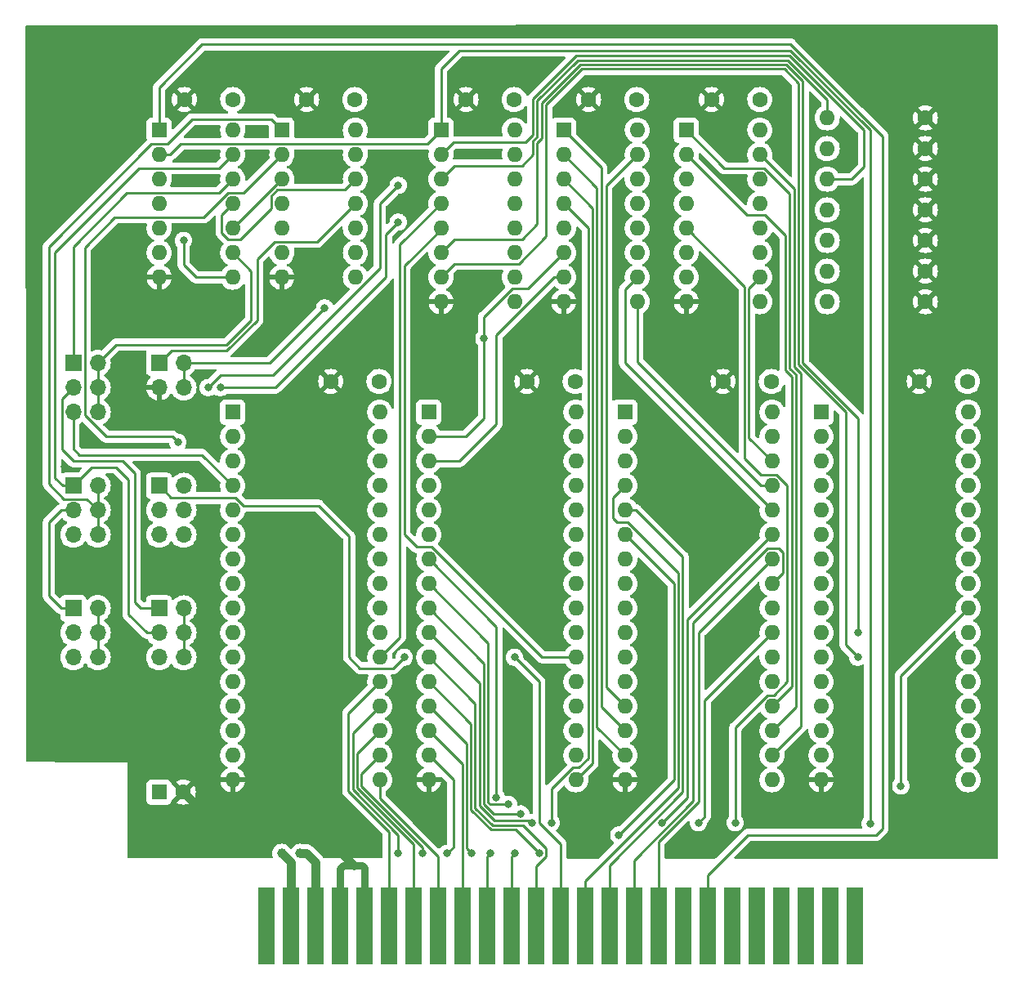
<source format=gbr>
%TF.GenerationSoftware,KiCad,Pcbnew,(7.0.0)*%
%TF.CreationDate,2023-04-19T13:17:30+09:00*%
%TF.ProjectId,project4,70726f6a-6563-4743-942e-6b696361645f,1.5*%
%TF.SameCoordinates,Original*%
%TF.FileFunction,Copper,L2,Bot*%
%TF.FilePolarity,Positive*%
%FSLAX46Y46*%
G04 Gerber Fmt 4.6, Leading zero omitted, Abs format (unit mm)*
G04 Created by KiCad (PCBNEW (7.0.0)) date 2023-04-19 13:17:30*
%MOMM*%
%LPD*%
G01*
G04 APERTURE LIST*
%TA.AperFunction,ComponentPad*%
%ADD10R,1.600000X1.600000*%
%TD*%
%TA.AperFunction,ComponentPad*%
%ADD11O,1.600000X1.600000*%
%TD*%
%TA.AperFunction,ComponentPad*%
%ADD12R,1.700000X1.700000*%
%TD*%
%TA.AperFunction,ComponentPad*%
%ADD13O,1.700000X1.700000*%
%TD*%
%TA.AperFunction,ComponentPad*%
%ADD14C,1.600000*%
%TD*%
%TA.AperFunction,ConnectorPad*%
%ADD15R,1.700000X8.000000*%
%TD*%
%TA.AperFunction,ViaPad*%
%ADD16C,1.000000*%
%TD*%
%TA.AperFunction,ViaPad*%
%ADD17C,0.800000*%
%TD*%
%TA.AperFunction,Conductor*%
%ADD18C,0.900000*%
%TD*%
%TA.AperFunction,Conductor*%
%ADD19C,0.800000*%
%TD*%
%TA.AperFunction,Conductor*%
%ADD20C,0.250000*%
%TD*%
G04 APERTURE END LIST*
D10*
%TO.P,U1,1,VPP*%
%TO.N,+5V*%
X110489999Y-92709999D03*
D11*
%TO.P,U1,2,A16*%
%TO.N,/MA16*%
X110489999Y-95249999D03*
%TO.P,U1,3,A15*%
%TO.N,/MA15*%
X110489999Y-97789999D03*
%TO.P,U1,4,A12*%
%TO.N,/A12*%
X110489999Y-100329999D03*
%TO.P,U1,5,A7*%
%TO.N,/A7*%
X110489999Y-102869999D03*
%TO.P,U1,6,A6*%
%TO.N,/A6*%
X110489999Y-105409999D03*
%TO.P,U1,7,A5*%
%TO.N,/A5*%
X110489999Y-107949999D03*
%TO.P,U1,8,A4*%
%TO.N,/A4*%
X110489999Y-110489999D03*
%TO.P,U1,9,A3*%
%TO.N,/A3*%
X110489999Y-113029999D03*
%TO.P,U1,10,A2*%
%TO.N,/A2*%
X110489999Y-115569999D03*
%TO.P,U1,11,A1*%
%TO.N,/A1*%
X110489999Y-118109999D03*
%TO.P,U1,12,A0*%
%TO.N,/A0*%
X110489999Y-120649999D03*
%TO.P,U1,13,D0*%
%TO.N,/D0*%
X110489999Y-123189999D03*
%TO.P,U1,14,D1*%
%TO.N,/D1*%
X110489999Y-125729999D03*
%TO.P,U1,15,D2*%
%TO.N,/D2*%
X110489999Y-128269999D03*
%TO.P,U1,16,GND*%
%TO.N,GND*%
X110489999Y-130809999D03*
%TO.P,U1,17,D3*%
%TO.N,/D3*%
X125729999Y-130809999D03*
%TO.P,U1,18,D4*%
%TO.N,/D4*%
X125729999Y-128269999D03*
%TO.P,U1,19,D5*%
%TO.N,/D5*%
X125729999Y-125729999D03*
%TO.P,U1,20,D6*%
%TO.N,/D6*%
X125729999Y-123189999D03*
%TO.P,U1,21,D7*%
%TO.N,/D7*%
X125729999Y-120649999D03*
%TO.P,U1,22,~{CE}*%
%TO.N,/ROM_CE1*%
X125729999Y-118109999D03*
%TO.P,U1,23,A10*%
%TO.N,/A10*%
X125729999Y-115569999D03*
%TO.P,U1,24,~{OE}*%
%TO.N,/{slash}RD*%
X125729999Y-113029999D03*
%TO.P,U1,25,A11*%
%TO.N,/A11*%
X125729999Y-110489999D03*
%TO.P,U1,26,A9*%
%TO.N,/A9*%
X125729999Y-107949999D03*
%TO.P,U1,27,A8*%
%TO.N,/A8*%
X125729999Y-105409999D03*
%TO.P,U1,28,A13*%
%TO.N,/MA13*%
X125729999Y-102869999D03*
%TO.P,U1,29,A14*%
%TO.N,/MA14*%
X125729999Y-100329999D03*
%TO.P,U1,30,A17*%
%TO.N,/MA17*%
X125729999Y-97789999D03*
%TO.P,U1,31,~{PGM}*%
%TO.N,+5V*%
X125729999Y-95249999D03*
%TO.P,U1,32,VCC*%
X125729999Y-92709999D03*
%TD*%
D12*
%TO.P,J2,1,Pin_1*%
%TO.N,/A13*%
X93974999Y-100344999D03*
D13*
%TO.P,J2,2,Pin_2*%
%TO.N,Net-(J2-Pin_2)*%
X96514999Y-100344999D03*
%TO.P,J2,3,Pin_3*%
%TO.N,/A12*%
X93974999Y-102884999D03*
%TO.P,J2,4,Pin_4*%
%TO.N,Net-(J2-Pin_2)*%
X96514999Y-102884999D03*
%TO.P,J2,5,Pin_5*%
%TO.N,+5V*%
X93974999Y-105424999D03*
%TO.P,J2,6,Pin_6*%
%TO.N,Net-(J2-Pin_2)*%
X96514999Y-105424999D03*
%TD*%
D14*
%TO.P,R5,1*%
%TO.N,GND*%
X182245000Y-62230000D03*
D11*
%TO.P,R5,2*%
%TO.N,Net-(U5A-A1)*%
X172084999Y-62229999D03*
%TD*%
D14*
%TO.P,R6,1*%
%TO.N,GND*%
X182245000Y-74930000D03*
D11*
%TO.P,R6,2*%
%TO.N,/MA14*%
X172084999Y-74929999D03*
%TD*%
D14*
%TO.P,C4,1*%
%TO.N,+5V*%
X186610000Y-89535000D03*
%TO.P,C4,2*%
%TO.N,GND*%
X181610000Y-89535000D03*
%TD*%
D10*
%TO.P,U5,1,E*%
%TO.N,/{slash}SLTSL*%
X132069999Y-63499999D03*
D11*
%TO.P,U5,2,A0*%
%TO.N,Net-(U5A-A0)*%
X132069999Y-66039999D03*
%TO.P,U5,3,A1*%
%TO.N,Net-(U5A-A1)*%
X132069999Y-68579999D03*
%TO.P,U5,4,O0*%
%TO.N,/ROM_CE1*%
X132069999Y-71119999D03*
%TO.P,U5,5,O1*%
%TO.N,/ROM_CE2*%
X132069999Y-73659999D03*
%TO.P,U5,6,O2*%
%TO.N,/ROM_CE3*%
X132069999Y-76199999D03*
%TO.P,U5,7,O3*%
%TO.N,/ROM_CE4*%
X132069999Y-78739999D03*
%TO.P,U5,8,GND*%
%TO.N,GND*%
X132069999Y-81279999D03*
%TO.P,U5,9*%
%TO.N,N/C*%
X139689999Y-81279999D03*
%TO.P,U5,10*%
X139689999Y-78739999D03*
%TO.P,U5,11*%
X139689999Y-76199999D03*
%TO.P,U5,12*%
X139689999Y-73659999D03*
%TO.P,U5,13*%
X139689999Y-71119999D03*
%TO.P,U5,14*%
X139689999Y-68579999D03*
%TO.P,U5,15*%
X139689999Y-66039999D03*
%TO.P,U5,16,VCC*%
%TO.N,+5V*%
X139689999Y-63499999D03*
%TD*%
D14*
%TO.P,R1,1*%
%TO.N,GND*%
X182245000Y-68580000D03*
D11*
%TO.P,R1,2*%
%TO.N,Net-(U5A-A0)*%
X172084999Y-68579999D03*
%TD*%
D10*
%TO.P,U9,1,D2*%
%TO.N,/D5*%
X157479999Y-63499999D03*
D11*
%TO.P,U9,2,D3*%
%TO.N,/D6*%
X157479999Y-66039999D03*
%TO.P,U9,3,D4*%
%TO.N,unconnected-(U9-D4-Pad3)*%
X157479999Y-68579999D03*
%TO.P,U9,4,Rb*%
%TO.N,/A13*%
X157479999Y-71119999D03*
%TO.P,U9,5,Ra*%
%TO.N,/A15*%
X157479999Y-73659999D03*
%TO.P,U9,6,Q4*%
%TO.N,unconnected-(U9-Q4-Pad6)*%
X157479999Y-76199999D03*
%TO.P,U9,7,Q3*%
%TO.N,Net-(U5A-A1)*%
X157479999Y-78739999D03*
%TO.P,U9,8,GND*%
%TO.N,GND*%
X157479999Y-81279999D03*
%TO.P,U9,9,Q2*%
%TO.N,Net-(U5A-A0)*%
X165099999Y-81279999D03*
%TO.P,U9,10,Q1*%
%TO.N,/MA17*%
X165099999Y-78739999D03*
%TO.P,U9,11,~{Er}*%
%TO.N,/{slash}Er*%
X165099999Y-76199999D03*
%TO.P,U9,12,~{Ew}*%
%TO.N,Net-(U8-~{Ew})*%
X165099999Y-73659999D03*
%TO.P,U9,13,Wb*%
%TO.N,Net-(J5-Pin_2)*%
X165099999Y-71119999D03*
%TO.P,U9,14,Wa*%
%TO.N,Net-(J4-Pin_2)*%
X165099999Y-68579999D03*
%TO.P,U9,15,D1*%
%TO.N,/D4*%
X165099999Y-66039999D03*
%TO.P,U9,16,VCC*%
%TO.N,+5V*%
X165099999Y-63499999D03*
%TD*%
D14*
%TO.P,R7,1*%
%TO.N,GND*%
X182245000Y-71755000D03*
D11*
%TO.P,R7,2*%
%TO.N,/MA13*%
X172084999Y-71754999D03*
%TD*%
D12*
%TO.P,J1,1,Pin_1*%
%TO.N,/A15*%
X93974999Y-87624999D03*
D13*
%TO.P,J1,2,Pin_2*%
%TO.N,Net-(J1-Pin_2)*%
X96514999Y-87624999D03*
%TO.P,J1,3,Pin_3*%
%TO.N,/A11*%
X93974999Y-90164999D03*
%TO.P,J1,4,Pin_4*%
%TO.N,Net-(J1-Pin_2)*%
X96514999Y-90164999D03*
%TO.P,J1,5,Pin_5*%
%TO.N,/A12*%
X93974999Y-92704999D03*
%TO.P,J1,6,Pin_6*%
%TO.N,Net-(J1-Pin_2)*%
X96514999Y-92704999D03*
%TD*%
D12*
%TO.P,J5,1,Pin_1*%
%TO.N,/A11*%
X102864999Y-113044999D03*
D13*
%TO.P,J5,2,Pin_2*%
%TO.N,Net-(J5-Pin_2)*%
X105404999Y-113044999D03*
%TO.P,J5,3,Pin_3*%
%TO.N,/A13*%
X102864999Y-115584999D03*
%TO.P,J5,4,Pin_4*%
%TO.N,Net-(J5-Pin_2)*%
X105404999Y-115584999D03*
%TO.P,J5,5,Pin_5*%
%TO.N,/A0*%
X102864999Y-118124999D03*
%TO.P,J5,6,Pin_6*%
%TO.N,Net-(J5-Pin_2)*%
X105404999Y-118124999D03*
%TD*%
D12*
%TO.P,J6,1,Pin_1*%
%TO.N,Net-(J6-Pin_1)*%
X102864999Y-87624999D03*
D13*
%TO.P,J6,2,Pin_2*%
%TO.N,/{slash}Er*%
X105404999Y-87624999D03*
%TO.P,J6,3,Pin_3*%
%TO.N,GND*%
X102864999Y-90164999D03*
%TO.P,J6,4,Pin_4*%
%TO.N,/{slash}Er*%
X105404999Y-90164999D03*
%TD*%
D14*
%TO.P,C8,1*%
%TO.N,+5V*%
X152360000Y-60325000D03*
%TO.P,C8,2*%
%TO.N,GND*%
X147360000Y-60325000D03*
%TD*%
%TO.P,C2,1*%
%TO.N,+5V*%
X145970000Y-89535000D03*
%TO.P,C2,2*%
%TO.N,GND*%
X140970000Y-89535000D03*
%TD*%
%TO.P,R3,1*%
%TO.N,GND*%
X182245000Y-65405000D03*
D11*
%TO.P,R3,2*%
%TO.N,/MA17*%
X172084999Y-65404999D03*
%TD*%
D15*
%TO.P,CE1,1,~{CS1}*%
%TO.N,unconnected-(CE1-~{CS1}-Pad1)*%
X174909839Y-145940788D03*
%TO.P,CE1,3,~{CS12}*%
%TO.N,unconnected-(CE1-~{CS12}-Pad3)*%
X172369839Y-145940788D03*
%TO.P,CE1,5,N.C.*%
%TO.N,unconnected-(CE1-N.C.-Pad5)*%
X169829839Y-145940788D03*
%TO.P,CE1,7,~{WAIT}*%
%TO.N,unconnected-(CE1-~{WAIT}-Pad7)*%
X167289839Y-145940788D03*
%TO.P,CE1,9,~{M1}*%
%TO.N,unconnected-(CE1-~{M1}-Pad9)*%
X164749839Y-145940788D03*
%TO.P,CE1,11,~{IORQ}*%
%TO.N,unconnected-(CE1-~{IORQ}-Pad11)*%
X162209839Y-145940788D03*
%TO.P,CE1,13,~{WR}*%
%TO.N,/{slash}WR*%
X159669839Y-145940788D03*
%TO.P,CE1,15,~{RESET}*%
%TO.N,unconnected-(CE1-~{RESET}-Pad15)*%
X157129839Y-145940788D03*
%TO.P,CE1,17,A9*%
%TO.N,/A9*%
X154589839Y-145940788D03*
%TO.P,CE1,19,A11*%
%TO.N,/A11*%
X152049839Y-145940788D03*
%TO.P,CE1,21,A7*%
%TO.N,/A7*%
X149509839Y-145940788D03*
%TO.P,CE1,23,A12*%
%TO.N,/A12*%
X146969839Y-145940788D03*
%TO.P,CE1,25,A14*%
%TO.N,/A14*%
X144429839Y-145940788D03*
%TO.P,CE1,27,A1*%
%TO.N,/A1*%
X141889839Y-145940788D03*
%TO.P,CE1,29,A3*%
%TO.N,/A3*%
X139349839Y-145940788D03*
%TO.P,CE1,31,A5*%
%TO.N,/A5*%
X136809839Y-145940788D03*
%TO.P,CE1,33,D1*%
%TO.N,/D1*%
X134269839Y-145940788D03*
%TO.P,CE1,35,D3*%
%TO.N,/D3*%
X131729839Y-145940788D03*
%TO.P,CE1,37,D5*%
%TO.N,/D5*%
X129189839Y-145940788D03*
%TO.P,CE1,39,D7*%
%TO.N,/D7*%
X126649839Y-145940788D03*
%TO.P,CE1,41,GND*%
%TO.N,GND*%
X124109839Y-145940788D03*
%TO.P,CE1,43,GND*%
X121569839Y-145940788D03*
%TO.P,CE1,45,+5V*%
%TO.N,+5V*%
X119029839Y-145940788D03*
%TO.P,CE1,47,+5V*%
X116489839Y-145940788D03*
%TO.P,CE1,49,SNDOUT*%
%TO.N,unconnected-(CE1-SNDOUT-Pad49)*%
X113949839Y-145940788D03*
%TD*%
D14*
%TO.P,C6,1*%
%TO.N,+5V*%
X110490000Y-60325000D03*
%TO.P,C6,2*%
%TO.N,GND*%
X105490000Y-60325000D03*
%TD*%
D10*
%TO.P,U7,1*%
%TO.N,Net-(J2-Pin_2)*%
X115579999Y-63494999D03*
D11*
%TO.P,U7,2*%
%TO.N,Net-(J3-Pin_2)*%
X115579999Y-66034999D03*
%TO.P,U7,3*%
%TO.N,Net-(U6-Pad10)*%
X115579999Y-68574999D03*
%TO.P,U7,4*%
%TO.N,N/C*%
X115579999Y-71114999D03*
%TO.P,U7,5*%
X115579999Y-73654999D03*
%TO.P,U7,6*%
X115579999Y-76194999D03*
%TO.P,U7,7,GND*%
%TO.N,GND*%
X115579999Y-78734999D03*
%TO.P,U7,8*%
%TO.N,N/C*%
X123199999Y-78734999D03*
%TO.P,U7,9*%
X123199999Y-76194999D03*
%TO.P,U7,10*%
X123199999Y-73654999D03*
%TO.P,U7,11*%
%TO.N,Net-(J6-Pin_1)*%
X123199999Y-71114999D03*
%TO.P,U7,12*%
%TO.N,Net-(U6-Pad11)*%
X123199999Y-68574999D03*
%TO.P,U7,13*%
X123199999Y-66034999D03*
%TO.P,U7,14,VCC*%
%TO.N,+5V*%
X123199999Y-63494999D03*
%TD*%
D14*
%TO.P,C3,1*%
%TO.N,+5V*%
X166290000Y-89535000D03*
%TO.P,C3,2*%
%TO.N,GND*%
X161290000Y-89535000D03*
%TD*%
D10*
%TO.P,U2,1,VPP*%
%TO.N,+5V*%
X130809999Y-92709999D03*
D11*
%TO.P,U2,2,A16*%
%TO.N,/MA16*%
X130809999Y-95249999D03*
%TO.P,U2,3,A15*%
%TO.N,/MA15*%
X130809999Y-97789999D03*
%TO.P,U2,4,A12*%
%TO.N,/A12*%
X130809999Y-100329999D03*
%TO.P,U2,5,A7*%
%TO.N,/A7*%
X130809999Y-102869999D03*
%TO.P,U2,6,A6*%
%TO.N,/A6*%
X130809999Y-105409999D03*
%TO.P,U2,7,A5*%
%TO.N,/A5*%
X130809999Y-107949999D03*
%TO.P,U2,8,A4*%
%TO.N,/A4*%
X130809999Y-110489999D03*
%TO.P,U2,9,A3*%
%TO.N,/A3*%
X130809999Y-113029999D03*
%TO.P,U2,10,A2*%
%TO.N,/A2*%
X130809999Y-115569999D03*
%TO.P,U2,11,A1*%
%TO.N,/A1*%
X130809999Y-118109999D03*
%TO.P,U2,12,A0*%
%TO.N,/A0*%
X130809999Y-120649999D03*
%TO.P,U2,13,D0*%
%TO.N,/D0*%
X130809999Y-123189999D03*
%TO.P,U2,14,D1*%
%TO.N,/D1*%
X130809999Y-125729999D03*
%TO.P,U2,15,D2*%
%TO.N,/D2*%
X130809999Y-128269999D03*
%TO.P,U2,16,GND*%
%TO.N,GND*%
X130809999Y-130809999D03*
%TO.P,U2,17,D3*%
%TO.N,/D3*%
X146049999Y-130809999D03*
%TO.P,U2,18,D4*%
%TO.N,/D4*%
X146049999Y-128269999D03*
%TO.P,U2,19,D5*%
%TO.N,/D5*%
X146049999Y-125729999D03*
%TO.P,U2,20,D6*%
%TO.N,/D6*%
X146049999Y-123189999D03*
%TO.P,U2,21,D7*%
%TO.N,/D7*%
X146049999Y-120649999D03*
%TO.P,U2,22,~{CE}*%
%TO.N,/ROM_CE2*%
X146049999Y-118109999D03*
%TO.P,U2,23,A10*%
%TO.N,/A10*%
X146049999Y-115569999D03*
%TO.P,U2,24,~{OE}*%
%TO.N,/{slash}RD*%
X146049999Y-113029999D03*
%TO.P,U2,25,A11*%
%TO.N,/A11*%
X146049999Y-110489999D03*
%TO.P,U2,26,A9*%
%TO.N,/A9*%
X146049999Y-107949999D03*
%TO.P,U2,27,A8*%
%TO.N,/A8*%
X146049999Y-105409999D03*
%TO.P,U2,28,A13*%
%TO.N,/MA13*%
X146049999Y-102869999D03*
%TO.P,U2,29,A14*%
%TO.N,/MA14*%
X146049999Y-100329999D03*
%TO.P,U2,30,A17*%
%TO.N,/MA17*%
X146049999Y-97789999D03*
%TO.P,U2,31,~{PGM}*%
%TO.N,+5V*%
X146049999Y-95249999D03*
%TO.P,U2,32,VCC*%
X146049999Y-92709999D03*
%TD*%
D14*
%TO.P,R4,1*%
%TO.N,GND*%
X182245000Y-78105000D03*
D11*
%TO.P,R4,2*%
%TO.N,/MA15*%
X172084999Y-78104999D03*
%TD*%
D10*
%TO.P,U3,1,VPP*%
%TO.N,+5V*%
X151129999Y-92709999D03*
D11*
%TO.P,U3,2,A16*%
%TO.N,/MA16*%
X151129999Y-95249999D03*
%TO.P,U3,3,A15*%
%TO.N,/MA15*%
X151129999Y-97789999D03*
%TO.P,U3,4,A12*%
%TO.N,/A12*%
X151129999Y-100329999D03*
%TO.P,U3,5,A7*%
%TO.N,/A7*%
X151129999Y-102869999D03*
%TO.P,U3,6,A6*%
%TO.N,/A6*%
X151129999Y-105409999D03*
%TO.P,U3,7,A5*%
%TO.N,/A5*%
X151129999Y-107949999D03*
%TO.P,U3,8,A4*%
%TO.N,/A4*%
X151129999Y-110489999D03*
%TO.P,U3,9,A3*%
%TO.N,/A3*%
X151129999Y-113029999D03*
%TO.P,U3,10,A2*%
%TO.N,/A2*%
X151129999Y-115569999D03*
%TO.P,U3,11,A1*%
%TO.N,/A1*%
X151129999Y-118109999D03*
%TO.P,U3,12,A0*%
%TO.N,/A0*%
X151129999Y-120649999D03*
%TO.P,U3,13,D0*%
%TO.N,/D0*%
X151129999Y-123189999D03*
%TO.P,U3,14,D1*%
%TO.N,/D1*%
X151129999Y-125729999D03*
%TO.P,U3,15,D2*%
%TO.N,/D2*%
X151129999Y-128269999D03*
%TO.P,U3,16,GND*%
%TO.N,GND*%
X151129999Y-130809999D03*
%TO.P,U3,17,D3*%
%TO.N,/D3*%
X166369999Y-130809999D03*
%TO.P,U3,18,D4*%
%TO.N,/D4*%
X166369999Y-128269999D03*
%TO.P,U3,19,D5*%
%TO.N,/D5*%
X166369999Y-125729999D03*
%TO.P,U3,20,D6*%
%TO.N,/D6*%
X166369999Y-123189999D03*
%TO.P,U3,21,D7*%
%TO.N,/D7*%
X166369999Y-120649999D03*
%TO.P,U3,22,~{CE}*%
%TO.N,/ROM_CE3*%
X166369999Y-118109999D03*
%TO.P,U3,23,A10*%
%TO.N,/A10*%
X166369999Y-115569999D03*
%TO.P,U3,24,~{OE}*%
%TO.N,/{slash}RD*%
X166369999Y-113029999D03*
%TO.P,U3,25,A11*%
%TO.N,/A11*%
X166369999Y-110489999D03*
%TO.P,U3,26,A9*%
%TO.N,/A9*%
X166369999Y-107949999D03*
%TO.P,U3,27,A8*%
%TO.N,/A8*%
X166369999Y-105409999D03*
%TO.P,U3,28,A13*%
%TO.N,/MA13*%
X166369999Y-102869999D03*
%TO.P,U3,29,A14*%
%TO.N,/MA14*%
X166369999Y-100329999D03*
%TO.P,U3,30,A17*%
%TO.N,/MA17*%
X166369999Y-97789999D03*
%TO.P,U3,31,~{PGM}*%
%TO.N,+5V*%
X166369999Y-95249999D03*
%TO.P,U3,32,VCC*%
X166369999Y-92709999D03*
%TD*%
D10*
%TO.P,U6,1*%
%TO.N,/{slash}WR*%
X102869999Y-63499999D03*
D11*
%TO.P,U6,2*%
%TO.N,/{slash}SLTSL*%
X102869999Y-66039999D03*
%TO.P,U6,3*%
%TO.N,Net-(U6-Pad3)*%
X102869999Y-68579999D03*
%TO.P,U6,4*%
%TO.N,Net-(U6-Pad4)*%
X102869999Y-71119999D03*
%TO.P,U6,5*%
%TO.N,Net-(U6-Pad3)*%
X102869999Y-73659999D03*
%TO.P,U6,6*%
%TO.N,Net-(U8-~{Ew})*%
X102869999Y-76199999D03*
%TO.P,U6,7,GND*%
%TO.N,GND*%
X102869999Y-78739999D03*
%TO.P,U6,8*%
%TO.N,Net-(U6-Pad4)*%
X110489999Y-78739999D03*
%TO.P,U6,9*%
%TO.N,Net-(J1-Pin_2)*%
X110489999Y-76199999D03*
%TO.P,U6,10*%
%TO.N,Net-(U6-Pad10)*%
X110489999Y-73659999D03*
%TO.P,U6,11*%
%TO.N,Net-(U6-Pad11)*%
X110489999Y-71119999D03*
%TO.P,U6,12*%
%TO.N,/A15*%
X110489999Y-68579999D03*
%TO.P,U6,13*%
%TO.N,/A13*%
X110489999Y-66039999D03*
%TO.P,U6,14,VCC*%
%TO.N,+5V*%
X110489999Y-63499999D03*
%TD*%
D12*
%TO.P,J3,1,Pin_1*%
%TO.N,/A14*%
X102864999Y-100344999D03*
D13*
%TO.P,J3,2,Pin_2*%
%TO.N,Net-(J3-Pin_2)*%
X105404999Y-100344999D03*
%TO.P,J3,3,Pin_3*%
%TO.N,+5V*%
X102864999Y-102884999D03*
%TO.P,J3,4,Pin_4*%
%TO.N,Net-(J3-Pin_2)*%
X105404999Y-102884999D03*
%TO.P,J3,5,Pin_5*%
%TO.N,+5V*%
X102864999Y-105424999D03*
%TO.P,J3,6,Pin_6*%
%TO.N,Net-(J3-Pin_2)*%
X105404999Y-105424999D03*
%TD*%
D10*
%TO.P,U8,1,D2*%
%TO.N,/D1*%
X144779999Y-63499999D03*
D11*
%TO.P,U8,2,D3*%
%TO.N,/D2*%
X144779999Y-66039999D03*
%TO.P,U8,3,D4*%
%TO.N,/D3*%
X144779999Y-68579999D03*
%TO.P,U8,4,Rb*%
%TO.N,/A13*%
X144779999Y-71119999D03*
%TO.P,U8,5,Ra*%
%TO.N,/A15*%
X144779999Y-73659999D03*
%TO.P,U8,6,Q4*%
%TO.N,/MA16*%
X144779999Y-76199999D03*
%TO.P,U8,7,Q3*%
%TO.N,/MA15*%
X144779999Y-78739999D03*
%TO.P,U8,8,GND*%
%TO.N,GND*%
X144779999Y-81279999D03*
%TO.P,U8,9,Q2*%
%TO.N,/MA14*%
X152399999Y-81279999D03*
%TO.P,U8,10,Q1*%
%TO.N,/MA13*%
X152399999Y-78739999D03*
%TO.P,U8,11,~{Er}*%
%TO.N,/{slash}Er*%
X152399999Y-76199999D03*
%TO.P,U8,12,~{Ew}*%
%TO.N,Net-(U8-~{Ew})*%
X152399999Y-73659999D03*
%TO.P,U8,13,Wb*%
%TO.N,Net-(J5-Pin_2)*%
X152399999Y-71119999D03*
%TO.P,U8,14,Wa*%
%TO.N,Net-(J4-Pin_2)*%
X152399999Y-68579999D03*
%TO.P,U8,15,D1*%
%TO.N,/D0*%
X152399999Y-66039999D03*
%TO.P,U8,16,VCC*%
%TO.N,+5V*%
X152399999Y-63499999D03*
%TD*%
D14*
%TO.P,C9,1*%
%TO.N,+5V*%
X165100000Y-60325000D03*
%TO.P,C9,2*%
%TO.N,GND*%
X160100000Y-60325000D03*
%TD*%
%TO.P,C1,1*%
%TO.N,+5V*%
X125650000Y-89535000D03*
%TO.P,C1,2*%
%TO.N,GND*%
X120650000Y-89535000D03*
%TD*%
%TO.P,R2,1*%
%TO.N,GND*%
X182245000Y-81280000D03*
D11*
%TO.P,R2,2*%
%TO.N,/MA16*%
X172084999Y-81279999D03*
%TD*%
D12*
%TO.P,J4,1,Pin_1*%
%TO.N,/A12*%
X93974999Y-113029999D03*
D13*
%TO.P,J4,2,Pin_2*%
%TO.N,Net-(J4-Pin_2)*%
X96514999Y-113029999D03*
%TO.P,J4,3,Pin_3*%
%TO.N,/A15*%
X93974999Y-115569999D03*
%TO.P,J4,4,Pin_4*%
%TO.N,Net-(J4-Pin_2)*%
X96514999Y-115569999D03*
%TO.P,J4,5,Pin_5*%
%TO.N,/A1*%
X93974999Y-118109999D03*
%TO.P,J4,6,Pin_6*%
%TO.N,Net-(J4-Pin_2)*%
X96514999Y-118109999D03*
%TD*%
D14*
%TO.P,C5,1*%
%TO.N,+5V*%
X139660000Y-60325000D03*
%TO.P,C5,2*%
%TO.N,GND*%
X134660000Y-60325000D03*
%TD*%
D10*
%TO.P,U4,1,VPP*%
%TO.N,+5V*%
X171449999Y-92709999D03*
D11*
%TO.P,U4,2,A16*%
%TO.N,/MA16*%
X171449999Y-95249999D03*
%TO.P,U4,3,A15*%
%TO.N,/MA15*%
X171449999Y-97789999D03*
%TO.P,U4,4,A12*%
%TO.N,/A12*%
X171449999Y-100329999D03*
%TO.P,U4,5,A7*%
%TO.N,/A7*%
X171449999Y-102869999D03*
%TO.P,U4,6,A6*%
%TO.N,/A6*%
X171449999Y-105409999D03*
%TO.P,U4,7,A5*%
%TO.N,/A5*%
X171449999Y-107949999D03*
%TO.P,U4,8,A4*%
%TO.N,/A4*%
X171449999Y-110489999D03*
%TO.P,U4,9,A3*%
%TO.N,/A3*%
X171449999Y-113029999D03*
%TO.P,U4,10,A2*%
%TO.N,/A2*%
X171449999Y-115569999D03*
%TO.P,U4,11,A1*%
%TO.N,/A1*%
X171449999Y-118109999D03*
%TO.P,U4,12,A0*%
%TO.N,/A0*%
X171449999Y-120649999D03*
%TO.P,U4,13,D0*%
%TO.N,/D0*%
X171449999Y-123189999D03*
%TO.P,U4,14,D1*%
%TO.N,/D1*%
X171449999Y-125729999D03*
%TO.P,U4,15,D2*%
%TO.N,/D2*%
X171449999Y-128269999D03*
%TO.P,U4,16,GND*%
%TO.N,GND*%
X171449999Y-130809999D03*
%TO.P,U4,17,D3*%
%TO.N,/D3*%
X186689999Y-130809999D03*
%TO.P,U4,18,D4*%
%TO.N,/D4*%
X186689999Y-128269999D03*
%TO.P,U4,19,D5*%
%TO.N,/D5*%
X186689999Y-125729999D03*
%TO.P,U4,20,D6*%
%TO.N,/D6*%
X186689999Y-123189999D03*
%TO.P,U4,21,D7*%
%TO.N,/D7*%
X186689999Y-120649999D03*
%TO.P,U4,22,~{CE}*%
%TO.N,/ROM_CE4*%
X186689999Y-118109999D03*
%TO.P,U4,23,A10*%
%TO.N,/A10*%
X186689999Y-115569999D03*
%TO.P,U4,24,~{OE}*%
%TO.N,/{slash}RD*%
X186689999Y-113029999D03*
%TO.P,U4,25,A11*%
%TO.N,/A11*%
X186689999Y-110489999D03*
%TO.P,U4,26,A9*%
%TO.N,/A9*%
X186689999Y-107949999D03*
%TO.P,U4,27,A8*%
%TO.N,/A8*%
X186689999Y-105409999D03*
%TO.P,U4,28,A13*%
%TO.N,/MA13*%
X186689999Y-102869999D03*
%TO.P,U4,29,A14*%
%TO.N,/MA14*%
X186689999Y-100329999D03*
%TO.P,U4,30,A17*%
%TO.N,/MA17*%
X186689999Y-97789999D03*
%TO.P,U4,31,~{PGM}*%
%TO.N,+5V*%
X186689999Y-95249999D03*
%TO.P,U4,32,VCC*%
X186689999Y-92709999D03*
%TD*%
D14*
%TO.P,C7,1*%
%TO.N,+5V*%
X123150000Y-60325000D03*
%TO.P,C7,2*%
%TO.N,GND*%
X118150000Y-60325000D03*
%TD*%
D10*
%TO.P,C10,1*%
%TO.N,+5V*%
X102869999Y-132079999D03*
D14*
%TO.P,C10,2*%
%TO.N,GND*%
X105370000Y-132080000D03*
%TD*%
D16*
%TO.N,+5V*%
X117475000Y-138430000D03*
X115570000Y-138430000D03*
D17*
%TO.N,GND*%
X92710000Y-108585000D03*
X118745000Y-118110000D03*
X119380000Y-67310000D03*
X154940000Y-78740000D03*
X96520000Y-95885000D03*
X150495000Y-78740000D03*
X161290000Y-130810000D03*
X171450000Y-85725000D03*
X101600000Y-137160000D03*
X103505000Y-137160000D03*
X138430000Y-95250000D03*
X125730000Y-82550000D03*
X102870000Y-81280000D03*
X99060000Y-115570000D03*
X99060000Y-63500000D03*
X169545000Y-137795000D03*
X161290000Y-81280000D03*
X95250000Y-64770000D03*
X97790000Y-64770000D03*
X101600000Y-124460000D03*
X182880000Y-135890000D03*
X187325000Y-135890000D03*
X96520000Y-66040000D03*
X99060000Y-91440000D03*
X184150000Y-95250000D03*
X101600000Y-121920000D03*
X135890000Y-66040000D03*
X174625000Y-85725000D03*
X120650000Y-63500000D03*
X114300000Y-95250000D03*
X149860000Y-63500000D03*
X125730000Y-81280000D03*
X162560000Y-68580000D03*
X118110000Y-95250000D03*
X113030000Y-63500000D03*
X153670000Y-95250000D03*
X96520000Y-63500000D03*
X149860000Y-66040000D03*
X118110000Y-63500000D03*
X106680000Y-121920000D03*
X128905000Y-63500000D03*
X184785000Y-116840000D03*
X132080000Y-83820000D03*
X118110000Y-78740000D03*
X162560000Y-66040000D03*
X137160000Y-63500000D03*
X106680000Y-124460000D03*
X107950000Y-118110000D03*
X140970000Y-118110000D03*
X134620000Y-78740000D03*
X167640000Y-60960000D03*
X150468319Y-76152365D03*
X93980000Y-68580000D03*
X160020000Y-81280000D03*
X179070000Y-116205000D03*
X107950000Y-63500000D03*
X150495000Y-73660000D03*
X167640000Y-63500000D03*
X96520000Y-121920000D03*
X113030000Y-85725000D03*
X154940000Y-81280000D03*
X143510000Y-95250000D03*
X154910065Y-76113840D03*
X95250000Y-67310000D03*
X132080000Y-90170000D03*
X166479412Y-74894339D03*
X113030000Y-66040000D03*
X126365000Y-63500000D03*
X153670000Y-130810000D03*
X144780000Y-83820000D03*
X133350000Y-90170000D03*
X174625000Y-89535000D03*
X160655000Y-118110000D03*
X127090844Y-71628364D03*
X106680000Y-110490000D03*
X124460000Y-82550000D03*
X160020000Y-63500000D03*
X179070000Y-95250000D03*
X93980000Y-66040000D03*
X181610000Y-116205000D03*
X121920000Y-95250000D03*
X154940000Y-63500000D03*
X107950000Y-115570000D03*
X156210000Y-95250000D03*
X153670000Y-118110000D03*
X96520000Y-124460000D03*
X99060000Y-93980000D03*
X140970000Y-130810000D03*
X139700000Y-130810000D03*
X154940000Y-66040000D03*
X162560000Y-63500000D03*
X107950000Y-108585000D03*
X106680000Y-68580000D03*
X105410000Y-92710000D03*
X114300000Y-85725000D03*
X93041664Y-98359057D03*
X101600000Y-93980000D03*
X97790000Y-108585000D03*
X161925000Y-94615000D03*
X134620000Y-63500000D03*
X106680000Y-66040000D03*
X129583469Y-69056607D03*
X120650000Y-76200000D03*
X147320000Y-63500000D03*
X126365000Y-67310000D03*
X134620000Y-81280000D03*
%TO.N,/D6*%
X127635000Y-138430000D03*
%TO.N,/D4*%
X130175000Y-138430000D03*
%TO.N,/D2*%
X132715000Y-138430000D03*
%TO.N,/D0*%
X135255000Y-138430000D03*
%TO.N,/A4*%
X139065000Y-133350000D03*
%TO.N,/A5*%
X137160000Y-138430000D03*
X137795000Y-132625500D03*
%TO.N,/A2*%
X141504494Y-135255000D03*
%TO.N,/A3*%
X140335000Y-134340494D03*
X139700000Y-138430000D03*
%TO.N,/A0*%
X142240000Y-138430000D03*
%TO.N,/A13*%
X143510000Y-135255000D03*
%TO.N,/A14*%
X139700000Y-118110000D03*
X128270000Y-118110000D03*
%TO.N,/A8*%
X154940000Y-135255000D03*
%TO.N,/A6*%
X150495000Y-136525000D03*
%TO.N,/A10*%
X158750000Y-135255000D03*
%TO.N,/A15*%
X162560000Y-135255000D03*
%TO.N,/{slash}RD*%
X179705000Y-131445000D03*
%TO.N,/{slash}SLTSL*%
X176530000Y-135344500D03*
%TO.N,/MA16*%
X136525000Y-85090000D03*
%TO.N,/{slash}Er*%
X120015000Y-81915000D03*
%TO.N,Net-(J3-Pin_2)*%
X104817250Y-95842750D03*
%TO.N,Net-(J4-Pin_2)*%
X107950000Y-90170000D03*
X127635000Y-69215000D03*
%TO.N,Net-(J5-Pin_2)*%
X127635000Y-73025000D03*
X109220000Y-90170000D03*
%TO.N,/ROM_CE3*%
X175260000Y-115570000D03*
%TO.N,/ROM_CE4*%
X175260000Y-118110000D03*
%TO.N,Net-(U6-Pad4)*%
X105410000Y-74930000D03*
%TD*%
D18*
%TO.N,+5V*%
X119029840Y-145940789D02*
X119029840Y-139349840D01*
X116489840Y-139349840D02*
X115570000Y-138430000D01*
X116489840Y-139349840D02*
X116489840Y-145940789D01*
X119029840Y-139349840D02*
X118110000Y-138430000D01*
X118110000Y-138430000D02*
X117475000Y-138430000D01*
%TO.N,GND*%
X105370000Y-132080000D02*
X108580530Y-135290530D01*
D19*
X121922247Y-139697753D02*
X123010523Y-139697753D01*
X124109840Y-139944477D02*
X124109840Y-145940789D01*
D18*
X108580530Y-135290530D02*
X118603300Y-135290530D01*
D19*
X123863116Y-139697753D02*
X124109840Y-139944477D01*
D18*
X118603300Y-135290530D02*
X123010523Y-139697753D01*
D19*
X121569840Y-140050160D02*
X121922247Y-139697753D01*
X123010523Y-139697753D02*
X123863116Y-139697753D01*
X121569840Y-145940789D02*
X121569840Y-140050160D01*
D20*
%TO.N,/D6*%
X122925998Y-125994002D02*
X122925998Y-131818068D01*
X165656497Y-72313567D02*
X167746996Y-74404066D01*
X122925998Y-131818068D02*
X127635000Y-136527070D01*
X157480000Y-66040000D02*
X163753567Y-72313567D01*
X167746996Y-88374066D02*
X168394002Y-89021072D01*
X163753567Y-72313567D02*
X165656497Y-72313567D01*
X125730000Y-123190000D02*
X122925998Y-125994002D01*
X168394002Y-89021072D02*
X168394002Y-121165998D01*
X167746996Y-74404066D02*
X167746996Y-88374066D01*
X127635000Y-136527070D02*
X127635000Y-138430000D01*
X168394002Y-121165998D02*
X166370000Y-123190000D01*
%TO.N,/D7*%
X122476497Y-123903503D02*
X125730000Y-120650000D01*
X126649840Y-136177600D02*
X122476497Y-132004257D01*
X126649840Y-145940789D02*
X126649840Y-136177600D01*
X122476497Y-132004257D02*
X122476497Y-123903503D01*
%TO.N,/D4*%
X165100000Y-66040000D02*
X168645998Y-69585998D01*
X169359501Y-125280499D02*
X166370000Y-128270000D01*
X123825000Y-131445690D02*
X130175000Y-137795690D01*
X168645998Y-88001688D02*
X169359501Y-88715191D01*
X168645998Y-69585998D02*
X168645998Y-88001688D01*
X123825000Y-130175000D02*
X123825000Y-131445690D01*
X169359501Y-88715191D02*
X169359501Y-125280499D01*
X130175000Y-137795690D02*
X130175000Y-138430000D01*
X125730000Y-128270000D02*
X123825000Y-130175000D01*
%TO.N,/D5*%
X125730000Y-125730000D02*
X123375499Y-128084501D01*
X161435000Y-67455000D02*
X165565991Y-67455000D01*
X165565991Y-67455000D02*
X168196497Y-70085506D01*
X129189840Y-137446220D02*
X129189840Y-145940789D01*
X157480000Y-63500000D02*
X161435000Y-67455000D01*
X123375499Y-128084501D02*
X123375499Y-131631879D01*
X168196497Y-88187877D02*
X168843503Y-88834883D01*
X168843503Y-88834883D02*
X168843503Y-123256497D01*
X123375499Y-131631879D02*
X129189840Y-137446220D01*
X168196497Y-70085506D02*
X168196497Y-88187877D01*
X168843503Y-123256497D02*
X166370000Y-125730000D01*
%TO.N,/D2*%
X148219002Y-69479002D02*
X148219002Y-125359002D01*
X144780000Y-66040000D02*
X148219002Y-69479002D01*
X130810000Y-128270000D02*
X133350000Y-130810000D01*
X133350000Y-137795000D02*
X132715000Y-138430000D01*
X148219002Y-125359002D02*
X151130000Y-128270000D01*
X133350000Y-130810000D02*
X133350000Y-137795000D01*
%TO.N,/D3*%
X125730000Y-132715000D02*
X131729840Y-138714840D01*
X144780000Y-68580000D02*
X147769501Y-71569501D01*
X147769501Y-129090499D02*
X146050000Y-130810000D01*
X147769501Y-71569501D02*
X147769501Y-129090499D01*
X125730000Y-130810000D02*
X125730000Y-132715000D01*
X131729840Y-138714840D02*
X131729840Y-145940789D01*
%TO.N,/D0*%
X152400000Y-66040000D02*
X149194180Y-69245820D01*
X130810000Y-123190000D02*
X134719341Y-127099341D01*
X134719341Y-127099341D02*
X134719341Y-137894341D01*
X149194180Y-121254180D02*
X151130000Y-123190000D01*
X134719341Y-137894341D02*
X135255000Y-138430000D01*
X149194180Y-69245820D02*
X149194180Y-121254180D01*
%TO.N,/D1*%
X144780000Y-63500000D02*
X148668503Y-67388503D01*
X148668503Y-123268503D02*
X151130000Y-125730000D01*
X130810000Y-125730000D02*
X134269840Y-129189840D01*
X134269840Y-129189840D02*
X134269840Y-145940789D01*
X148668503Y-67388503D02*
X148668503Y-123268503D01*
%TO.N,/A4*%
X130810000Y-110490000D02*
X136966846Y-116646846D01*
X136966846Y-116646846D02*
X136966846Y-133156846D01*
X137160000Y-133350000D02*
X139065000Y-133350000D01*
X136966846Y-133156846D02*
X137160000Y-133350000D01*
%TO.N,/A5*%
X130810000Y-107950000D02*
X137795000Y-114935000D01*
X137795000Y-114935000D02*
X137795000Y-132625500D01*
X136809840Y-138780160D02*
X137160000Y-138430000D01*
X136809840Y-145940789D02*
X136809840Y-138780160D01*
%TO.N,/A2*%
X136067844Y-133529224D02*
X137603615Y-135064995D01*
X141314489Y-135064995D02*
X141504494Y-135255000D01*
X130810000Y-115570000D02*
X136067844Y-120827844D01*
X136067844Y-120827844D02*
X136067844Y-133529224D01*
X137603615Y-135064995D02*
X141314489Y-135064995D01*
%TO.N,/A3*%
X137514804Y-134340494D02*
X140335000Y-134340494D01*
X139349840Y-138780160D02*
X139700000Y-138430000D01*
X130810000Y-113030000D02*
X136517345Y-118737345D01*
X136517345Y-118737345D02*
X136517345Y-133343035D01*
X139349840Y-145940789D02*
X139349840Y-138780160D01*
X136517345Y-133343035D02*
X137514804Y-134340494D01*
%TO.N,/A0*%
X139773997Y-135963997D02*
X142240000Y-138430000D01*
X130810000Y-120650000D02*
X135168842Y-125008842D01*
X135168842Y-133901602D02*
X137231237Y-135963997D01*
X137231237Y-135963997D02*
X139773997Y-135963997D01*
X135168842Y-125008842D02*
X135168842Y-133901602D01*
%TO.N,/A1*%
X135618343Y-133715413D02*
X137417426Y-135514496D01*
X135618343Y-122918343D02*
X135618343Y-133715413D01*
X141918547Y-139776758D02*
X141912032Y-139776758D01*
X137417426Y-135514496D02*
X140594496Y-135514496D01*
X141889840Y-139798950D02*
X141889840Y-145940789D01*
X130810000Y-118110000D02*
X135618343Y-122918343D01*
X140594496Y-135514496D02*
X142965000Y-137885000D01*
X141912032Y-139776758D02*
X141889840Y-139798950D01*
X142965000Y-137885000D02*
X142965000Y-138730305D01*
X142965000Y-138730305D02*
X141918547Y-139776758D01*
%TO.N,/A13*%
X146370991Y-129540000D02*
X145729009Y-129540000D01*
X147320000Y-128590991D02*
X146370991Y-129540000D01*
X98425000Y-98425000D02*
X99695000Y-99695000D01*
X101615000Y-115585000D02*
X102865000Y-115585000D01*
X99695000Y-99695000D02*
X99695000Y-113665000D01*
X144780000Y-71120000D02*
X147320000Y-73660000D01*
X92075000Y-99545000D02*
X92875000Y-100345000D01*
X109075000Y-67455000D02*
X100820000Y-67455000D01*
X110490000Y-66040000D02*
X109075000Y-67455000D01*
X92075000Y-76200000D02*
X92075000Y-99545000D01*
X145729009Y-129540000D02*
X143510000Y-131759009D01*
X99695000Y-113665000D02*
X101615000Y-115585000D01*
X95895000Y-98425000D02*
X98425000Y-98425000D01*
X143510000Y-131759009D02*
X143510000Y-135255000D01*
X147320000Y-73660000D02*
X147320000Y-128590991D01*
X92875000Y-100345000D02*
X93975000Y-100345000D01*
X93975000Y-100345000D02*
X95895000Y-98425000D01*
X100820000Y-67455000D02*
X92075000Y-76200000D01*
%TO.N,/A14*%
X144429840Y-137444840D02*
X142240000Y-135255000D01*
X123680000Y-119235000D02*
X122555000Y-118110000D01*
X122555000Y-118110000D02*
X122555000Y-105585991D01*
X127145000Y-119235000D02*
X123680000Y-119235000D01*
X142240000Y-135255000D02*
X142240000Y-120650000D01*
X110810991Y-101600000D02*
X104120000Y-101600000D01*
X128270000Y-118110000D02*
X127145000Y-119235000D01*
X104120000Y-101600000D02*
X102865000Y-100345000D01*
X142240000Y-120650000D02*
X139700000Y-118110000D01*
X144429840Y-145940789D02*
X144429840Y-137444840D01*
X119373018Y-102404009D02*
X111615000Y-102404009D01*
X111615000Y-102404009D02*
X110810991Y-101600000D01*
X122555000Y-105585991D02*
X119373018Y-102404009D01*
%TO.N,/A8*%
X157558503Y-132636497D02*
X154940000Y-135255000D01*
X166370000Y-105410000D02*
X157558503Y-114221497D01*
X157558503Y-114221497D02*
X157558503Y-132636497D01*
%TO.N,/A12*%
X149860000Y-101600000D02*
X149860000Y-103665496D01*
X151450991Y-104140000D02*
X156659501Y-109348510D01*
X156659501Y-131630499D02*
X146969840Y-141320160D01*
X92695000Y-102885000D02*
X91440000Y-104140000D01*
X94615000Y-97155000D02*
X107315000Y-97155000D01*
X91440000Y-111760000D02*
X92710000Y-113030000D01*
X156659501Y-109348510D02*
X156659501Y-131630499D01*
X150334504Y-104140000D02*
X151450991Y-104140000D01*
X93975000Y-96515000D02*
X94615000Y-97155000D01*
X91440000Y-104140000D02*
X91440000Y-111760000D01*
X92710000Y-113030000D02*
X93975000Y-113030000D01*
X107315000Y-97155000D02*
X110490000Y-100330000D01*
X149860000Y-103665496D02*
X150334504Y-104140000D01*
X151130000Y-100330000D02*
X149860000Y-101600000D01*
X93975000Y-102885000D02*
X92695000Y-102885000D01*
X146969840Y-141320160D02*
X146969840Y-145940789D01*
X93975000Y-92705000D02*
X93975000Y-96515000D01*
%TO.N,/A6*%
X156210000Y-110490000D02*
X156210000Y-130810000D01*
X156210000Y-130810000D02*
X150495000Y-136525000D01*
X151130000Y-105410000D02*
X156210000Y-110490000D01*
%TO.N,/A7*%
X149509840Y-139660562D02*
X149509840Y-145940789D01*
X152261370Y-102870000D02*
X157109002Y-107717632D01*
X157109002Y-107717632D02*
X157109002Y-132061400D01*
X157109002Y-132061400D02*
X149509840Y-139660562D01*
X151130000Y-102870000D02*
X152261370Y-102870000D01*
%TO.N,/A10*%
X159385000Y-122555000D02*
X159385000Y-134620000D01*
X159385000Y-134620000D02*
X158750000Y-135255000D01*
X166370000Y-115570000D02*
X159385000Y-122555000D01*
%TO.N,/A11*%
X167495000Y-107250981D02*
X167069019Y-106825000D01*
X152049840Y-139169758D02*
X152049840Y-145940789D01*
X92800000Y-96610000D02*
X93980000Y-97790000D01*
X93975000Y-90165000D02*
X92800000Y-91340000D01*
X100980000Y-113045000D02*
X102865000Y-113045000D01*
X92800000Y-91340000D02*
X92800000Y-96610000D01*
X99060000Y-97790000D02*
X100330000Y-99060000D01*
X158204500Y-133015098D02*
X152049840Y-139169758D01*
X100330000Y-99060000D02*
X100330000Y-112395000D01*
X158204500Y-114512629D02*
X158204500Y-133015098D01*
X165892129Y-106825000D02*
X158204500Y-114512629D01*
X100330000Y-112395000D02*
X100980000Y-113045000D01*
X93980000Y-97790000D02*
X99060000Y-97790000D01*
X167069019Y-106825000D02*
X165892129Y-106825000D01*
X167495000Y-109365000D02*
X167495000Y-107250981D01*
X166370000Y-110490000D02*
X167495000Y-109365000D01*
%TO.N,/A15*%
X99550000Y-69995000D02*
X93975000Y-75570000D01*
X166545991Y-122065000D02*
X165904009Y-122065000D01*
X165904009Y-122065000D02*
X162560000Y-125409009D01*
X166835991Y-99205000D02*
X167944501Y-100313510D01*
X110490000Y-68580000D02*
X109075000Y-69995000D01*
X93975000Y-75570000D02*
X93975000Y-87625000D01*
X163525499Y-79705499D02*
X163525499Y-97485498D01*
X167944501Y-100313510D02*
X167944501Y-120666490D01*
X162560000Y-125409009D02*
X162560000Y-135255000D01*
X109075000Y-69995000D02*
X99550000Y-69995000D01*
X165245001Y-99205000D02*
X166835991Y-99205000D01*
X167944501Y-120666490D02*
X166545991Y-122065000D01*
X163525499Y-97485498D02*
X165245001Y-99205000D01*
X157480000Y-73660000D02*
X163525499Y-79705499D01*
%TO.N,/A9*%
X154589840Y-137265448D02*
X154589840Y-145940789D01*
X158750000Y-115570000D02*
X158750000Y-133105288D01*
X166370000Y-107950000D02*
X158750000Y-115570000D01*
X158750000Y-133105288D02*
X154589840Y-137265448D01*
%TO.N,/{slash}RD*%
X179705000Y-120015000D02*
X186690000Y-113030000D01*
X179705000Y-131445000D02*
X179705000Y-120015000D01*
%TO.N,/{slash}WR*%
X107315000Y-54610000D02*
X168275000Y-54610000D01*
X102870000Y-59055000D02*
X107315000Y-54610000D01*
X102870000Y-63500000D02*
X102870000Y-59055000D01*
X177800000Y-64135000D02*
X177800000Y-135890000D01*
X159669840Y-140685160D02*
X159669840Y-145940789D01*
X177800000Y-135890000D02*
X177165000Y-136525000D01*
X168275000Y-54610000D02*
X177800000Y-64135000D01*
X163830000Y-136525000D02*
X159669840Y-140685160D01*
X177165000Y-136525000D02*
X163830000Y-136525000D01*
%TO.N,/{slash}SLTSL*%
X168273604Y-55245000D02*
X133985000Y-55245000D01*
X176530000Y-63501396D02*
X168273604Y-55245000D01*
X132070000Y-57160000D02*
X132070000Y-63500000D01*
X102870000Y-66040000D02*
X104001370Y-66040000D01*
X176530000Y-135344500D02*
X176530000Y-63501396D01*
X104001370Y-66040000D02*
X105131370Y-64910000D01*
X133985000Y-55245000D02*
X132070000Y-57160000D01*
X130660000Y-64910000D02*
X132070000Y-63500000D01*
X105131370Y-64910000D02*
X130660000Y-64910000D01*
%TO.N,/MA13*%
X151130000Y-80010000D02*
X151130000Y-87630000D01*
X151130000Y-87630000D02*
X166370000Y-102870000D01*
X152400000Y-78740000D02*
X151130000Y-80010000D01*
%TO.N,/MA14*%
X152400000Y-87491370D02*
X165238630Y-100330000D01*
X152400000Y-81280000D02*
X152400000Y-87491370D01*
X165238630Y-100330000D02*
X166370000Y-100330000D01*
%TO.N,/MA15*%
X133985000Y-97790000D02*
X130810000Y-97790000D01*
X137795000Y-84772500D02*
X137795000Y-93980000D01*
X143827500Y-78740000D02*
X137795000Y-84772500D01*
X137795000Y-93980000D02*
X133985000Y-97790000D01*
X144780000Y-78740000D02*
X143827500Y-78740000D01*
%TO.N,/MA16*%
X136525000Y-82854009D02*
X139514009Y-79865000D01*
X136525000Y-85090000D02*
X136525000Y-82854009D01*
X136525000Y-85090000D02*
X136525000Y-93345000D01*
X141115000Y-79865000D02*
X144780000Y-76200000D01*
X136525000Y-93345000D02*
X134620000Y-95250000D01*
X134620000Y-95250000D02*
X130810000Y-95250000D01*
X139514009Y-79865000D02*
X141115000Y-79865000D01*
%TO.N,Net-(U5A-A0)*%
X146088999Y-55800998D02*
X168193206Y-55800998D01*
X141605000Y-60284997D02*
X146088999Y-55800998D01*
X175895000Y-67310000D02*
X174625000Y-68580000D01*
X140835000Y-64760000D02*
X141605000Y-63990000D01*
X168193206Y-55800998D02*
X175895000Y-63502792D01*
X175895000Y-63502792D02*
X175895000Y-67310000D01*
X132070000Y-66040000D02*
X133350000Y-64760000D01*
X141605000Y-63990000D02*
X141605000Y-60284997D01*
X174625000Y-68580000D02*
X172085000Y-68580000D01*
X133350000Y-64760000D02*
X140835000Y-64760000D01*
%TO.N,/MA17*%
X165100000Y-78740000D02*
X163975000Y-79865000D01*
X163975000Y-79865000D02*
X163975000Y-95395000D01*
X163975000Y-95395000D02*
X166370000Y-97790000D01*
%TO.N,/ROM_CE1*%
X132070000Y-71120000D02*
X127820499Y-75369501D01*
X127820499Y-116019501D02*
X125730000Y-118110000D01*
X127820499Y-75369501D02*
X127820499Y-116019501D01*
%TO.N,/ROM_CE2*%
X129540000Y-106680000D02*
X131130991Y-106680000D01*
X132070000Y-73768381D02*
X128270000Y-77568381D01*
X128270000Y-77568381D02*
X128270000Y-105410000D01*
X131935000Y-107487500D02*
X142557500Y-118110000D01*
X131935000Y-107484009D02*
X131935000Y-107487500D01*
X128270000Y-105410000D02*
X129540000Y-106680000D01*
X131130991Y-106680000D02*
X131935000Y-107484009D01*
X142557500Y-118110000D02*
X146050000Y-118110000D01*
X132070000Y-73660000D02*
X132070000Y-73768381D01*
%TO.N,/{slash}Er*%
X120015000Y-81915000D02*
X114305000Y-87625000D01*
X114305000Y-87625000D02*
X105405000Y-87625000D01*
X105405000Y-90165000D02*
X105405000Y-87625000D01*
%TO.N,Net-(J3-Pin_2)*%
X95150000Y-93001701D02*
X95150000Y-75665000D01*
X111620000Y-69995000D02*
X115580000Y-66035000D01*
X95150000Y-75665000D02*
X98280000Y-72535000D01*
X104817250Y-95842750D02*
X104224500Y-95250000D01*
X104224500Y-95250000D02*
X97398299Y-95250000D01*
X98280000Y-72535000D02*
X107484009Y-72535000D01*
X110024009Y-69995000D02*
X111620000Y-69995000D01*
X97398299Y-95250000D02*
X95150000Y-93001701D01*
X107484009Y-72535000D02*
X110024009Y-69995000D01*
%TO.N,Net-(J4-Pin_2)*%
X96515000Y-113030000D02*
X96515000Y-115570000D01*
X114625991Y-88900000D02*
X125730000Y-77795991D01*
X109220000Y-88900000D02*
X114625991Y-88900000D01*
X107950000Y-90170000D02*
X109220000Y-88900000D01*
X125730000Y-77795991D02*
X125730000Y-71120000D01*
X96515000Y-115570000D02*
X96515000Y-118110000D01*
X125730000Y-71120000D02*
X127635000Y-69215000D01*
%TO.N,Net-(J5-Pin_2)*%
X126365000Y-74295000D02*
X127635000Y-73025000D01*
X109220000Y-90170000D02*
X114924310Y-90170000D01*
X105405000Y-113045000D02*
X105405000Y-115585000D01*
X126365000Y-78729310D02*
X126365000Y-74295000D01*
X114924310Y-90170000D02*
X126365000Y-78729310D01*
X105405000Y-115585000D02*
X105405000Y-118125000D01*
%TO.N,Net-(U5A-A1)*%
X132070000Y-68580000D02*
X133485000Y-67165000D01*
X141605000Y-66040000D02*
X141605000Y-64625690D01*
X142054501Y-64176189D02*
X142054501Y-60471186D01*
X168006810Y-56250998D02*
X172085000Y-60329188D01*
X140480000Y-67165000D02*
X141605000Y-66040000D01*
X141605000Y-64625690D02*
X142054501Y-64176189D01*
X133485000Y-67165000D02*
X140480000Y-67165000D01*
X172085000Y-60329188D02*
X172085000Y-62230000D01*
X142054501Y-60471186D02*
X146274689Y-56250998D01*
X146274689Y-56250998D02*
X168006810Y-56250998D01*
%TO.N,/ROM_CE3*%
X142504002Y-60657375D02*
X142504002Y-64362378D01*
X169545000Y-58425584D02*
X167819915Y-56700499D01*
X142054501Y-64811879D02*
X142054501Y-73210499D01*
X146460878Y-56700499D02*
X142504002Y-60657375D01*
X175260000Y-93344310D02*
X169545000Y-87629310D01*
X175260000Y-115570000D02*
X175260000Y-93344310D01*
X142054501Y-73210499D02*
X140480000Y-74785000D01*
X133485000Y-74785000D02*
X132070000Y-76200000D01*
X167819915Y-56700499D02*
X146460878Y-56700499D01*
X169545000Y-87629310D02*
X169545000Y-58425584D01*
X142504002Y-64362378D02*
X142054501Y-64811879D01*
X140480000Y-74785000D02*
X133485000Y-74785000D01*
%TO.N,/ROM_CE4*%
X173990000Y-116840000D02*
X173990000Y-92710000D01*
X169095499Y-58612479D02*
X167633519Y-57150499D01*
X142953503Y-74527488D02*
X140155991Y-77325000D01*
X169095499Y-87815499D02*
X169095499Y-58612479D01*
X173990000Y-92710000D02*
X169095499Y-87815499D01*
X142953503Y-60879427D02*
X142953503Y-74527488D01*
X167633519Y-57150499D02*
X146682431Y-57150499D01*
X175260000Y-118110000D02*
X173990000Y-116840000D01*
X133485000Y-77325000D02*
X132070000Y-78740000D01*
X146682431Y-57150499D02*
X142953503Y-60879427D01*
X140155991Y-77325000D02*
X133485000Y-77325000D01*
%TO.N,Net-(J1-Pin_2)*%
X98415000Y-85725000D02*
X96515000Y-87625000D01*
X112395000Y-78105000D02*
X112395000Y-83185000D01*
X96515000Y-87625000D02*
X96515000Y-90165000D01*
X112395000Y-83185000D02*
X109855000Y-85725000D01*
X109855000Y-85725000D02*
X98415000Y-85725000D01*
X96515000Y-90165000D02*
X96515000Y-92705000D01*
X110490000Y-76200000D02*
X112395000Y-78105000D01*
%TO.N,Net-(J2-Pin_2)*%
X114460000Y-62375000D02*
X106245000Y-62375000D01*
X91440000Y-100160000D02*
X92990000Y-101710000D01*
X95340000Y-101710000D02*
X96515000Y-102885000D01*
X92990000Y-101710000D02*
X95340000Y-101710000D01*
X106245000Y-62375000D02*
X103705000Y-64915000D01*
X103705000Y-64915000D02*
X102090000Y-64915000D01*
X96515000Y-100345000D02*
X96515000Y-105425000D01*
X102090000Y-64915000D02*
X91440000Y-75565000D01*
X91440000Y-75565000D02*
X91440000Y-100160000D01*
X115580000Y-63495000D02*
X114460000Y-62375000D01*
%TO.N,Net-(J6-Pin_1)*%
X113030000Y-83186396D02*
X109856396Y-86360000D01*
X113030000Y-76835000D02*
X113030000Y-83186396D01*
X123200000Y-71115000D02*
X119245000Y-75070000D01*
X114795000Y-75070000D02*
X113030000Y-76835000D01*
X119245000Y-75070000D02*
X114795000Y-75070000D01*
X104130000Y-86360000D02*
X102865000Y-87625000D01*
X109856396Y-86360000D02*
X104130000Y-86360000D01*
%TO.N,Net-(U6-Pad4)*%
X110490000Y-78740000D02*
X106680000Y-78740000D01*
X106680000Y-78740000D02*
X105410000Y-77470000D01*
X105410000Y-77470000D02*
X105410000Y-74930000D01*
%TO.N,Net-(U6-Pad10)*%
X110490000Y-73659310D02*
X115574310Y-68575000D01*
X115574310Y-68575000D02*
X115580000Y-68575000D01*
X110490000Y-73660000D02*
X110490000Y-73659310D01*
%TO.N,Net-(U6-Pad11)*%
X110490000Y-71120000D02*
X109365000Y-72245000D01*
X111250991Y-74785000D02*
X114455000Y-71580991D01*
X109365000Y-74125991D02*
X110024009Y-74785000D01*
X110024009Y-74785000D02*
X111250991Y-74785000D01*
X114455000Y-71580991D02*
X114455000Y-70330000D01*
X114455000Y-70330000D02*
X115085000Y-69700000D01*
X122075000Y-69700000D02*
X123200000Y-68575000D01*
X109365000Y-72245000D02*
X109365000Y-74125991D01*
X115085000Y-69700000D02*
X122075000Y-69700000D01*
%TD*%
%TA.AperFunction,Conductor*%
%TO.N,GND*%
G36*
X189678453Y-52557149D02*
G01*
X189723876Y-52602505D01*
X189740533Y-52664497D01*
X189799709Y-138846007D01*
X189783120Y-138908051D01*
X189737718Y-138953474D01*
X189675682Y-138970092D01*
X162574776Y-138964147D01*
X162518489Y-138950622D01*
X162474475Y-138913019D01*
X162452328Y-138859534D01*
X162456874Y-138801824D01*
X162487118Y-138752471D01*
X164052771Y-137186819D01*
X164092999Y-137159939D01*
X164140452Y-137150500D01*
X177087225Y-137150500D01*
X177098280Y-137151021D01*
X177105667Y-137152673D01*
X177172872Y-137150561D01*
X177176768Y-137150500D01*
X177200448Y-137150500D01*
X177204350Y-137150500D01*
X177208313Y-137149999D01*
X177219963Y-137149080D01*
X177263627Y-137147709D01*
X177282861Y-137142119D01*
X177301917Y-137138174D01*
X177321792Y-137135664D01*
X177362395Y-137119587D01*
X177373450Y-137115802D01*
X177415390Y-137103618D01*
X177432629Y-137093422D01*
X177450103Y-137084862D01*
X177461474Y-137080360D01*
X177461476Y-137080358D01*
X177468732Y-137077486D01*
X177504069Y-137051811D01*
X177513824Y-137045403D01*
X177551420Y-137023170D01*
X177565584Y-137009005D01*
X177580379Y-136996368D01*
X177596587Y-136984594D01*
X177624428Y-136950938D01*
X177632279Y-136942309D01*
X178187306Y-136387282D01*
X178195482Y-136379843D01*
X178201877Y-136375786D01*
X178247933Y-136326740D01*
X178250550Y-136324038D01*
X178270120Y-136304470D01*
X178272565Y-136301316D01*
X178280155Y-136292428D01*
X178310062Y-136260582D01*
X178319709Y-136243032D01*
X178330393Y-136226766D01*
X178342674Y-136210936D01*
X178360018Y-136170851D01*
X178365160Y-136160356D01*
X178367830Y-136155500D01*
X178386197Y-136122092D01*
X178391179Y-136102689D01*
X178397480Y-136084283D01*
X178405438Y-136065895D01*
X178412269Y-136022756D01*
X178414639Y-136011315D01*
X178423560Y-135976574D01*
X178423559Y-135976574D01*
X178425500Y-135969019D01*
X178425500Y-135948983D01*
X178427025Y-135929597D01*
X178430160Y-135909804D01*
X178426050Y-135866324D01*
X178425500Y-135854655D01*
X178425500Y-131445000D01*
X178799540Y-131445000D01*
X178800219Y-131451460D01*
X178818646Y-131626795D01*
X178818647Y-131626803D01*
X178819326Y-131633256D01*
X178821331Y-131639428D01*
X178821333Y-131639435D01*
X178875813Y-131807105D01*
X178877821Y-131813284D01*
X178881068Y-131818908D01*
X178881069Y-131818910D01*
X178958640Y-131953268D01*
X178972467Y-131977216D01*
X178976811Y-131982041D01*
X178976813Y-131982043D01*
X179069872Y-132085395D01*
X179099129Y-132117888D01*
X179104387Y-132121708D01*
X179104388Y-132121709D01*
X179131177Y-132141172D01*
X179252270Y-132229151D01*
X179425197Y-132306144D01*
X179610354Y-132345500D01*
X179793143Y-132345500D01*
X179799646Y-132345500D01*
X179984803Y-132306144D01*
X180157730Y-132229151D01*
X180310871Y-132117888D01*
X180437533Y-131977216D01*
X180532179Y-131813284D01*
X180590674Y-131633256D01*
X180610460Y-131445000D01*
X180590674Y-131256744D01*
X180532179Y-131076716D01*
X180437533Y-130912784D01*
X180362349Y-130829284D01*
X180338736Y-130790751D01*
X180330500Y-130746313D01*
X180330500Y-120325452D01*
X180339939Y-120277999D01*
X180366819Y-120237771D01*
X181557771Y-119046819D01*
X185177183Y-115427405D01*
X185228608Y-115396506D01*
X185288522Y-115393366D01*
X185342897Y-115418721D01*
X185379004Y-115466636D01*
X185388390Y-115525893D01*
X185385004Y-115564602D01*
X185384532Y-115570000D01*
X185385004Y-115575395D01*
X185403892Y-115791293D01*
X185404365Y-115796692D01*
X185405762Y-115801907D01*
X185405764Y-115801916D01*
X185461858Y-116011263D01*
X185461861Y-116011271D01*
X185463261Y-116016496D01*
X185465549Y-116021403D01*
X185465550Y-116021405D01*
X185505033Y-116106075D01*
X185559432Y-116222734D01*
X185562539Y-116227171D01*
X185562540Y-116227173D01*
X185587507Y-116262830D01*
X185689953Y-116409139D01*
X185850861Y-116570047D01*
X186037266Y-116700568D01*
X186042172Y-116702855D01*
X186042176Y-116702858D01*
X186095274Y-116727618D01*
X186147450Y-116773375D01*
X186166869Y-116840000D01*
X186147450Y-116906625D01*
X186095274Y-116952382D01*
X186042176Y-116977141D01*
X186042163Y-116977148D01*
X186037266Y-116979432D01*
X186032833Y-116982535D01*
X186032826Y-116982540D01*
X185855296Y-117106847D01*
X185855291Y-117106850D01*
X185850861Y-117109953D01*
X185847037Y-117113776D01*
X185847031Y-117113782D01*
X185693782Y-117267031D01*
X185693776Y-117267037D01*
X185689953Y-117270861D01*
X185686850Y-117275291D01*
X185686847Y-117275296D01*
X185562540Y-117452826D01*
X185562535Y-117452833D01*
X185559432Y-117457266D01*
X185557144Y-117462172D01*
X185557142Y-117462176D01*
X185465550Y-117658594D01*
X185465547Y-117658599D01*
X185463261Y-117663504D01*
X185461862Y-117668724D01*
X185461858Y-117668736D01*
X185405764Y-117878083D01*
X185405762Y-117878094D01*
X185404365Y-117883308D01*
X185403893Y-117888693D01*
X185403893Y-117888698D01*
X185386312Y-118089650D01*
X185384532Y-118110000D01*
X185385004Y-118115392D01*
X185385004Y-118115395D01*
X185403892Y-118331293D01*
X185404365Y-118336692D01*
X185405762Y-118341907D01*
X185405764Y-118341916D01*
X185461858Y-118551263D01*
X185461861Y-118551271D01*
X185463261Y-118556496D01*
X185465549Y-118561403D01*
X185465550Y-118561405D01*
X185500609Y-118636589D01*
X185559432Y-118762734D01*
X185689953Y-118949139D01*
X185850861Y-119110047D01*
X186037266Y-119240568D01*
X186042172Y-119242855D01*
X186042176Y-119242858D01*
X186095274Y-119267618D01*
X186147450Y-119313375D01*
X186166869Y-119380000D01*
X186147450Y-119446625D01*
X186095274Y-119492382D01*
X186042176Y-119517141D01*
X186042163Y-119517148D01*
X186037266Y-119519432D01*
X186032833Y-119522535D01*
X186032826Y-119522540D01*
X185855296Y-119646847D01*
X185855291Y-119646850D01*
X185850861Y-119649953D01*
X185847037Y-119653776D01*
X185847031Y-119653782D01*
X185693782Y-119807031D01*
X185693776Y-119807037D01*
X185689953Y-119810861D01*
X185686850Y-119815291D01*
X185686847Y-119815296D01*
X185562540Y-119992826D01*
X185562535Y-119992833D01*
X185559432Y-119997266D01*
X185557144Y-120002172D01*
X185557142Y-120002176D01*
X185465550Y-120198594D01*
X185465547Y-120198599D01*
X185463261Y-120203504D01*
X185461862Y-120208724D01*
X185461858Y-120208736D01*
X185405764Y-120418083D01*
X185405762Y-120418094D01*
X185404365Y-120423308D01*
X185403893Y-120428693D01*
X185403893Y-120428698D01*
X185388321Y-120606686D01*
X185384532Y-120650000D01*
X185385004Y-120655395D01*
X185403892Y-120871293D01*
X185404365Y-120876692D01*
X185405762Y-120881907D01*
X185405764Y-120881916D01*
X185461858Y-121091263D01*
X185461861Y-121091271D01*
X185463261Y-121096496D01*
X185559432Y-121302734D01*
X185689953Y-121489139D01*
X185850861Y-121650047D01*
X186037266Y-121780568D01*
X186042172Y-121782855D01*
X186042176Y-121782858D01*
X186095274Y-121807618D01*
X186147450Y-121853375D01*
X186166869Y-121920000D01*
X186147450Y-121986625D01*
X186095274Y-122032382D01*
X186042176Y-122057141D01*
X186042163Y-122057148D01*
X186037266Y-122059432D01*
X186032833Y-122062535D01*
X186032826Y-122062540D01*
X185855296Y-122186847D01*
X185855291Y-122186850D01*
X185850861Y-122189953D01*
X185847037Y-122193776D01*
X185847031Y-122193782D01*
X185693782Y-122347031D01*
X185693776Y-122347037D01*
X185689953Y-122350861D01*
X185686850Y-122355291D01*
X185686847Y-122355296D01*
X185562540Y-122532826D01*
X185562535Y-122532833D01*
X185559432Y-122537266D01*
X185557144Y-122542172D01*
X185557142Y-122542176D01*
X185465550Y-122738594D01*
X185465547Y-122738599D01*
X185463261Y-122743504D01*
X185461862Y-122748724D01*
X185461858Y-122748736D01*
X185405764Y-122958083D01*
X185405762Y-122958094D01*
X185404365Y-122963308D01*
X185403893Y-122968693D01*
X185403893Y-122968698D01*
X185385631Y-123177434D01*
X185384532Y-123190000D01*
X185385004Y-123195392D01*
X185385004Y-123195395D01*
X185403892Y-123411293D01*
X185404365Y-123416692D01*
X185405762Y-123421907D01*
X185405764Y-123421916D01*
X185461858Y-123631263D01*
X185461861Y-123631271D01*
X185463261Y-123636496D01*
X185559432Y-123842734D01*
X185689953Y-124029139D01*
X185850861Y-124190047D01*
X186037266Y-124320568D01*
X186095276Y-124347618D01*
X186147449Y-124393373D01*
X186166869Y-124459997D01*
X186147451Y-124526622D01*
X186095276Y-124572380D01*
X186042178Y-124597141D01*
X186042173Y-124597143D01*
X186037266Y-124599432D01*
X186032833Y-124602535D01*
X186032826Y-124602540D01*
X185855296Y-124726847D01*
X185855291Y-124726850D01*
X185850861Y-124729953D01*
X185847037Y-124733776D01*
X185847031Y-124733782D01*
X185693782Y-124887031D01*
X185693776Y-124887037D01*
X185689953Y-124890861D01*
X185686850Y-124895291D01*
X185686847Y-124895296D01*
X185562540Y-125072826D01*
X185562535Y-125072833D01*
X185559432Y-125077266D01*
X185557144Y-125082172D01*
X185557142Y-125082176D01*
X185465550Y-125278594D01*
X185465547Y-125278599D01*
X185463261Y-125283504D01*
X185461862Y-125288724D01*
X185461858Y-125288736D01*
X185405764Y-125498083D01*
X185405762Y-125498094D01*
X185404365Y-125503308D01*
X185403893Y-125508693D01*
X185403893Y-125508698D01*
X185387866Y-125691894D01*
X185384532Y-125730000D01*
X185385004Y-125735392D01*
X185385004Y-125735395D01*
X185403892Y-125951293D01*
X185404365Y-125956692D01*
X185405762Y-125961907D01*
X185405764Y-125961916D01*
X185461858Y-126171263D01*
X185461861Y-126171271D01*
X185463261Y-126176496D01*
X185465549Y-126181403D01*
X185465550Y-126181405D01*
X185500801Y-126257001D01*
X185559432Y-126382734D01*
X185689953Y-126569139D01*
X185850861Y-126730047D01*
X186037266Y-126860568D01*
X186042172Y-126862855D01*
X186042176Y-126862858D01*
X186095274Y-126887618D01*
X186147450Y-126933375D01*
X186166869Y-127000000D01*
X186147450Y-127066625D01*
X186095274Y-127112382D01*
X186042176Y-127137141D01*
X186042163Y-127137148D01*
X186037266Y-127139432D01*
X186032833Y-127142535D01*
X186032826Y-127142540D01*
X185855296Y-127266847D01*
X185855291Y-127266850D01*
X185850861Y-127269953D01*
X185847037Y-127273776D01*
X185847031Y-127273782D01*
X185693782Y-127427031D01*
X185693776Y-127427037D01*
X185689953Y-127430861D01*
X185686850Y-127435291D01*
X185686847Y-127435296D01*
X185562540Y-127612826D01*
X185562535Y-127612833D01*
X185559432Y-127617266D01*
X185557144Y-127622172D01*
X185557142Y-127622176D01*
X185465550Y-127818594D01*
X185465547Y-127818599D01*
X185463261Y-127823504D01*
X185461862Y-127828724D01*
X185461858Y-127828736D01*
X185405764Y-128038083D01*
X185405762Y-128038094D01*
X185404365Y-128043308D01*
X185403893Y-128048693D01*
X185403893Y-128048698D01*
X185385004Y-128264602D01*
X185384532Y-128270000D01*
X185385004Y-128275395D01*
X185403892Y-128491293D01*
X185404365Y-128496692D01*
X185405762Y-128501907D01*
X185405764Y-128501916D01*
X185461858Y-128711263D01*
X185461861Y-128711271D01*
X185463261Y-128716496D01*
X185465549Y-128721403D01*
X185465550Y-128721405D01*
X185529313Y-128858145D01*
X185559432Y-128922734D01*
X185562539Y-128927171D01*
X185562540Y-128927173D01*
X185646600Y-129047224D01*
X185689953Y-129109139D01*
X185850861Y-129270047D01*
X186037266Y-129400568D01*
X186042172Y-129402855D01*
X186042176Y-129402858D01*
X186095274Y-129427618D01*
X186147450Y-129473375D01*
X186166869Y-129540000D01*
X186147450Y-129606625D01*
X186095274Y-129652382D01*
X186042176Y-129677141D01*
X186042163Y-129677148D01*
X186037266Y-129679432D01*
X186032833Y-129682535D01*
X186032826Y-129682540D01*
X185855296Y-129806847D01*
X185855291Y-129806850D01*
X185850861Y-129809953D01*
X185847037Y-129813776D01*
X185847031Y-129813782D01*
X185693782Y-129967031D01*
X185693776Y-129967037D01*
X185689953Y-129970861D01*
X185686850Y-129975291D01*
X185686847Y-129975296D01*
X185562540Y-130152826D01*
X185562535Y-130152833D01*
X185559432Y-130157266D01*
X185557144Y-130162172D01*
X185557142Y-130162176D01*
X185465550Y-130358594D01*
X185465547Y-130358599D01*
X185463261Y-130363504D01*
X185461862Y-130368724D01*
X185461858Y-130368736D01*
X185405764Y-130578083D01*
X185405762Y-130578094D01*
X185404365Y-130583308D01*
X185403893Y-130588693D01*
X185403893Y-130588698D01*
X185385898Y-130794386D01*
X185384532Y-130810000D01*
X185385004Y-130815395D01*
X185400558Y-130993184D01*
X185404365Y-131036692D01*
X185405762Y-131041907D01*
X185405764Y-131041916D01*
X185461858Y-131251263D01*
X185461861Y-131251271D01*
X185463261Y-131256496D01*
X185559432Y-131462734D01*
X185562539Y-131467171D01*
X185562540Y-131467173D01*
X185643722Y-131583113D01*
X185689953Y-131649139D01*
X185850861Y-131810047D01*
X186037266Y-131940568D01*
X186243504Y-132036739D01*
X186248734Y-132038140D01*
X186248736Y-132038141D01*
X186425659Y-132085547D01*
X186463308Y-132095635D01*
X186690000Y-132115468D01*
X186916692Y-132095635D01*
X187136496Y-132036739D01*
X187342734Y-131940568D01*
X187529139Y-131810047D01*
X187690047Y-131649139D01*
X187820568Y-131462734D01*
X187916739Y-131256496D01*
X187975635Y-131036692D01*
X187995468Y-130810000D01*
X187975635Y-130583308D01*
X187935652Y-130434090D01*
X187918141Y-130368736D01*
X187918140Y-130368734D01*
X187916739Y-130363504D01*
X187820568Y-130157266D01*
X187690047Y-129970861D01*
X187529139Y-129809953D01*
X187342734Y-129679432D01*
X187284724Y-129652381D01*
X187232549Y-129606625D01*
X187213130Y-129540000D01*
X187232549Y-129473375D01*
X187284725Y-129427618D01*
X187285497Y-129427258D01*
X187342734Y-129400568D01*
X187529139Y-129270047D01*
X187690047Y-129109139D01*
X187820568Y-128922734D01*
X187916739Y-128716496D01*
X187975635Y-128496692D01*
X187995468Y-128270000D01*
X187975635Y-128043308D01*
X187916739Y-127823504D01*
X187820568Y-127617266D01*
X187690047Y-127430861D01*
X187529139Y-127269953D01*
X187342734Y-127139432D01*
X187284724Y-127112381D01*
X187232549Y-127066625D01*
X187213130Y-127000000D01*
X187232549Y-126933375D01*
X187284725Y-126887618D01*
X187342734Y-126860568D01*
X187529139Y-126730047D01*
X187690047Y-126569139D01*
X187820568Y-126382734D01*
X187916739Y-126176496D01*
X187975635Y-125956692D01*
X187995468Y-125730000D01*
X187975635Y-125503308D01*
X187937107Y-125359518D01*
X187918141Y-125288736D01*
X187918140Y-125288734D01*
X187916739Y-125283504D01*
X187820568Y-125077266D01*
X187690047Y-124890861D01*
X187529139Y-124729953D01*
X187342734Y-124599432D01*
X187284724Y-124572381D01*
X187232549Y-124526625D01*
X187213130Y-124460000D01*
X187232549Y-124393375D01*
X187284725Y-124347618D01*
X187342734Y-124320568D01*
X187529139Y-124190047D01*
X187690047Y-124029139D01*
X187820568Y-123842734D01*
X187916739Y-123636496D01*
X187975635Y-123416692D01*
X187995468Y-123190000D01*
X187975635Y-122963308D01*
X187925226Y-122775177D01*
X187918141Y-122748736D01*
X187918140Y-122748734D01*
X187916739Y-122743504D01*
X187820568Y-122537266D01*
X187690047Y-122350861D01*
X187529139Y-122189953D01*
X187342734Y-122059432D01*
X187284724Y-122032381D01*
X187232549Y-121986625D01*
X187213130Y-121920000D01*
X187232549Y-121853375D01*
X187284725Y-121807618D01*
X187342734Y-121780568D01*
X187529139Y-121650047D01*
X187690047Y-121489139D01*
X187820568Y-121302734D01*
X187916739Y-121096496D01*
X187975635Y-120876692D01*
X187995468Y-120650000D01*
X187975635Y-120423308D01*
X187932836Y-120263579D01*
X187918141Y-120208736D01*
X187918140Y-120208734D01*
X187916739Y-120203504D01*
X187820568Y-119997266D01*
X187690047Y-119810861D01*
X187529139Y-119649953D01*
X187390683Y-119553006D01*
X187347173Y-119522540D01*
X187347171Y-119522539D01*
X187342734Y-119519432D01*
X187284724Y-119492381D01*
X187232549Y-119446625D01*
X187213130Y-119380000D01*
X187232549Y-119313375D01*
X187284725Y-119267618D01*
X187342734Y-119240568D01*
X187529139Y-119110047D01*
X187690047Y-118949139D01*
X187820568Y-118762734D01*
X187916739Y-118556496D01*
X187975635Y-118336692D01*
X187995468Y-118110000D01*
X187975635Y-117883308D01*
X187916739Y-117663504D01*
X187820568Y-117457266D01*
X187690047Y-117270861D01*
X187529139Y-117109953D01*
X187367527Y-116996792D01*
X187347173Y-116982540D01*
X187347171Y-116982539D01*
X187342734Y-116979432D01*
X187284724Y-116952381D01*
X187232549Y-116906625D01*
X187213130Y-116840000D01*
X187232549Y-116773375D01*
X187284725Y-116727618D01*
X187342734Y-116700568D01*
X187529139Y-116570047D01*
X187690047Y-116409139D01*
X187820568Y-116222734D01*
X187916739Y-116016496D01*
X187975635Y-115796692D01*
X187995468Y-115570000D01*
X187975635Y-115343308D01*
X187916739Y-115123504D01*
X187820568Y-114917266D01*
X187690047Y-114730861D01*
X187529139Y-114569953D01*
X187342734Y-114439432D01*
X187284724Y-114412381D01*
X187232549Y-114366625D01*
X187213130Y-114300000D01*
X187232549Y-114233375D01*
X187284725Y-114187618D01*
X187342734Y-114160568D01*
X187529139Y-114030047D01*
X187690047Y-113869139D01*
X187820568Y-113682734D01*
X187916739Y-113476496D01*
X187975635Y-113256692D01*
X187995468Y-113030000D01*
X187975635Y-112803308D01*
X187916739Y-112583504D01*
X187820568Y-112377266D01*
X187690047Y-112190861D01*
X187529139Y-112029953D01*
X187433287Y-111962837D01*
X187347173Y-111902540D01*
X187347171Y-111902539D01*
X187342734Y-111899432D01*
X187284724Y-111872381D01*
X187232549Y-111826625D01*
X187213130Y-111760000D01*
X187232549Y-111693375D01*
X187284725Y-111647618D01*
X187342734Y-111620568D01*
X187529139Y-111490047D01*
X187690047Y-111329139D01*
X187820568Y-111142734D01*
X187916739Y-110936496D01*
X187975635Y-110716692D01*
X187995468Y-110490000D01*
X187975635Y-110263308D01*
X187916739Y-110043504D01*
X187820568Y-109837266D01*
X187690047Y-109650861D01*
X187529139Y-109489953D01*
X187342734Y-109359432D01*
X187284724Y-109332381D01*
X187232549Y-109286625D01*
X187213130Y-109220000D01*
X187232549Y-109153375D01*
X187284725Y-109107618D01*
X187342734Y-109080568D01*
X187529139Y-108950047D01*
X187690047Y-108789139D01*
X187820568Y-108602734D01*
X187916739Y-108396496D01*
X187975635Y-108176692D01*
X187995468Y-107950000D01*
X187975635Y-107723308D01*
X187972005Y-107709759D01*
X187918141Y-107508736D01*
X187918140Y-107508734D01*
X187916739Y-107503504D01*
X187820568Y-107297266D01*
X187690047Y-107110861D01*
X187529139Y-106949953D01*
X187342734Y-106819432D01*
X187284724Y-106792381D01*
X187232549Y-106746625D01*
X187213130Y-106680000D01*
X187232549Y-106613375D01*
X187284725Y-106567618D01*
X187342734Y-106540568D01*
X187529139Y-106410047D01*
X187690047Y-106249139D01*
X187820568Y-106062734D01*
X187916739Y-105856496D01*
X187975635Y-105636692D01*
X187995468Y-105410000D01*
X187975635Y-105183308D01*
X187916739Y-104963504D01*
X187820568Y-104757266D01*
X187690047Y-104570861D01*
X187529139Y-104409953D01*
X187342734Y-104279432D01*
X187284724Y-104252381D01*
X187232549Y-104206625D01*
X187213130Y-104140000D01*
X187232549Y-104073375D01*
X187284725Y-104027618D01*
X187342734Y-104000568D01*
X187529139Y-103870047D01*
X187690047Y-103709139D01*
X187820568Y-103522734D01*
X187916739Y-103316496D01*
X187975635Y-103096692D01*
X187995468Y-102870000D01*
X187975635Y-102643308D01*
X187928695Y-102468123D01*
X187918141Y-102428736D01*
X187918140Y-102428734D01*
X187916739Y-102423504D01*
X187820568Y-102217266D01*
X187690047Y-102030861D01*
X187529139Y-101869953D01*
X187438558Y-101806528D01*
X187347173Y-101742540D01*
X187347171Y-101742539D01*
X187342734Y-101739432D01*
X187337827Y-101737143D01*
X187337817Y-101737138D01*
X187284724Y-101712380D01*
X187232549Y-101666623D01*
X187213130Y-101599997D01*
X187232550Y-101533372D01*
X187284723Y-101487618D01*
X187342734Y-101460568D01*
X187529139Y-101330047D01*
X187690047Y-101169139D01*
X187820568Y-100982734D01*
X187916739Y-100776496D01*
X187975635Y-100556692D01*
X187995468Y-100330000D01*
X187975635Y-100103308D01*
X187916739Y-99883504D01*
X187820568Y-99677266D01*
X187690047Y-99490861D01*
X187529139Y-99329953D01*
X187452193Y-99276075D01*
X187347173Y-99202540D01*
X187347171Y-99202539D01*
X187342734Y-99199432D01*
X187284724Y-99172381D01*
X187232549Y-99126625D01*
X187213130Y-99060000D01*
X187232549Y-98993375D01*
X187284725Y-98947618D01*
X187342734Y-98920568D01*
X187529139Y-98790047D01*
X187690047Y-98629139D01*
X187820568Y-98442734D01*
X187916739Y-98236496D01*
X187975635Y-98016692D01*
X187995468Y-97790000D01*
X187975635Y-97563308D01*
X187916739Y-97343504D01*
X187820568Y-97137266D01*
X187690047Y-96950861D01*
X187529139Y-96789953D01*
X187410809Y-96707098D01*
X187347173Y-96662540D01*
X187347171Y-96662539D01*
X187342734Y-96659432D01*
X187284724Y-96632381D01*
X187232549Y-96586625D01*
X187213130Y-96520000D01*
X187232549Y-96453375D01*
X187284725Y-96407618D01*
X187342734Y-96380568D01*
X187529139Y-96250047D01*
X187690047Y-96089139D01*
X187820568Y-95902734D01*
X187916739Y-95696496D01*
X187975635Y-95476692D01*
X187995468Y-95250000D01*
X187975635Y-95023308D01*
X187916739Y-94803504D01*
X187820568Y-94597266D01*
X187690047Y-94410861D01*
X187529139Y-94249953D01*
X187421060Y-94174276D01*
X187347173Y-94122540D01*
X187347171Y-94122539D01*
X187342734Y-94119432D01*
X187284724Y-94092381D01*
X187232549Y-94046625D01*
X187213130Y-93980000D01*
X187232549Y-93913375D01*
X187284725Y-93867618D01*
X187342734Y-93840568D01*
X187529139Y-93710047D01*
X187690047Y-93549139D01*
X187820568Y-93362734D01*
X187916739Y-93156496D01*
X187975635Y-92936692D01*
X187995468Y-92710000D01*
X187975635Y-92483308D01*
X187916739Y-92263504D01*
X187820568Y-92057266D01*
X187690047Y-91870861D01*
X187529139Y-91709953D01*
X187458609Y-91660568D01*
X187347173Y-91582540D01*
X187347171Y-91582539D01*
X187342734Y-91579432D01*
X187263757Y-91542604D01*
X187141405Y-91485550D01*
X187141400Y-91485548D01*
X187136496Y-91483261D01*
X187131271Y-91481861D01*
X187131263Y-91481858D01*
X186921916Y-91425764D01*
X186921907Y-91425762D01*
X186916692Y-91424365D01*
X186911304Y-91423893D01*
X186911301Y-91423893D01*
X186695395Y-91405004D01*
X186690000Y-91404532D01*
X186684605Y-91405004D01*
X186468698Y-91423893D01*
X186468693Y-91423893D01*
X186463308Y-91424365D01*
X186458094Y-91425762D01*
X186458083Y-91425764D01*
X186248736Y-91481858D01*
X186248724Y-91481862D01*
X186243504Y-91483261D01*
X186238599Y-91485547D01*
X186238594Y-91485550D01*
X186042176Y-91577142D01*
X186042172Y-91577144D01*
X186037266Y-91579432D01*
X186032833Y-91582535D01*
X186032826Y-91582540D01*
X185855296Y-91706847D01*
X185855291Y-91706850D01*
X185850861Y-91709953D01*
X185847037Y-91713776D01*
X185847031Y-91713782D01*
X185693782Y-91867031D01*
X185693776Y-91867037D01*
X185689953Y-91870861D01*
X185686850Y-91875291D01*
X185686847Y-91875296D01*
X185562540Y-92052826D01*
X185562535Y-92052833D01*
X185559432Y-92057266D01*
X185557144Y-92062172D01*
X185557142Y-92062176D01*
X185465550Y-92258594D01*
X185465547Y-92258599D01*
X185463261Y-92263504D01*
X185461862Y-92268724D01*
X185461858Y-92268736D01*
X185405764Y-92478083D01*
X185405762Y-92478094D01*
X185404365Y-92483308D01*
X185403893Y-92488693D01*
X185403893Y-92488698D01*
X185397063Y-92566770D01*
X185384532Y-92710000D01*
X185385004Y-92715395D01*
X185402412Y-92914375D01*
X185404365Y-92936692D01*
X185405762Y-92941907D01*
X185405764Y-92941916D01*
X185461858Y-93151263D01*
X185461861Y-93151271D01*
X185463261Y-93156496D01*
X185465549Y-93161403D01*
X185465550Y-93161405D01*
X185471224Y-93173572D01*
X185559432Y-93362734D01*
X185562539Y-93367171D01*
X185562540Y-93367173D01*
X185594883Y-93413364D01*
X185689953Y-93549139D01*
X185850861Y-93710047D01*
X186037266Y-93840568D01*
X186042172Y-93842855D01*
X186042176Y-93842858D01*
X186095274Y-93867618D01*
X186147450Y-93913375D01*
X186166869Y-93980000D01*
X186147450Y-94046625D01*
X186095274Y-94092382D01*
X186042176Y-94117141D01*
X186042163Y-94117148D01*
X186037266Y-94119432D01*
X186032833Y-94122535D01*
X186032826Y-94122540D01*
X185855296Y-94246847D01*
X185855294Y-94246849D01*
X185850861Y-94249953D01*
X185847037Y-94253776D01*
X185847031Y-94253782D01*
X185693782Y-94407031D01*
X185693776Y-94407037D01*
X185689953Y-94410861D01*
X185686850Y-94415291D01*
X185686847Y-94415296D01*
X185562540Y-94592826D01*
X185562535Y-94592833D01*
X185559432Y-94597266D01*
X185557144Y-94602172D01*
X185557142Y-94602176D01*
X185465550Y-94798594D01*
X185465547Y-94798599D01*
X185463261Y-94803504D01*
X185461862Y-94808724D01*
X185461858Y-94808736D01*
X185405764Y-95018083D01*
X185405762Y-95018094D01*
X185404365Y-95023308D01*
X185403893Y-95028693D01*
X185403893Y-95028698D01*
X185385004Y-95244605D01*
X185384532Y-95250000D01*
X185385004Y-95255395D01*
X185399710Y-95423491D01*
X185404365Y-95476692D01*
X185405762Y-95481907D01*
X185405764Y-95481916D01*
X185461858Y-95691263D01*
X185461861Y-95691271D01*
X185463261Y-95696496D01*
X185465549Y-95701403D01*
X185465550Y-95701405D01*
X185504380Y-95784675D01*
X185559432Y-95902734D01*
X185689953Y-96089139D01*
X185850861Y-96250047D01*
X186037266Y-96380568D01*
X186042172Y-96382855D01*
X186042176Y-96382858D01*
X186095274Y-96407618D01*
X186147450Y-96453375D01*
X186166869Y-96520000D01*
X186147450Y-96586625D01*
X186095274Y-96632382D01*
X186042176Y-96657141D01*
X186042163Y-96657148D01*
X186037266Y-96659432D01*
X186032833Y-96662535D01*
X186032826Y-96662540D01*
X185855296Y-96786847D01*
X185855291Y-96786850D01*
X185850861Y-96789953D01*
X185847037Y-96793776D01*
X185847031Y-96793782D01*
X185693782Y-96947031D01*
X185693776Y-96947037D01*
X185689953Y-96950861D01*
X185686850Y-96955291D01*
X185686847Y-96955296D01*
X185562540Y-97132826D01*
X185562535Y-97132833D01*
X185559432Y-97137266D01*
X185557144Y-97142172D01*
X185557142Y-97142176D01*
X185465550Y-97338594D01*
X185465547Y-97338599D01*
X185463261Y-97343504D01*
X185461862Y-97348724D01*
X185461858Y-97348736D01*
X185405764Y-97558083D01*
X185405762Y-97558094D01*
X185404365Y-97563308D01*
X185403893Y-97568693D01*
X185403893Y-97568698D01*
X185392891Y-97694452D01*
X185384532Y-97790000D01*
X185385004Y-97795395D01*
X185402220Y-97992181D01*
X185404365Y-98016692D01*
X185405762Y-98021907D01*
X185405764Y-98021916D01*
X185461858Y-98231263D01*
X185461861Y-98231271D01*
X185463261Y-98236496D01*
X185465549Y-98241403D01*
X185465550Y-98241405D01*
X185504380Y-98324675D01*
X185559432Y-98442734D01*
X185562539Y-98447171D01*
X185562540Y-98447173D01*
X185577018Y-98467850D01*
X185689953Y-98629139D01*
X185850861Y-98790047D01*
X186037266Y-98920568D01*
X186042172Y-98922855D01*
X186042176Y-98922858D01*
X186095274Y-98947618D01*
X186147450Y-98993375D01*
X186166869Y-99060000D01*
X186147450Y-99126625D01*
X186095274Y-99172382D01*
X186042176Y-99197141D01*
X186042163Y-99197148D01*
X186037266Y-99199432D01*
X186032833Y-99202535D01*
X186032826Y-99202540D01*
X185855296Y-99326847D01*
X185855291Y-99326850D01*
X185850861Y-99329953D01*
X185847037Y-99333776D01*
X185847031Y-99333782D01*
X185693782Y-99487031D01*
X185693776Y-99487037D01*
X185689953Y-99490861D01*
X185686850Y-99495291D01*
X185686847Y-99495296D01*
X185562540Y-99672826D01*
X185562535Y-99672833D01*
X185559432Y-99677266D01*
X185557144Y-99682172D01*
X185557142Y-99682176D01*
X185465550Y-99878594D01*
X185465547Y-99878599D01*
X185463261Y-99883504D01*
X185461862Y-99888724D01*
X185461858Y-99888736D01*
X185405764Y-100098083D01*
X185405762Y-100098094D01*
X185404365Y-100103308D01*
X185403893Y-100108693D01*
X185403893Y-100108698D01*
X185396304Y-100195447D01*
X185384532Y-100330000D01*
X185385004Y-100335395D01*
X185402878Y-100539702D01*
X185404365Y-100556692D01*
X185405762Y-100561907D01*
X185405764Y-100561916D01*
X185461858Y-100771263D01*
X185461861Y-100771271D01*
X185463261Y-100776496D01*
X185559432Y-100982734D01*
X185689953Y-101169139D01*
X185850861Y-101330047D01*
X186037266Y-101460568D01*
X186095276Y-101487618D01*
X186147449Y-101533373D01*
X186166869Y-101599997D01*
X186147451Y-101666622D01*
X186095276Y-101712380D01*
X186042178Y-101737141D01*
X186042173Y-101737143D01*
X186037266Y-101739432D01*
X186032833Y-101742535D01*
X186032826Y-101742540D01*
X185855296Y-101866847D01*
X185855291Y-101866850D01*
X185850861Y-101869953D01*
X185847037Y-101873776D01*
X185847031Y-101873782D01*
X185693782Y-102027031D01*
X185693776Y-102027037D01*
X185689953Y-102030861D01*
X185686850Y-102035291D01*
X185686847Y-102035296D01*
X185562540Y-102212826D01*
X185562535Y-102212833D01*
X185559432Y-102217266D01*
X185557144Y-102222172D01*
X185557142Y-102222176D01*
X185465550Y-102418594D01*
X185465547Y-102418599D01*
X185463261Y-102423504D01*
X185461862Y-102428724D01*
X185461858Y-102428736D01*
X185405764Y-102638083D01*
X185405762Y-102638094D01*
X185404365Y-102643308D01*
X185403893Y-102648693D01*
X185403893Y-102648698D01*
X185385004Y-102864605D01*
X185384532Y-102870000D01*
X185385004Y-102875395D01*
X185401664Y-103065828D01*
X185404365Y-103096692D01*
X185405762Y-103101907D01*
X185405764Y-103101916D01*
X185461858Y-103311263D01*
X185461861Y-103311271D01*
X185463261Y-103316496D01*
X185559432Y-103522734D01*
X185562539Y-103527171D01*
X185562540Y-103527173D01*
X185593117Y-103570842D01*
X185689953Y-103709139D01*
X185850861Y-103870047D01*
X186037266Y-104000568D01*
X186042172Y-104002855D01*
X186042176Y-104002858D01*
X186095274Y-104027618D01*
X186147450Y-104073375D01*
X186166869Y-104140000D01*
X186147450Y-104206625D01*
X186095274Y-104252382D01*
X186042176Y-104277141D01*
X186042163Y-104277148D01*
X186037266Y-104279432D01*
X186032833Y-104282535D01*
X186032826Y-104282540D01*
X185855296Y-104406847D01*
X185855291Y-104406850D01*
X185850861Y-104409953D01*
X185847037Y-104413776D01*
X185847031Y-104413782D01*
X185693782Y-104567031D01*
X185693776Y-104567037D01*
X185689953Y-104570861D01*
X185686850Y-104575291D01*
X185686847Y-104575296D01*
X185562540Y-104752826D01*
X185562535Y-104752833D01*
X185559432Y-104757266D01*
X185557144Y-104762172D01*
X185557142Y-104762176D01*
X185465550Y-104958594D01*
X185465547Y-104958599D01*
X185463261Y-104963504D01*
X185461862Y-104968724D01*
X185461858Y-104968736D01*
X185405764Y-105178083D01*
X185405762Y-105178094D01*
X185404365Y-105183308D01*
X185403893Y-105188693D01*
X185403893Y-105188698D01*
X185387372Y-105377542D01*
X185384532Y-105410000D01*
X185385004Y-105415395D01*
X185399710Y-105583491D01*
X185404365Y-105636692D01*
X185405762Y-105641907D01*
X185405764Y-105641916D01*
X185461858Y-105851263D01*
X185461861Y-105851271D01*
X185463261Y-105856496D01*
X185559432Y-106062734D01*
X185689953Y-106249139D01*
X185850861Y-106410047D01*
X186037266Y-106540568D01*
X186042172Y-106542855D01*
X186042176Y-106542858D01*
X186095274Y-106567618D01*
X186147450Y-106613375D01*
X186166869Y-106680000D01*
X186147450Y-106746625D01*
X186095274Y-106792382D01*
X186042176Y-106817141D01*
X186042163Y-106817148D01*
X186037266Y-106819432D01*
X186032833Y-106822535D01*
X186032826Y-106822540D01*
X185855296Y-106946847D01*
X185855291Y-106946850D01*
X185850861Y-106949953D01*
X185847037Y-106953776D01*
X185847031Y-106953782D01*
X185693782Y-107107031D01*
X185693776Y-107107037D01*
X185689953Y-107110861D01*
X185686850Y-107115291D01*
X185686847Y-107115296D01*
X185562540Y-107292826D01*
X185562535Y-107292833D01*
X185559432Y-107297266D01*
X185557144Y-107302172D01*
X185557142Y-107302176D01*
X185465550Y-107498594D01*
X185465547Y-107498599D01*
X185463261Y-107503504D01*
X185461862Y-107508724D01*
X185461858Y-107508736D01*
X185405764Y-107718083D01*
X185405762Y-107718094D01*
X185404365Y-107723308D01*
X185403893Y-107728693D01*
X185403893Y-107728698D01*
X185385004Y-107944605D01*
X185384532Y-107950000D01*
X185404365Y-108176692D01*
X185405762Y-108181907D01*
X185405764Y-108181916D01*
X185461858Y-108391263D01*
X185461861Y-108391271D01*
X185463261Y-108396496D01*
X185559432Y-108602734D01*
X185689953Y-108789139D01*
X185850861Y-108950047D01*
X186037266Y-109080568D01*
X186042172Y-109082855D01*
X186042176Y-109082858D01*
X186095274Y-109107618D01*
X186147450Y-109153375D01*
X186166869Y-109220000D01*
X186147450Y-109286625D01*
X186095274Y-109332382D01*
X186042176Y-109357141D01*
X186042163Y-109357148D01*
X186037266Y-109359432D01*
X186032833Y-109362535D01*
X186032826Y-109362540D01*
X185855296Y-109486847D01*
X185855291Y-109486850D01*
X185850861Y-109489953D01*
X185847037Y-109493776D01*
X185847031Y-109493782D01*
X185693782Y-109647031D01*
X185693776Y-109647037D01*
X185689953Y-109650861D01*
X185686850Y-109655291D01*
X185686847Y-109655296D01*
X185562540Y-109832826D01*
X185562535Y-109832833D01*
X185559432Y-109837266D01*
X185557144Y-109842172D01*
X185557142Y-109842176D01*
X185465550Y-110038594D01*
X185465547Y-110038599D01*
X185463261Y-110043504D01*
X185461862Y-110048724D01*
X185461858Y-110048736D01*
X185405764Y-110258083D01*
X185405762Y-110258094D01*
X185404365Y-110263308D01*
X185403893Y-110268693D01*
X185403893Y-110268698D01*
X185385004Y-110484603D01*
X185384532Y-110490000D01*
X185385004Y-110495395D01*
X185403892Y-110711293D01*
X185404365Y-110716692D01*
X185405762Y-110721907D01*
X185405764Y-110721916D01*
X185461858Y-110931263D01*
X185461861Y-110931271D01*
X185463261Y-110936496D01*
X185559432Y-111142734D01*
X185689953Y-111329139D01*
X185850861Y-111490047D01*
X186037266Y-111620568D01*
X186042172Y-111622855D01*
X186042176Y-111622858D01*
X186095274Y-111647618D01*
X186147450Y-111693375D01*
X186166869Y-111760000D01*
X186147450Y-111826625D01*
X186095274Y-111872382D01*
X186042176Y-111897141D01*
X186042163Y-111897148D01*
X186037266Y-111899432D01*
X186032833Y-111902535D01*
X186032826Y-111902540D01*
X185855296Y-112026847D01*
X185855291Y-112026850D01*
X185850861Y-112029953D01*
X185847037Y-112033776D01*
X185847031Y-112033782D01*
X185693782Y-112187031D01*
X185693776Y-112187037D01*
X185689953Y-112190861D01*
X185686850Y-112195291D01*
X185686847Y-112195296D01*
X185562540Y-112372826D01*
X185562535Y-112372833D01*
X185559432Y-112377266D01*
X185557144Y-112382172D01*
X185557142Y-112382176D01*
X185465550Y-112578594D01*
X185465547Y-112578599D01*
X185463261Y-112583504D01*
X185461862Y-112588724D01*
X185461858Y-112588736D01*
X185405764Y-112798083D01*
X185405762Y-112798094D01*
X185404365Y-112803308D01*
X185403893Y-112808693D01*
X185403893Y-112808698D01*
X185385004Y-113024605D01*
X185384532Y-113030000D01*
X185385004Y-113035395D01*
X185403892Y-113251293D01*
X185404365Y-113256692D01*
X185405763Y-113261911D01*
X185405765Y-113261920D01*
X185422680Y-113325048D01*
X185422680Y-113389234D01*
X185390586Y-113444821D01*
X179317696Y-119517711D01*
X179309511Y-119525159D01*
X179303123Y-119529214D01*
X179297788Y-119534894D01*
X179297783Y-119534899D01*
X179257096Y-119578225D01*
X179254392Y-119581016D01*
X179237628Y-119597780D01*
X179237621Y-119597787D01*
X179234880Y-119600529D01*
X179232500Y-119603596D01*
X179232489Y-119603609D01*
X179232400Y-119603725D01*
X179224842Y-119612570D01*
X179200280Y-119638727D01*
X179200273Y-119638736D01*
X179194938Y-119644418D01*
X179191182Y-119651249D01*
X179191179Y-119651254D01*
X179185285Y-119661975D01*
X179174609Y-119678227D01*
X179167109Y-119687896D01*
X179167101Y-119687907D01*
X179162327Y-119694064D01*
X179159234Y-119701208D01*
X179159229Y-119701219D01*
X179144974Y-119734160D01*
X179139838Y-119744643D01*
X179128431Y-119765394D01*
X179118803Y-119782908D01*
X179116864Y-119790456D01*
X179116863Y-119790461D01*
X179113822Y-119802307D01*
X179107521Y-119820711D01*
X179102658Y-119831948D01*
X179102656Y-119831952D01*
X179099562Y-119839104D01*
X179098342Y-119846803D01*
X179098342Y-119846805D01*
X179092729Y-119882241D01*
X179090361Y-119893676D01*
X179081438Y-119928428D01*
X179081436Y-119928436D01*
X179079500Y-119935981D01*
X179079500Y-119943777D01*
X179079500Y-119956017D01*
X179077974Y-119975402D01*
X179074840Y-119995196D01*
X179075574Y-120002961D01*
X179075574Y-120002964D01*
X179078950Y-120038676D01*
X179079500Y-120050345D01*
X179079500Y-130746313D01*
X179071264Y-130790751D01*
X179047650Y-130829285D01*
X178976813Y-130907956D01*
X178976808Y-130907962D01*
X178972467Y-130912784D01*
X178969222Y-130918404D01*
X178969218Y-130918410D01*
X178881069Y-131071089D01*
X178881066Y-131071094D01*
X178877821Y-131076716D01*
X178875815Y-131082888D01*
X178875813Y-131082894D01*
X178821333Y-131250564D01*
X178821331Y-131250573D01*
X178819326Y-131256744D01*
X178818648Y-131263194D01*
X178818646Y-131263204D01*
X178805486Y-131388427D01*
X178799540Y-131445000D01*
X178425500Y-131445000D01*
X178425500Y-90613703D01*
X180888217Y-90613703D01*
X180895650Y-90621814D01*
X180953077Y-90662025D01*
X180962427Y-90667423D01*
X181158768Y-90758979D01*
X181168902Y-90762667D01*
X181378162Y-90818739D01*
X181388793Y-90820613D01*
X181604605Y-90839494D01*
X181615395Y-90839494D01*
X181831206Y-90820613D01*
X181841837Y-90818739D01*
X182051097Y-90762667D01*
X182061231Y-90758979D01*
X182257575Y-90667422D01*
X182266920Y-90662026D01*
X182324348Y-90621814D01*
X182331780Y-90613703D01*
X182325867Y-90604421D01*
X181621542Y-89900095D01*
X181610000Y-89893431D01*
X181598457Y-89900095D01*
X180894128Y-90604424D01*
X180888217Y-90613703D01*
X178425500Y-90613703D01*
X178425500Y-89540395D01*
X180305506Y-89540395D01*
X180324386Y-89756206D01*
X180326260Y-89766837D01*
X180382332Y-89976097D01*
X180386020Y-89986231D01*
X180477576Y-90182572D01*
X180482974Y-90191922D01*
X180523184Y-90249348D01*
X180531295Y-90256781D01*
X180540574Y-90250870D01*
X181244903Y-89546542D01*
X181251567Y-89535000D01*
X181968431Y-89535000D01*
X181975095Y-89546542D01*
X182679421Y-90250867D01*
X182688703Y-90256780D01*
X182696814Y-90249348D01*
X182737026Y-90191920D01*
X182742422Y-90182575D01*
X182833979Y-89986231D01*
X182837667Y-89976097D01*
X182893739Y-89766837D01*
X182895613Y-89756206D01*
X182914494Y-89540395D01*
X182914494Y-89535000D01*
X185304532Y-89535000D01*
X185305004Y-89540395D01*
X185319279Y-89703565D01*
X185324365Y-89761692D01*
X185325762Y-89766907D01*
X185325764Y-89766916D01*
X185381858Y-89976263D01*
X185381861Y-89976271D01*
X185383261Y-89981496D01*
X185479432Y-90187734D01*
X185609953Y-90374139D01*
X185770861Y-90535047D01*
X185957266Y-90665568D01*
X186163504Y-90761739D01*
X186168734Y-90763140D01*
X186168736Y-90763141D01*
X186349365Y-90811540D01*
X186383308Y-90820635D01*
X186610000Y-90840468D01*
X186836692Y-90820635D01*
X187056496Y-90761739D01*
X187262734Y-90665568D01*
X187449139Y-90535047D01*
X187610047Y-90374139D01*
X187740568Y-90187734D01*
X187836739Y-89981496D01*
X187895635Y-89761692D01*
X187915468Y-89535000D01*
X187895635Y-89308308D01*
X187885599Y-89270852D01*
X187838141Y-89093736D01*
X187838140Y-89093734D01*
X187836739Y-89088504D01*
X187740568Y-88882266D01*
X187610047Y-88695861D01*
X187449139Y-88534953D01*
X187325219Y-88448184D01*
X187267173Y-88407540D01*
X187267171Y-88407539D01*
X187262734Y-88404432D01*
X187157613Y-88355413D01*
X187061405Y-88310550D01*
X187061403Y-88310549D01*
X187056496Y-88308261D01*
X187051271Y-88306861D01*
X187051263Y-88306858D01*
X186841916Y-88250764D01*
X186841907Y-88250762D01*
X186836692Y-88249365D01*
X186831304Y-88248893D01*
X186831301Y-88248893D01*
X186615395Y-88230004D01*
X186610000Y-88229532D01*
X186604605Y-88230004D01*
X186388698Y-88248893D01*
X186388693Y-88248893D01*
X186383308Y-88249365D01*
X186378094Y-88250762D01*
X186378083Y-88250764D01*
X186168736Y-88306858D01*
X186168724Y-88306862D01*
X186163504Y-88308261D01*
X186158599Y-88310547D01*
X186158594Y-88310550D01*
X185962176Y-88402142D01*
X185962172Y-88402144D01*
X185957266Y-88404432D01*
X185952833Y-88407535D01*
X185952826Y-88407540D01*
X185775296Y-88531847D01*
X185775291Y-88531850D01*
X185770861Y-88534953D01*
X185767037Y-88538776D01*
X185767031Y-88538782D01*
X185613782Y-88692031D01*
X185613776Y-88692037D01*
X185609953Y-88695861D01*
X185606850Y-88700291D01*
X185606847Y-88700296D01*
X185482540Y-88877826D01*
X185482535Y-88877833D01*
X185479432Y-88882266D01*
X185477144Y-88887172D01*
X185477142Y-88887176D01*
X185385550Y-89083594D01*
X185385547Y-89083599D01*
X185383261Y-89088504D01*
X185381862Y-89093724D01*
X185381858Y-89093736D01*
X185325764Y-89303083D01*
X185325762Y-89303094D01*
X185324365Y-89308308D01*
X185304532Y-89535000D01*
X182914494Y-89535000D01*
X182914494Y-89529605D01*
X182895613Y-89313793D01*
X182893739Y-89303162D01*
X182837667Y-89093902D01*
X182833979Y-89083768D01*
X182742423Y-88887427D01*
X182737025Y-88878077D01*
X182696814Y-88820650D01*
X182688703Y-88813217D01*
X182679424Y-88819128D01*
X181975095Y-89523457D01*
X181968431Y-89535000D01*
X181251567Y-89535000D01*
X181244903Y-89523457D01*
X180540574Y-88819128D01*
X180531296Y-88813217D01*
X180523183Y-88820651D01*
X180482971Y-88878081D01*
X180477577Y-88887425D01*
X180386020Y-89083768D01*
X180382332Y-89093902D01*
X180326260Y-89303162D01*
X180324386Y-89313793D01*
X180305506Y-89529605D01*
X180305506Y-89540395D01*
X178425500Y-89540395D01*
X178425500Y-88456296D01*
X180888217Y-88456296D01*
X180894128Y-88465574D01*
X181598457Y-89169903D01*
X181609999Y-89176567D01*
X181621542Y-89169903D01*
X182325870Y-88465574D01*
X182331781Y-88456295D01*
X182324348Y-88448184D01*
X182266922Y-88407974D01*
X182257572Y-88402576D01*
X182061231Y-88311020D01*
X182051097Y-88307332D01*
X181841837Y-88251260D01*
X181831206Y-88249386D01*
X181615395Y-88230506D01*
X181604605Y-88230506D01*
X181388793Y-88249386D01*
X181378162Y-88251260D01*
X181168902Y-88307332D01*
X181158768Y-88311020D01*
X180962425Y-88402577D01*
X180953081Y-88407971D01*
X180895651Y-88448183D01*
X180888217Y-88456296D01*
X178425500Y-88456296D01*
X178425500Y-82358703D01*
X181523217Y-82358703D01*
X181530650Y-82366814D01*
X181588077Y-82407025D01*
X181597427Y-82412423D01*
X181793768Y-82503979D01*
X181803902Y-82507667D01*
X182013162Y-82563739D01*
X182023793Y-82565613D01*
X182239605Y-82584494D01*
X182250395Y-82584494D01*
X182466206Y-82565613D01*
X182476837Y-82563739D01*
X182686097Y-82507667D01*
X182696231Y-82503979D01*
X182892575Y-82412422D01*
X182901920Y-82407026D01*
X182959348Y-82366814D01*
X182966780Y-82358703D01*
X182960867Y-82349421D01*
X182256542Y-81645095D01*
X182245000Y-81638431D01*
X182233457Y-81645095D01*
X181529128Y-82349424D01*
X181523217Y-82358703D01*
X178425500Y-82358703D01*
X178425500Y-81285395D01*
X180940506Y-81285395D01*
X180959386Y-81501206D01*
X180961260Y-81511837D01*
X181017332Y-81721097D01*
X181021020Y-81731231D01*
X181112576Y-81927572D01*
X181117974Y-81936922D01*
X181158184Y-81994348D01*
X181166295Y-82001781D01*
X181175574Y-81995870D01*
X181879903Y-81291542D01*
X181886567Y-81280000D01*
X181886566Y-81279999D01*
X182603431Y-81279999D01*
X182610095Y-81291541D01*
X183314421Y-81995867D01*
X183323703Y-82001780D01*
X183331814Y-81994348D01*
X183372026Y-81936920D01*
X183377422Y-81927575D01*
X183468979Y-81731231D01*
X183472667Y-81721097D01*
X183528739Y-81511837D01*
X183530613Y-81501206D01*
X183549494Y-81285395D01*
X183549494Y-81274605D01*
X183530613Y-81058793D01*
X183528739Y-81048162D01*
X183472667Y-80838902D01*
X183468979Y-80828768D01*
X183377423Y-80632427D01*
X183372025Y-80623077D01*
X183331814Y-80565650D01*
X183323703Y-80558217D01*
X183314424Y-80564128D01*
X182610095Y-81268456D01*
X182603431Y-81279999D01*
X181886566Y-81279999D01*
X181879903Y-81268457D01*
X181175574Y-80564128D01*
X181166296Y-80558217D01*
X181158183Y-80565651D01*
X181117971Y-80623081D01*
X181112577Y-80632425D01*
X181021020Y-80828768D01*
X181017332Y-80838902D01*
X180961260Y-81048162D01*
X180959386Y-81058793D01*
X180940506Y-81274605D01*
X180940506Y-81285395D01*
X178425500Y-81285395D01*
X178425500Y-80201296D01*
X181523217Y-80201296D01*
X181529128Y-80210574D01*
X182233457Y-80914903D01*
X182245000Y-80921567D01*
X182256542Y-80914903D01*
X182960870Y-80210574D01*
X182966781Y-80201295D01*
X182959348Y-80193184D01*
X182901922Y-80152974D01*
X182892572Y-80147576D01*
X182696231Y-80056020D01*
X182686097Y-80052332D01*
X182476837Y-79996260D01*
X182466206Y-79994386D01*
X182250395Y-79975506D01*
X182239605Y-79975506D01*
X182023793Y-79994386D01*
X182013162Y-79996260D01*
X181803902Y-80052332D01*
X181793768Y-80056020D01*
X181597425Y-80147577D01*
X181588081Y-80152971D01*
X181530651Y-80193183D01*
X181523217Y-80201296D01*
X178425500Y-80201296D01*
X178425500Y-79183703D01*
X181523217Y-79183703D01*
X181530650Y-79191814D01*
X181588077Y-79232025D01*
X181597427Y-79237423D01*
X181793768Y-79328979D01*
X181803902Y-79332667D01*
X182013162Y-79388739D01*
X182023793Y-79390613D01*
X182239605Y-79409494D01*
X182250395Y-79409494D01*
X182466206Y-79390613D01*
X182476837Y-79388739D01*
X182686097Y-79332667D01*
X182696231Y-79328979D01*
X182892575Y-79237422D01*
X182901920Y-79232026D01*
X182959348Y-79191814D01*
X182966780Y-79183703D01*
X182960867Y-79174421D01*
X182256542Y-78470095D01*
X182245000Y-78463431D01*
X182233457Y-78470095D01*
X181529128Y-79174424D01*
X181523217Y-79183703D01*
X178425500Y-79183703D01*
X178425500Y-78110395D01*
X180940506Y-78110395D01*
X180959386Y-78326206D01*
X180961260Y-78336837D01*
X181017332Y-78546097D01*
X181021020Y-78556231D01*
X181112576Y-78752572D01*
X181117974Y-78761922D01*
X181158184Y-78819348D01*
X181166295Y-78826781D01*
X181175574Y-78820870D01*
X181879903Y-78116542D01*
X181886567Y-78105000D01*
X182603431Y-78105000D01*
X182610095Y-78116542D01*
X183314421Y-78820867D01*
X183323703Y-78826780D01*
X183331814Y-78819348D01*
X183372026Y-78761920D01*
X183377422Y-78752575D01*
X183468979Y-78556231D01*
X183472667Y-78546097D01*
X183528739Y-78336837D01*
X183530613Y-78326206D01*
X183549494Y-78110395D01*
X183549494Y-78099605D01*
X183530613Y-77883793D01*
X183528739Y-77873162D01*
X183472667Y-77663902D01*
X183468979Y-77653768D01*
X183377423Y-77457427D01*
X183372025Y-77448077D01*
X183331814Y-77390650D01*
X183323703Y-77383217D01*
X183314424Y-77389128D01*
X182610095Y-78093457D01*
X182603431Y-78105000D01*
X181886567Y-78105000D01*
X181879903Y-78093457D01*
X181175574Y-77389128D01*
X181166296Y-77383217D01*
X181158183Y-77390651D01*
X181117971Y-77448081D01*
X181112577Y-77457425D01*
X181021020Y-77653768D01*
X181017332Y-77663902D01*
X180961260Y-77873162D01*
X180959386Y-77883793D01*
X180940506Y-78099605D01*
X180940506Y-78110395D01*
X178425500Y-78110395D01*
X178425500Y-77026296D01*
X181523217Y-77026296D01*
X181529128Y-77035574D01*
X182233457Y-77739903D01*
X182245000Y-77746567D01*
X182256542Y-77739903D01*
X182960870Y-77035574D01*
X182966781Y-77026295D01*
X182959348Y-77018184D01*
X182901922Y-76977974D01*
X182892572Y-76972576D01*
X182696231Y-76881020D01*
X182686097Y-76877332D01*
X182476837Y-76821260D01*
X182466206Y-76819386D01*
X182250395Y-76800506D01*
X182239605Y-76800506D01*
X182023793Y-76819386D01*
X182013162Y-76821260D01*
X181803902Y-76877332D01*
X181793768Y-76881020D01*
X181597425Y-76972577D01*
X181588081Y-76977971D01*
X181530651Y-77018183D01*
X181523217Y-77026296D01*
X178425500Y-77026296D01*
X178425500Y-76008703D01*
X181523217Y-76008703D01*
X181530650Y-76016814D01*
X181588077Y-76057025D01*
X181597427Y-76062423D01*
X181793768Y-76153979D01*
X181803902Y-76157667D01*
X182013162Y-76213739D01*
X182023793Y-76215613D01*
X182239605Y-76234494D01*
X182250395Y-76234494D01*
X182466206Y-76215613D01*
X182476837Y-76213739D01*
X182686097Y-76157667D01*
X182696231Y-76153979D01*
X182892575Y-76062422D01*
X182901920Y-76057026D01*
X182959348Y-76016814D01*
X182966780Y-76008703D01*
X182960867Y-75999421D01*
X182256542Y-75295095D01*
X182245000Y-75288431D01*
X182233457Y-75295095D01*
X181529128Y-75999424D01*
X181523217Y-76008703D01*
X178425500Y-76008703D01*
X178425500Y-74935395D01*
X180940506Y-74935395D01*
X180959386Y-75151206D01*
X180961260Y-75161837D01*
X181017332Y-75371097D01*
X181021020Y-75381231D01*
X181112576Y-75577572D01*
X181117974Y-75586922D01*
X181158184Y-75644348D01*
X181166295Y-75651781D01*
X181175574Y-75645870D01*
X181879903Y-74941542D01*
X181886567Y-74930000D01*
X182603431Y-74930000D01*
X182610095Y-74941542D01*
X183314421Y-75645867D01*
X183323703Y-75651780D01*
X183331814Y-75644348D01*
X183372026Y-75586920D01*
X183377422Y-75577575D01*
X183468979Y-75381231D01*
X183472667Y-75371097D01*
X183528739Y-75161837D01*
X183530613Y-75151206D01*
X183549494Y-74935395D01*
X183549494Y-74924605D01*
X183530613Y-74708793D01*
X183528739Y-74698162D01*
X183472667Y-74488902D01*
X183468979Y-74478768D01*
X183377423Y-74282427D01*
X183372025Y-74273077D01*
X183331814Y-74215650D01*
X183323703Y-74208217D01*
X183314424Y-74214128D01*
X182610095Y-74918457D01*
X182603431Y-74930000D01*
X181886567Y-74930000D01*
X181879903Y-74918457D01*
X181175574Y-74214128D01*
X181166296Y-74208217D01*
X181158183Y-74215651D01*
X181117971Y-74273081D01*
X181112577Y-74282425D01*
X181021020Y-74478768D01*
X181017332Y-74488902D01*
X180961260Y-74698162D01*
X180959386Y-74708793D01*
X180940506Y-74924605D01*
X180940506Y-74935395D01*
X178425500Y-74935395D01*
X178425500Y-73851296D01*
X181523217Y-73851296D01*
X181529128Y-73860574D01*
X182233457Y-74564903D01*
X182245000Y-74571567D01*
X182256542Y-74564903D01*
X182960870Y-73860574D01*
X182966781Y-73851295D01*
X182959348Y-73843184D01*
X182901922Y-73802974D01*
X182892572Y-73797576D01*
X182696231Y-73706020D01*
X182686097Y-73702332D01*
X182476837Y-73646260D01*
X182466206Y-73644386D01*
X182250395Y-73625506D01*
X182239605Y-73625506D01*
X182023793Y-73644386D01*
X182013162Y-73646260D01*
X181803902Y-73702332D01*
X181793768Y-73706020D01*
X181597425Y-73797577D01*
X181588081Y-73802971D01*
X181530651Y-73843183D01*
X181523217Y-73851296D01*
X178425500Y-73851296D01*
X178425500Y-72833703D01*
X181523217Y-72833703D01*
X181530650Y-72841814D01*
X181588077Y-72882025D01*
X181597427Y-72887423D01*
X181793768Y-72978979D01*
X181803902Y-72982667D01*
X182013162Y-73038739D01*
X182023793Y-73040613D01*
X182239605Y-73059494D01*
X182250395Y-73059494D01*
X182466206Y-73040613D01*
X182476837Y-73038739D01*
X182686097Y-72982667D01*
X182696231Y-72978979D01*
X182892575Y-72887422D01*
X182901920Y-72882026D01*
X182959348Y-72841814D01*
X182966780Y-72833703D01*
X182960867Y-72824421D01*
X182256542Y-72120095D01*
X182245000Y-72113431D01*
X182233457Y-72120095D01*
X181529128Y-72824424D01*
X181523217Y-72833703D01*
X178425500Y-72833703D01*
X178425500Y-71760395D01*
X180940506Y-71760395D01*
X180959386Y-71976206D01*
X180961260Y-71986837D01*
X181017332Y-72196097D01*
X181021020Y-72206231D01*
X181112576Y-72402572D01*
X181117974Y-72411922D01*
X181158184Y-72469348D01*
X181166295Y-72476781D01*
X181175574Y-72470870D01*
X181879903Y-71766542D01*
X181886567Y-71755000D01*
X181886566Y-71754999D01*
X182603431Y-71754999D01*
X182610095Y-71766541D01*
X183314421Y-72470867D01*
X183323703Y-72476780D01*
X183331814Y-72469348D01*
X183372026Y-72411920D01*
X183377422Y-72402575D01*
X183468979Y-72206231D01*
X183472667Y-72196097D01*
X183528739Y-71986837D01*
X183530613Y-71976206D01*
X183549494Y-71760395D01*
X183549494Y-71749605D01*
X183530613Y-71533793D01*
X183528739Y-71523162D01*
X183472667Y-71313902D01*
X183468979Y-71303768D01*
X183377423Y-71107427D01*
X183372025Y-71098077D01*
X183331814Y-71040650D01*
X183323703Y-71033217D01*
X183314424Y-71039128D01*
X182610095Y-71743456D01*
X182603431Y-71754999D01*
X181886566Y-71754999D01*
X181879903Y-71743457D01*
X181175574Y-71039128D01*
X181166296Y-71033217D01*
X181158183Y-71040651D01*
X181117971Y-71098081D01*
X181112577Y-71107425D01*
X181021020Y-71303768D01*
X181017332Y-71313902D01*
X180961260Y-71523162D01*
X180959386Y-71533793D01*
X180940506Y-71749605D01*
X180940506Y-71760395D01*
X178425500Y-71760395D01*
X178425500Y-70676296D01*
X181523217Y-70676296D01*
X181529128Y-70685574D01*
X182233457Y-71389903D01*
X182245000Y-71396567D01*
X182256542Y-71389903D01*
X182960870Y-70685574D01*
X182966781Y-70676295D01*
X182959348Y-70668184D01*
X182901922Y-70627974D01*
X182892572Y-70622576D01*
X182696231Y-70531020D01*
X182686097Y-70527332D01*
X182476837Y-70471260D01*
X182466206Y-70469386D01*
X182250395Y-70450506D01*
X182239605Y-70450506D01*
X182023793Y-70469386D01*
X182013162Y-70471260D01*
X181803902Y-70527332D01*
X181793768Y-70531020D01*
X181597425Y-70622577D01*
X181588081Y-70627971D01*
X181530651Y-70668183D01*
X181523217Y-70676296D01*
X178425500Y-70676296D01*
X178425500Y-69658703D01*
X181523217Y-69658703D01*
X181530650Y-69666814D01*
X181588077Y-69707025D01*
X181597427Y-69712423D01*
X181793768Y-69803979D01*
X181803902Y-69807667D01*
X182013162Y-69863739D01*
X182023793Y-69865613D01*
X182239605Y-69884494D01*
X182250395Y-69884494D01*
X182466206Y-69865613D01*
X182476837Y-69863739D01*
X182686097Y-69807667D01*
X182696231Y-69803979D01*
X182892575Y-69712422D01*
X182901920Y-69707026D01*
X182959348Y-69666814D01*
X182966780Y-69658703D01*
X182960867Y-69649421D01*
X182256542Y-68945095D01*
X182245000Y-68938431D01*
X182233457Y-68945095D01*
X181529128Y-69649424D01*
X181523217Y-69658703D01*
X178425500Y-69658703D01*
X178425500Y-68585395D01*
X180940506Y-68585395D01*
X180959386Y-68801206D01*
X180961260Y-68811837D01*
X181017332Y-69021097D01*
X181021020Y-69031231D01*
X181112576Y-69227572D01*
X181117974Y-69236922D01*
X181158184Y-69294348D01*
X181166295Y-69301781D01*
X181175574Y-69295870D01*
X181879903Y-68591542D01*
X181886567Y-68580000D01*
X182603431Y-68580000D01*
X182610095Y-68591542D01*
X183314421Y-69295867D01*
X183323703Y-69301780D01*
X183331814Y-69294348D01*
X183372026Y-69236920D01*
X183377422Y-69227575D01*
X183468979Y-69031231D01*
X183472667Y-69021097D01*
X183528739Y-68811837D01*
X183530613Y-68801206D01*
X183549494Y-68585395D01*
X183549494Y-68574605D01*
X183530613Y-68358793D01*
X183528739Y-68348162D01*
X183472667Y-68138902D01*
X183468979Y-68128768D01*
X183377423Y-67932427D01*
X183372025Y-67923077D01*
X183331814Y-67865650D01*
X183323703Y-67858217D01*
X183314424Y-67864128D01*
X182610095Y-68568457D01*
X182603431Y-68580000D01*
X181886567Y-68580000D01*
X181879903Y-68568457D01*
X181175574Y-67864128D01*
X181166296Y-67858217D01*
X181158183Y-67865651D01*
X181117971Y-67923081D01*
X181112577Y-67932425D01*
X181021020Y-68128768D01*
X181017332Y-68138902D01*
X180961260Y-68348162D01*
X180959386Y-68358793D01*
X180940506Y-68574605D01*
X180940506Y-68585395D01*
X178425500Y-68585395D01*
X178425500Y-67501296D01*
X181523217Y-67501296D01*
X181529128Y-67510574D01*
X182233457Y-68214903D01*
X182245000Y-68221567D01*
X182256542Y-68214903D01*
X182960870Y-67510574D01*
X182966781Y-67501295D01*
X182959348Y-67493184D01*
X182901922Y-67452974D01*
X182892572Y-67447576D01*
X182696231Y-67356020D01*
X182686097Y-67352332D01*
X182476837Y-67296260D01*
X182466206Y-67294386D01*
X182250395Y-67275506D01*
X182239605Y-67275506D01*
X182023793Y-67294386D01*
X182013162Y-67296260D01*
X181803902Y-67352332D01*
X181793768Y-67356020D01*
X181597425Y-67447577D01*
X181588081Y-67452971D01*
X181530651Y-67493183D01*
X181523217Y-67501296D01*
X178425500Y-67501296D01*
X178425500Y-66483703D01*
X181523217Y-66483703D01*
X181530650Y-66491814D01*
X181588077Y-66532025D01*
X181597427Y-66537423D01*
X181793768Y-66628979D01*
X181803902Y-66632667D01*
X182013162Y-66688739D01*
X182023793Y-66690613D01*
X182239605Y-66709494D01*
X182250395Y-66709494D01*
X182466206Y-66690613D01*
X182476837Y-66688739D01*
X182686097Y-66632667D01*
X182696231Y-66628979D01*
X182892575Y-66537422D01*
X182901920Y-66532026D01*
X182959348Y-66491814D01*
X182966780Y-66483703D01*
X182960867Y-66474421D01*
X182256542Y-65770095D01*
X182245000Y-65763431D01*
X182233457Y-65770095D01*
X181529128Y-66474424D01*
X181523217Y-66483703D01*
X178425500Y-66483703D01*
X178425500Y-65410395D01*
X180940506Y-65410395D01*
X180959386Y-65626206D01*
X180961260Y-65636837D01*
X181017332Y-65846097D01*
X181021020Y-65856231D01*
X181112576Y-66052572D01*
X181117974Y-66061922D01*
X181158184Y-66119348D01*
X181166295Y-66126781D01*
X181175574Y-66120870D01*
X181879903Y-65416542D01*
X181886567Y-65404999D01*
X182603431Y-65404999D01*
X182610095Y-65416542D01*
X183314421Y-66120867D01*
X183323703Y-66126780D01*
X183331814Y-66119348D01*
X183372026Y-66061920D01*
X183377422Y-66052575D01*
X183468979Y-65856231D01*
X183472667Y-65846097D01*
X183528739Y-65636837D01*
X183530613Y-65626206D01*
X183549494Y-65410395D01*
X183549494Y-65399605D01*
X183530613Y-65183793D01*
X183528739Y-65173162D01*
X183472667Y-64963902D01*
X183468979Y-64953768D01*
X183377423Y-64757427D01*
X183372025Y-64748077D01*
X183331814Y-64690650D01*
X183323703Y-64683217D01*
X183314424Y-64689128D01*
X182610095Y-65393457D01*
X182603431Y-65404999D01*
X181886567Y-65404999D01*
X181879903Y-65393457D01*
X181175574Y-64689128D01*
X181166296Y-64683217D01*
X181158183Y-64690651D01*
X181117971Y-64748081D01*
X181112577Y-64757425D01*
X181021020Y-64953768D01*
X181017332Y-64963902D01*
X180961260Y-65173162D01*
X180959386Y-65183793D01*
X180940506Y-65399605D01*
X180940506Y-65410395D01*
X178425500Y-65410395D01*
X178425500Y-64326296D01*
X181523217Y-64326296D01*
X181529128Y-64335574D01*
X182233457Y-65039903D01*
X182245000Y-65046567D01*
X182256542Y-65039903D01*
X182960870Y-64335574D01*
X182966781Y-64326295D01*
X182959348Y-64318184D01*
X182901922Y-64277974D01*
X182892572Y-64272576D01*
X182696231Y-64181020D01*
X182686097Y-64177332D01*
X182476837Y-64121260D01*
X182466206Y-64119386D01*
X182250395Y-64100506D01*
X182239605Y-64100506D01*
X182023793Y-64119386D01*
X182013162Y-64121260D01*
X181803902Y-64177332D01*
X181793768Y-64181020D01*
X181597425Y-64272577D01*
X181588081Y-64277971D01*
X181530651Y-64318183D01*
X181523217Y-64326296D01*
X178425500Y-64326296D01*
X178425500Y-64212771D01*
X178426020Y-64201718D01*
X178427672Y-64194332D01*
X178425561Y-64127144D01*
X178425500Y-64123250D01*
X178425500Y-64099545D01*
X178425500Y-64095650D01*
X178424998Y-64091681D01*
X178424080Y-64080024D01*
X178422954Y-64044173D01*
X178422709Y-64036373D01*
X178417120Y-64017140D01*
X178413174Y-63998083D01*
X178411641Y-63985944D01*
X178410664Y-63978208D01*
X178394582Y-63937591D01*
X178390803Y-63926551D01*
X178380795Y-63892102D01*
X178380793Y-63892099D01*
X178378618Y-63884610D01*
X178374647Y-63877896D01*
X178374645Y-63877891D01*
X178368421Y-63867368D01*
X178359858Y-63849890D01*
X178352486Y-63831268D01*
X178347902Y-63824959D01*
X178347899Y-63824953D01*
X178326817Y-63795937D01*
X178320401Y-63786170D01*
X178302143Y-63755296D01*
X178302140Y-63755292D01*
X178298170Y-63748579D01*
X178284006Y-63734414D01*
X178271368Y-63719618D01*
X178264184Y-63709729D01*
X178264178Y-63709723D01*
X178259594Y-63703413D01*
X178225946Y-63675577D01*
X178217305Y-63667714D01*
X177858294Y-63308703D01*
X181523217Y-63308703D01*
X181530650Y-63316814D01*
X181588077Y-63357025D01*
X181597427Y-63362423D01*
X181793768Y-63453979D01*
X181803902Y-63457667D01*
X182013162Y-63513739D01*
X182023793Y-63515613D01*
X182239605Y-63534494D01*
X182250395Y-63534494D01*
X182466206Y-63515613D01*
X182476837Y-63513739D01*
X182686097Y-63457667D01*
X182696231Y-63453979D01*
X182892575Y-63362422D01*
X182901920Y-63357026D01*
X182959348Y-63316814D01*
X182966780Y-63308703D01*
X182960867Y-63299421D01*
X182256542Y-62595095D01*
X182245000Y-62588431D01*
X182233457Y-62595095D01*
X181529128Y-63299424D01*
X181523217Y-63308703D01*
X177858294Y-63308703D01*
X176784986Y-62235395D01*
X180940506Y-62235395D01*
X180959386Y-62451206D01*
X180961260Y-62461837D01*
X181017332Y-62671097D01*
X181021020Y-62681231D01*
X181112576Y-62877572D01*
X181117974Y-62886922D01*
X181158184Y-62944348D01*
X181166295Y-62951781D01*
X181175574Y-62945870D01*
X181879903Y-62241542D01*
X181886567Y-62230000D01*
X182603431Y-62230000D01*
X182610095Y-62241542D01*
X183314421Y-62945867D01*
X183323703Y-62951780D01*
X183331814Y-62944348D01*
X183372026Y-62886920D01*
X183377422Y-62877575D01*
X183468979Y-62681231D01*
X183472667Y-62671097D01*
X183528739Y-62461837D01*
X183530613Y-62451206D01*
X183549494Y-62235395D01*
X183549494Y-62224605D01*
X183530613Y-62008793D01*
X183528739Y-61998162D01*
X183472667Y-61788902D01*
X183468979Y-61778768D01*
X183377423Y-61582427D01*
X183372025Y-61573077D01*
X183331814Y-61515650D01*
X183323703Y-61508217D01*
X183314424Y-61514128D01*
X182610095Y-62218457D01*
X182603431Y-62230000D01*
X181886567Y-62230000D01*
X181879903Y-62218457D01*
X181175574Y-61514128D01*
X181166296Y-61508217D01*
X181158183Y-61515651D01*
X181117971Y-61573081D01*
X181112577Y-61582425D01*
X181021020Y-61778768D01*
X181017332Y-61788902D01*
X180961260Y-61998162D01*
X180959386Y-62008793D01*
X180940506Y-62224605D01*
X180940506Y-62235395D01*
X176784986Y-62235395D01*
X175700887Y-61151296D01*
X181523217Y-61151296D01*
X181529128Y-61160574D01*
X182233457Y-61864903D01*
X182245000Y-61871567D01*
X182256542Y-61864903D01*
X182960870Y-61160574D01*
X182966781Y-61151295D01*
X182959348Y-61143184D01*
X182901922Y-61102974D01*
X182892572Y-61097576D01*
X182696231Y-61006020D01*
X182686097Y-61002332D01*
X182476837Y-60946260D01*
X182466206Y-60944386D01*
X182250395Y-60925506D01*
X182239605Y-60925506D01*
X182023793Y-60944386D01*
X182013162Y-60946260D01*
X181803902Y-61002332D01*
X181793768Y-61006020D01*
X181597425Y-61097577D01*
X181588081Y-61102971D01*
X181530651Y-61143183D01*
X181523217Y-61151296D01*
X175700887Y-61151296D01*
X168772286Y-54222695D01*
X168764842Y-54214514D01*
X168760786Y-54208123D01*
X168711775Y-54162098D01*
X168708978Y-54159387D01*
X168692227Y-54142636D01*
X168692226Y-54142635D01*
X168689471Y-54139880D01*
X168686290Y-54137412D01*
X168677414Y-54129830D01*
X168651269Y-54105278D01*
X168651267Y-54105276D01*
X168645582Y-54099938D01*
X168638749Y-54096182D01*
X168638743Y-54096177D01*
X168628025Y-54090285D01*
X168611766Y-54079606D01*
X168602095Y-54072104D01*
X168602092Y-54072102D01*
X168595936Y-54067327D01*
X168588779Y-54064229D01*
X168588776Y-54064228D01*
X168555849Y-54049978D01*
X168545363Y-54044841D01*
X168513932Y-54027562D01*
X168513923Y-54027558D01*
X168507092Y-54023803D01*
X168499535Y-54021862D01*
X168499531Y-54021861D01*
X168487688Y-54018820D01*
X168469284Y-54012519D01*
X168458057Y-54007660D01*
X168458050Y-54007658D01*
X168450896Y-54004562D01*
X168443192Y-54003341D01*
X168443190Y-54003341D01*
X168407759Y-53997729D01*
X168396324Y-53995361D01*
X168361571Y-53986438D01*
X168361563Y-53986437D01*
X168354019Y-53984500D01*
X168346223Y-53984500D01*
X168333983Y-53984500D01*
X168314597Y-53982974D01*
X168294804Y-53979840D01*
X168287038Y-53980574D01*
X168287035Y-53980574D01*
X168251324Y-53983950D01*
X168239655Y-53984500D01*
X107392771Y-53984500D01*
X107381718Y-53983979D01*
X107374332Y-53982328D01*
X107366534Y-53982573D01*
X107307144Y-53984439D01*
X107303250Y-53984500D01*
X107275650Y-53984500D01*
X107271799Y-53984986D01*
X107271768Y-53984988D01*
X107271640Y-53985005D01*
X107260029Y-53985918D01*
X107224167Y-53987045D01*
X107224159Y-53987046D01*
X107216373Y-53987291D01*
X107208885Y-53989466D01*
X107208886Y-53989466D01*
X107197134Y-53992880D01*
X107178095Y-53996822D01*
X107165948Y-53998357D01*
X107165940Y-53998358D01*
X107158208Y-53999336D01*
X107150962Y-54002204D01*
X107150957Y-54002206D01*
X107117585Y-54015419D01*
X107106539Y-54019200D01*
X107099048Y-54021377D01*
X107072094Y-54029208D01*
X107072089Y-54029209D01*
X107064610Y-54031383D01*
X107057908Y-54035346D01*
X107057897Y-54035351D01*
X107047364Y-54041581D01*
X107029900Y-54050136D01*
X107018524Y-54054640D01*
X107018517Y-54054643D01*
X107011268Y-54057514D01*
X107004962Y-54062094D01*
X107004957Y-54062098D01*
X106975927Y-54083189D01*
X106966169Y-54089598D01*
X106935298Y-54107856D01*
X106928579Y-54111830D01*
X106923063Y-54117344D01*
X106923056Y-54117351D01*
X106914407Y-54126000D01*
X106899624Y-54138626D01*
X106889727Y-54145817D01*
X106889720Y-54145823D01*
X106883413Y-54150406D01*
X106878446Y-54156408D01*
X106878435Y-54156420D01*
X106855570Y-54184059D01*
X106847710Y-54192697D01*
X102482696Y-58557711D01*
X102474511Y-58565159D01*
X102468123Y-58569214D01*
X102462788Y-58574894D01*
X102462783Y-58574899D01*
X102422096Y-58618225D01*
X102419392Y-58621016D01*
X102402628Y-58637780D01*
X102402621Y-58637787D01*
X102399880Y-58640529D01*
X102397500Y-58643596D01*
X102397489Y-58643609D01*
X102397400Y-58643725D01*
X102389842Y-58652570D01*
X102365280Y-58678727D01*
X102365273Y-58678736D01*
X102359938Y-58684418D01*
X102356182Y-58691249D01*
X102356179Y-58691254D01*
X102350285Y-58701975D01*
X102339609Y-58718227D01*
X102332109Y-58727896D01*
X102332101Y-58727907D01*
X102327327Y-58734064D01*
X102324234Y-58741208D01*
X102324229Y-58741219D01*
X102309974Y-58774160D01*
X102304838Y-58784643D01*
X102283803Y-58822908D01*
X102281864Y-58830456D01*
X102281863Y-58830461D01*
X102278822Y-58842307D01*
X102272521Y-58860711D01*
X102267658Y-58871948D01*
X102267656Y-58871952D01*
X102264562Y-58879104D01*
X102263342Y-58886803D01*
X102263342Y-58886805D01*
X102257729Y-58922241D01*
X102255361Y-58933676D01*
X102246438Y-58968428D01*
X102246436Y-58968436D01*
X102244500Y-58975981D01*
X102244500Y-58983777D01*
X102244500Y-58996017D01*
X102242974Y-59015402D01*
X102239840Y-59035196D01*
X102240574Y-59042961D01*
X102240574Y-59042964D01*
X102243950Y-59078676D01*
X102244500Y-59090345D01*
X102244500Y-62075501D01*
X102227887Y-62137501D01*
X102182500Y-62182888D01*
X102120500Y-62199501D01*
X102022128Y-62199501D01*
X102018850Y-62199853D01*
X102018838Y-62199854D01*
X101970231Y-62205079D01*
X101970225Y-62205080D01*
X101962517Y-62205909D01*
X101955252Y-62208618D01*
X101955246Y-62208620D01*
X101835980Y-62253104D01*
X101835978Y-62253104D01*
X101827669Y-62256204D01*
X101820572Y-62261516D01*
X101820568Y-62261519D01*
X101719550Y-62337141D01*
X101719546Y-62337144D01*
X101712454Y-62342454D01*
X101707144Y-62349546D01*
X101707141Y-62349550D01*
X101631519Y-62450568D01*
X101631516Y-62450572D01*
X101626204Y-62457669D01*
X101623104Y-62465978D01*
X101623104Y-62465980D01*
X101578620Y-62585247D01*
X101578619Y-62585250D01*
X101575909Y-62592517D01*
X101575079Y-62600227D01*
X101575079Y-62600232D01*
X101569855Y-62648819D01*
X101569854Y-62648831D01*
X101569500Y-62652127D01*
X101569500Y-62655448D01*
X101569500Y-62655449D01*
X101569500Y-64344560D01*
X101569500Y-64344578D01*
X101569501Y-64347872D01*
X101569853Y-64351150D01*
X101569854Y-64351161D01*
X101575079Y-64399768D01*
X101575080Y-64399773D01*
X101575909Y-64407483D01*
X101578620Y-64414753D01*
X101578622Y-64414759D01*
X101585282Y-64432617D01*
X101590265Y-64502306D01*
X101556780Y-64563627D01*
X91052696Y-75067711D01*
X91044511Y-75075159D01*
X91038123Y-75079214D01*
X91032788Y-75084894D01*
X91032783Y-75084899D01*
X90992096Y-75128225D01*
X90989392Y-75131016D01*
X90972628Y-75147780D01*
X90972621Y-75147787D01*
X90969880Y-75150529D01*
X90967500Y-75153596D01*
X90967489Y-75153609D01*
X90967400Y-75153725D01*
X90959842Y-75162570D01*
X90935280Y-75188727D01*
X90935273Y-75188736D01*
X90929938Y-75194418D01*
X90926182Y-75201249D01*
X90926179Y-75201254D01*
X90920285Y-75211975D01*
X90909609Y-75228227D01*
X90902109Y-75237896D01*
X90902101Y-75237907D01*
X90897327Y-75244064D01*
X90894234Y-75251208D01*
X90894229Y-75251219D01*
X90879974Y-75284160D01*
X90874838Y-75294643D01*
X90861525Y-75318861D01*
X90853803Y-75332908D01*
X90851864Y-75340456D01*
X90851863Y-75340461D01*
X90848822Y-75352307D01*
X90842521Y-75370711D01*
X90837658Y-75381948D01*
X90837656Y-75381952D01*
X90834562Y-75389104D01*
X90833342Y-75396803D01*
X90833342Y-75396805D01*
X90827729Y-75432241D01*
X90825361Y-75443676D01*
X90816438Y-75478428D01*
X90816436Y-75478436D01*
X90814500Y-75485981D01*
X90814500Y-75493777D01*
X90814500Y-75506017D01*
X90812974Y-75525402D01*
X90809840Y-75545196D01*
X90810574Y-75552961D01*
X90810574Y-75552964D01*
X90813950Y-75588676D01*
X90814500Y-75600345D01*
X90814500Y-100082225D01*
X90813978Y-100093280D01*
X90812327Y-100100667D01*
X90812571Y-100108453D01*
X90812571Y-100108461D01*
X90814439Y-100167873D01*
X90814500Y-100171768D01*
X90814500Y-100199350D01*
X90814988Y-100203219D01*
X90814989Y-100203225D01*
X90815004Y-100203343D01*
X90815918Y-100214966D01*
X90817045Y-100250830D01*
X90817046Y-100250837D01*
X90817291Y-100258627D01*
X90819467Y-100266119D01*
X90819468Y-100266121D01*
X90822879Y-100277862D01*
X90826825Y-100296915D01*
X90829336Y-100316792D01*
X90832206Y-100324042D01*
X90832208Y-100324048D01*
X90845414Y-100357404D01*
X90849197Y-100368451D01*
X90861382Y-100410390D01*
X90865353Y-100417105D01*
X90865354Y-100417107D01*
X90871581Y-100427637D01*
X90880136Y-100445099D01*
X90884642Y-100456480D01*
X90884643Y-100456483D01*
X90887514Y-100463732D01*
X90909440Y-100493912D01*
X90913181Y-100499060D01*
X90919593Y-100508822D01*
X90937856Y-100539702D01*
X90937859Y-100539707D01*
X90941830Y-100546420D01*
X90947344Y-100551934D01*
X90947345Y-100551935D01*
X90955990Y-100560580D01*
X90968626Y-100575374D01*
X90975819Y-100585275D01*
X90975823Y-100585279D01*
X90980406Y-100591587D01*
X90986415Y-100596558D01*
X90986416Y-100596559D01*
X91014058Y-100619426D01*
X91022699Y-100627289D01*
X92492707Y-102097298D01*
X92500155Y-102105482D01*
X92504214Y-102111877D01*
X92504944Y-102112562D01*
X92528554Y-102160275D01*
X92528333Y-102217222D01*
X92502681Y-102268065D01*
X92457008Y-102302081D01*
X92452093Y-102304207D01*
X92444610Y-102306382D01*
X92437900Y-102310349D01*
X92437895Y-102310352D01*
X92427364Y-102316580D01*
X92409904Y-102325134D01*
X92398519Y-102329642D01*
X92398513Y-102329644D01*
X92391268Y-102332514D01*
X92384963Y-102337094D01*
X92384955Y-102337099D01*
X92355932Y-102358185D01*
X92346174Y-102364595D01*
X92315296Y-102382857D01*
X92315290Y-102382861D01*
X92308580Y-102386830D01*
X92303067Y-102392341D01*
X92303060Y-102392348D01*
X92294410Y-102400998D01*
X92279627Y-102413624D01*
X92269726Y-102420817D01*
X92269716Y-102420826D01*
X92263413Y-102425406D01*
X92258444Y-102431411D01*
X92258441Y-102431415D01*
X92235572Y-102459059D01*
X92227711Y-102467697D01*
X91052696Y-103642711D01*
X91044511Y-103650159D01*
X91038123Y-103654214D01*
X91032788Y-103659894D01*
X91032783Y-103659899D01*
X90992096Y-103703225D01*
X90989392Y-103706016D01*
X90972628Y-103722780D01*
X90972621Y-103722787D01*
X90969880Y-103725529D01*
X90967500Y-103728596D01*
X90967489Y-103728609D01*
X90967400Y-103728725D01*
X90959842Y-103737570D01*
X90935280Y-103763727D01*
X90935273Y-103763736D01*
X90929938Y-103769418D01*
X90926182Y-103776249D01*
X90926179Y-103776254D01*
X90920285Y-103786975D01*
X90909609Y-103803227D01*
X90902109Y-103812896D01*
X90902101Y-103812907D01*
X90897327Y-103819064D01*
X90894234Y-103826208D01*
X90894229Y-103826219D01*
X90879974Y-103859160D01*
X90874838Y-103869643D01*
X90853803Y-103907908D01*
X90851864Y-103915456D01*
X90851863Y-103915461D01*
X90848822Y-103927307D01*
X90842521Y-103945711D01*
X90837658Y-103956948D01*
X90837656Y-103956952D01*
X90834562Y-103964104D01*
X90833342Y-103971803D01*
X90833342Y-103971805D01*
X90827729Y-104007241D01*
X90825361Y-104018676D01*
X90816438Y-104053428D01*
X90816436Y-104053436D01*
X90814500Y-104060981D01*
X90814500Y-104068777D01*
X90814500Y-104081017D01*
X90812974Y-104100402D01*
X90809840Y-104120196D01*
X90810574Y-104127961D01*
X90810574Y-104127964D01*
X90813950Y-104163676D01*
X90814500Y-104175345D01*
X90814500Y-111682225D01*
X90813978Y-111693280D01*
X90812327Y-111700667D01*
X90812571Y-111708453D01*
X90812571Y-111708461D01*
X90814439Y-111767873D01*
X90814500Y-111771768D01*
X90814500Y-111799350D01*
X90814988Y-111803219D01*
X90814989Y-111803225D01*
X90815004Y-111803343D01*
X90815918Y-111814966D01*
X90817045Y-111850830D01*
X90817046Y-111850837D01*
X90817291Y-111858627D01*
X90819467Y-111866119D01*
X90819468Y-111866121D01*
X90822879Y-111877862D01*
X90826825Y-111896915D01*
X90829336Y-111916792D01*
X90832206Y-111924042D01*
X90832208Y-111924048D01*
X90845414Y-111957404D01*
X90849197Y-111968451D01*
X90861382Y-112010390D01*
X90865353Y-112017105D01*
X90865354Y-112017107D01*
X90871581Y-112027637D01*
X90880136Y-112045099D01*
X90884642Y-112056480D01*
X90884643Y-112056483D01*
X90887514Y-112063732D01*
X90893897Y-112072517D01*
X90913181Y-112099060D01*
X90919593Y-112108822D01*
X90937856Y-112139702D01*
X90937859Y-112139707D01*
X90941830Y-112146420D01*
X90947345Y-112151935D01*
X90955990Y-112160580D01*
X90968626Y-112175374D01*
X90975819Y-112185275D01*
X90975823Y-112185279D01*
X90980406Y-112191587D01*
X90986415Y-112196558D01*
X90986416Y-112196559D01*
X91014058Y-112219426D01*
X91022699Y-112227289D01*
X92212707Y-113417298D01*
X92220159Y-113425487D01*
X92224214Y-113431877D01*
X92271728Y-113476496D01*
X92273223Y-113477900D01*
X92276020Y-113480611D01*
X92295529Y-113500120D01*
X92298709Y-113502587D01*
X92307571Y-113510155D01*
X92321020Y-113522785D01*
X92333732Y-113534723D01*
X92333734Y-113534724D01*
X92339418Y-113540062D01*
X92346251Y-113543818D01*
X92346252Y-113543819D01*
X92356973Y-113549713D01*
X92373234Y-113560394D01*
X92389064Y-113572673D01*
X92429155Y-113590021D01*
X92439635Y-113595155D01*
X92477908Y-113616197D01*
X92497316Y-113621180D01*
X92515717Y-113627480D01*
X92534104Y-113635437D01*
X92537399Y-113635959D01*
X92581522Y-113659914D01*
X92613245Y-113702163D01*
X92624500Y-113753782D01*
X92624500Y-113924560D01*
X92624500Y-113924578D01*
X92624501Y-113927872D01*
X92624853Y-113931150D01*
X92624854Y-113931161D01*
X92630079Y-113979768D01*
X92630080Y-113979773D01*
X92630909Y-113987483D01*
X92633619Y-113994749D01*
X92633620Y-113994753D01*
X92646784Y-114030047D01*
X92681204Y-114122331D01*
X92686518Y-114129430D01*
X92686519Y-114129431D01*
X92753596Y-114219035D01*
X92767454Y-114237546D01*
X92882669Y-114323796D01*
X92972383Y-114357257D01*
X93014082Y-114372810D01*
X93064462Y-114407789D01*
X93091915Y-114462633D01*
X93089726Y-114523926D01*
X93058431Y-114576672D01*
X92936505Y-114698599D01*
X92933402Y-114703029D01*
X92933399Y-114703034D01*
X92804073Y-114887731D01*
X92804068Y-114887738D01*
X92800965Y-114892171D01*
X92798677Y-114897077D01*
X92798675Y-114897081D01*
X92703386Y-115101427D01*
X92703383Y-115101432D01*
X92701097Y-115106337D01*
X92699698Y-115111557D01*
X92699694Y-115111569D01*
X92641337Y-115329365D01*
X92641335Y-115329371D01*
X92639937Y-115334592D01*
X92639465Y-115339977D01*
X92639465Y-115339982D01*
X92631816Y-115427408D01*
X92619341Y-115570000D01*
X92619813Y-115575395D01*
X92638702Y-115791301D01*
X92639937Y-115805408D01*
X92641336Y-115810630D01*
X92641337Y-115810634D01*
X92699694Y-116028430D01*
X92699697Y-116028438D01*
X92701097Y-116033663D01*
X92703385Y-116038570D01*
X92703386Y-116038572D01*
X92798678Y-116242927D01*
X92798681Y-116242933D01*
X92800965Y-116247830D01*
X92804064Y-116252257D01*
X92804066Y-116252259D01*
X92933399Y-116436966D01*
X92933402Y-116436970D01*
X92936505Y-116441401D01*
X93103599Y-116608495D01*
X93108032Y-116611599D01*
X93108038Y-116611604D01*
X93289158Y-116738425D01*
X93328024Y-116782743D01*
X93342035Y-116840000D01*
X93328024Y-116897257D01*
X93289159Y-116941575D01*
X93187145Y-117013006D01*
X93103599Y-117071505D01*
X93099775Y-117075328D01*
X93099769Y-117075334D01*
X92940334Y-117234769D01*
X92940328Y-117234775D01*
X92936505Y-117238599D01*
X92933402Y-117243029D01*
X92933399Y-117243034D01*
X92804073Y-117427731D01*
X92804068Y-117427738D01*
X92800965Y-117432171D01*
X92798677Y-117437077D01*
X92798675Y-117437081D01*
X92703386Y-117641427D01*
X92703383Y-117641432D01*
X92701097Y-117646337D01*
X92699698Y-117651557D01*
X92699694Y-117651569D01*
X92641337Y-117869365D01*
X92641335Y-117869371D01*
X92639937Y-117874592D01*
X92639465Y-117879977D01*
X92639465Y-117879982D01*
X92625124Y-118043897D01*
X92619341Y-118110000D01*
X92619813Y-118115392D01*
X92619813Y-118115395D01*
X92638702Y-118331301D01*
X92639937Y-118345408D01*
X92641336Y-118350630D01*
X92641337Y-118350634D01*
X92699694Y-118568430D01*
X92699697Y-118568438D01*
X92701097Y-118573663D01*
X92703385Y-118578570D01*
X92703386Y-118578572D01*
X92798678Y-118782927D01*
X92798681Y-118782933D01*
X92800965Y-118787830D01*
X92804064Y-118792257D01*
X92804066Y-118792259D01*
X92933399Y-118976966D01*
X92933402Y-118976970D01*
X92936505Y-118981401D01*
X93103599Y-119148495D01*
X93108031Y-119151598D01*
X93108033Y-119151600D01*
X93133950Y-119169747D01*
X93297170Y-119284035D01*
X93302070Y-119286320D01*
X93302072Y-119286321D01*
X93334240Y-119301321D01*
X93511337Y-119383903D01*
X93739592Y-119445063D01*
X93975000Y-119465659D01*
X94210408Y-119445063D01*
X94438663Y-119383903D01*
X94652830Y-119284035D01*
X94846401Y-119148495D01*
X95013495Y-118981401D01*
X95143424Y-118795842D01*
X95187743Y-118756976D01*
X95245000Y-118742965D01*
X95302257Y-118756976D01*
X95346575Y-118795842D01*
X95473395Y-118976961D01*
X95473401Y-118976968D01*
X95476505Y-118981401D01*
X95643599Y-119148495D01*
X95648031Y-119151598D01*
X95648033Y-119151600D01*
X95673950Y-119169747D01*
X95837170Y-119284035D01*
X95842070Y-119286320D01*
X95842072Y-119286321D01*
X95874240Y-119301321D01*
X96051337Y-119383903D01*
X96279592Y-119445063D01*
X96515000Y-119465659D01*
X96750408Y-119445063D01*
X96978663Y-119383903D01*
X97192830Y-119284035D01*
X97386401Y-119148495D01*
X97553495Y-118981401D01*
X97689035Y-118787830D01*
X97788903Y-118573663D01*
X97850063Y-118345408D01*
X97870659Y-118110000D01*
X97850063Y-117874592D01*
X97791607Y-117656427D01*
X97790305Y-117651569D01*
X97790304Y-117651567D01*
X97788903Y-117646337D01*
X97689035Y-117432171D01*
X97553495Y-117238599D01*
X97386401Y-117071505D01*
X97381970Y-117068402D01*
X97381966Y-117068399D01*
X97200841Y-116941574D01*
X97161976Y-116897256D01*
X97147965Y-116839999D01*
X97161976Y-116782742D01*
X97200839Y-116738426D01*
X97386401Y-116608495D01*
X97553495Y-116441401D01*
X97689035Y-116247830D01*
X97788903Y-116033663D01*
X97850063Y-115805408D01*
X97870659Y-115570000D01*
X97850063Y-115334592D01*
X97791607Y-115116427D01*
X97790305Y-115111569D01*
X97790304Y-115111567D01*
X97788903Y-115106337D01*
X97689035Y-114892171D01*
X97553495Y-114698599D01*
X97386401Y-114531505D01*
X97381968Y-114528401D01*
X97381961Y-114528395D01*
X97200842Y-114401575D01*
X97161976Y-114357257D01*
X97147965Y-114300000D01*
X97161976Y-114242743D01*
X97200842Y-114198425D01*
X97381961Y-114071604D01*
X97381961Y-114071603D01*
X97386401Y-114068495D01*
X97553495Y-113901401D01*
X97689035Y-113707830D01*
X97788903Y-113493663D01*
X97850063Y-113265408D01*
X97870659Y-113030000D01*
X97850063Y-112794592D01*
X97788903Y-112566337D01*
X97689035Y-112352171D01*
X97553495Y-112158599D01*
X97386401Y-111991505D01*
X97381970Y-111988402D01*
X97381966Y-111988399D01*
X97197259Y-111859066D01*
X97197257Y-111859064D01*
X97192830Y-111855965D01*
X97187933Y-111853681D01*
X97187927Y-111853678D01*
X96983572Y-111758386D01*
X96983570Y-111758385D01*
X96978663Y-111756097D01*
X96973438Y-111754697D01*
X96973430Y-111754694D01*
X96755634Y-111696337D01*
X96755630Y-111696336D01*
X96750408Y-111694937D01*
X96745020Y-111694465D01*
X96745017Y-111694465D01*
X96520395Y-111674813D01*
X96515000Y-111674341D01*
X96509605Y-111674813D01*
X96284982Y-111694465D01*
X96284977Y-111694465D01*
X96279592Y-111694937D01*
X96274371Y-111696335D01*
X96274365Y-111696337D01*
X96056569Y-111754694D01*
X96056557Y-111754698D01*
X96051337Y-111756097D01*
X96046432Y-111758383D01*
X96046427Y-111758386D01*
X95842081Y-111853675D01*
X95842077Y-111853677D01*
X95837171Y-111855965D01*
X95832738Y-111859068D01*
X95832731Y-111859073D01*
X95648034Y-111988399D01*
X95648029Y-111988402D01*
X95643599Y-111991505D01*
X95639775Y-111995328D01*
X95639775Y-111995329D01*
X95521673Y-112113431D01*
X95468926Y-112144726D01*
X95407633Y-112146915D01*
X95352789Y-112119462D01*
X95317810Y-112069082D01*
X95294470Y-112006505D01*
X95268796Y-111937669D01*
X95182546Y-111822454D01*
X95172543Y-111814966D01*
X95074431Y-111741519D01*
X95074430Y-111741518D01*
X95067331Y-111736204D01*
X94960442Y-111696337D01*
X94939752Y-111688620D01*
X94939750Y-111688619D01*
X94932483Y-111685909D01*
X94924770Y-111685079D01*
X94924767Y-111685079D01*
X94876180Y-111679855D01*
X94876169Y-111679854D01*
X94872873Y-111679500D01*
X94869550Y-111679500D01*
X93080439Y-111679500D01*
X93080420Y-111679500D01*
X93077128Y-111679501D01*
X93073850Y-111679853D01*
X93073838Y-111679854D01*
X93025231Y-111685079D01*
X93025225Y-111685080D01*
X93017517Y-111685909D01*
X93010252Y-111688618D01*
X93010246Y-111688620D01*
X92890980Y-111733104D01*
X92890978Y-111733104D01*
X92882669Y-111736204D01*
X92875572Y-111741516D01*
X92875568Y-111741519D01*
X92774550Y-111817141D01*
X92774546Y-111817144D01*
X92767454Y-111822454D01*
X92762144Y-111829546D01*
X92762140Y-111829551D01*
X92690353Y-111925446D01*
X92634420Y-111967316D01*
X92564728Y-111972300D01*
X92503406Y-111938815D01*
X92101819Y-111537228D01*
X92074939Y-111497000D01*
X92065500Y-111449547D01*
X92065500Y-104450452D01*
X92074939Y-104402999D01*
X92101819Y-104362771D01*
X92411165Y-104053425D01*
X92737983Y-103726606D01*
X92783251Y-103697767D01*
X92836469Y-103690761D01*
X92887662Y-103706902D01*
X92927237Y-103743165D01*
X92933399Y-103751966D01*
X92933402Y-103751970D01*
X92936505Y-103756401D01*
X93103599Y-103923495D01*
X93108032Y-103926599D01*
X93108038Y-103926604D01*
X93289158Y-104053425D01*
X93328024Y-104097743D01*
X93342035Y-104155000D01*
X93328024Y-104212257D01*
X93289159Y-104256575D01*
X93108041Y-104383395D01*
X93103599Y-104386505D01*
X93099775Y-104390328D01*
X93099769Y-104390334D01*
X92940334Y-104549769D01*
X92940328Y-104549775D01*
X92936505Y-104553599D01*
X92933402Y-104558029D01*
X92933399Y-104558034D01*
X92804073Y-104742731D01*
X92804068Y-104742738D01*
X92800965Y-104747171D01*
X92798677Y-104752077D01*
X92798675Y-104752081D01*
X92703386Y-104956427D01*
X92703383Y-104956432D01*
X92701097Y-104961337D01*
X92699698Y-104966557D01*
X92699694Y-104966569D01*
X92641337Y-105184365D01*
X92641335Y-105184371D01*
X92639937Y-105189592D01*
X92639465Y-105194977D01*
X92639465Y-105194982D01*
X92626507Y-105343093D01*
X92619341Y-105425000D01*
X92619813Y-105430395D01*
X92639209Y-105652094D01*
X92639937Y-105660408D01*
X92641336Y-105665630D01*
X92641337Y-105665634D01*
X92699694Y-105883430D01*
X92699697Y-105883438D01*
X92701097Y-105888663D01*
X92703385Y-105893570D01*
X92703386Y-105893572D01*
X92798678Y-106097927D01*
X92798681Y-106097933D01*
X92800965Y-106102830D01*
X92804064Y-106107257D01*
X92804066Y-106107259D01*
X92933399Y-106291966D01*
X92933402Y-106291970D01*
X92936505Y-106296401D01*
X93103599Y-106463495D01*
X93108031Y-106466598D01*
X93108033Y-106466600D01*
X93216941Y-106542858D01*
X93297170Y-106599035D01*
X93511337Y-106698903D01*
X93739592Y-106760063D01*
X93975000Y-106780659D01*
X94210408Y-106760063D01*
X94438663Y-106698903D01*
X94652830Y-106599035D01*
X94846401Y-106463495D01*
X95013495Y-106296401D01*
X95143424Y-106110842D01*
X95187743Y-106071976D01*
X95245000Y-106057965D01*
X95302257Y-106071976D01*
X95346575Y-106110842D01*
X95473395Y-106291961D01*
X95473401Y-106291968D01*
X95476505Y-106296401D01*
X95643599Y-106463495D01*
X95648031Y-106466598D01*
X95648033Y-106466600D01*
X95756941Y-106542858D01*
X95837170Y-106599035D01*
X96051337Y-106698903D01*
X96279592Y-106760063D01*
X96515000Y-106780659D01*
X96750408Y-106760063D01*
X96978663Y-106698903D01*
X97192830Y-106599035D01*
X97386401Y-106463495D01*
X97553495Y-106296401D01*
X97689035Y-106102830D01*
X97788903Y-105888663D01*
X97850063Y-105660408D01*
X97870659Y-105425000D01*
X97850063Y-105189592D01*
X97788903Y-104961337D01*
X97689035Y-104747171D01*
X97553495Y-104553599D01*
X97386401Y-104386505D01*
X97381968Y-104383401D01*
X97381961Y-104383395D01*
X97200842Y-104256575D01*
X97161976Y-104212257D01*
X97147965Y-104155000D01*
X97161976Y-104097743D01*
X97200842Y-104053425D01*
X97381961Y-103926604D01*
X97381961Y-103926603D01*
X97386401Y-103923495D01*
X97553495Y-103756401D01*
X97689035Y-103562830D01*
X97788903Y-103348663D01*
X97850063Y-103120408D01*
X97870659Y-102885000D01*
X97850063Y-102649592D01*
X97788903Y-102421337D01*
X97689035Y-102207171D01*
X97553495Y-102013599D01*
X97386401Y-101846505D01*
X97381968Y-101843401D01*
X97381961Y-101843395D01*
X97200842Y-101716575D01*
X97161976Y-101672257D01*
X97147965Y-101615000D01*
X97161976Y-101557743D01*
X97200842Y-101513425D01*
X97381961Y-101386604D01*
X97381961Y-101386603D01*
X97386401Y-101383495D01*
X97553495Y-101216401D01*
X97689035Y-101022830D01*
X97788903Y-100808663D01*
X97850063Y-100580408D01*
X97870659Y-100345000D01*
X97850063Y-100109592D01*
X97788903Y-99881337D01*
X97689035Y-99667171D01*
X97553495Y-99473599D01*
X97386401Y-99306505D01*
X97381968Y-99303401D01*
X97381961Y-99303395D01*
X97342943Y-99276075D01*
X97302616Y-99228858D01*
X97290236Y-99168011D01*
X97308908Y-99108790D01*
X97353950Y-99066047D01*
X97414066Y-99050500D01*
X98114548Y-99050500D01*
X98162001Y-99059939D01*
X98202229Y-99086819D01*
X99033181Y-99917772D01*
X99060061Y-99958000D01*
X99069500Y-100005453D01*
X99069500Y-113587225D01*
X99068978Y-113598280D01*
X99067327Y-113605667D01*
X99067571Y-113613453D01*
X99067571Y-113613461D01*
X99069439Y-113672873D01*
X99069500Y-113676768D01*
X99069500Y-113704350D01*
X99069988Y-113708219D01*
X99069989Y-113708225D01*
X99070004Y-113708343D01*
X99070918Y-113719966D01*
X99072045Y-113755830D01*
X99072046Y-113755837D01*
X99072291Y-113763627D01*
X99074467Y-113771119D01*
X99074468Y-113771121D01*
X99077879Y-113782862D01*
X99081825Y-113801915D01*
X99084336Y-113821792D01*
X99087206Y-113829042D01*
X99087208Y-113829048D01*
X99100414Y-113862404D01*
X99104197Y-113873451D01*
X99116382Y-113915390D01*
X99120353Y-113922105D01*
X99120354Y-113922107D01*
X99126581Y-113932637D01*
X99135136Y-113950099D01*
X99139642Y-113961480D01*
X99139643Y-113961483D01*
X99142514Y-113968732D01*
X99158632Y-113990917D01*
X99168181Y-114004060D01*
X99174593Y-114013822D01*
X99192856Y-114044702D01*
X99192859Y-114044707D01*
X99196830Y-114051420D01*
X99202345Y-114056935D01*
X99210990Y-114065580D01*
X99223626Y-114080374D01*
X99230819Y-114090275D01*
X99230823Y-114090279D01*
X99235406Y-114096587D01*
X99241415Y-114101558D01*
X99241416Y-114101559D01*
X99269058Y-114124426D01*
X99277699Y-114132289D01*
X101117707Y-115972298D01*
X101125159Y-115980487D01*
X101129214Y-115986877D01*
X101178223Y-116032900D01*
X101181020Y-116035611D01*
X101200529Y-116055120D01*
X101203709Y-116057587D01*
X101212571Y-116065155D01*
X101216375Y-116068728D01*
X101238732Y-116089723D01*
X101238734Y-116089724D01*
X101244418Y-116095062D01*
X101251251Y-116098818D01*
X101251252Y-116098819D01*
X101261973Y-116104713D01*
X101278234Y-116115394D01*
X101294064Y-116127673D01*
X101334154Y-116145021D01*
X101344631Y-116150154D01*
X101382908Y-116171197D01*
X101399957Y-116175574D01*
X101402305Y-116176177D01*
X101420719Y-116182481D01*
X101439104Y-116190438D01*
X101482265Y-116197273D01*
X101493664Y-116199634D01*
X101535981Y-116210500D01*
X101556017Y-116210500D01*
X101575402Y-116212025D01*
X101595196Y-116215160D01*
X101598554Y-116214842D01*
X101651306Y-116229075D01*
X101693905Y-116267029D01*
X101823395Y-116451961D01*
X101823401Y-116451968D01*
X101826505Y-116456401D01*
X101993599Y-116623495D01*
X101998032Y-116626599D01*
X101998038Y-116626604D01*
X102179158Y-116753425D01*
X102218024Y-116797743D01*
X102232035Y-116855000D01*
X102218024Y-116912257D01*
X102179159Y-116956575D01*
X101998041Y-117083395D01*
X101993599Y-117086505D01*
X101989775Y-117090328D01*
X101989769Y-117090334D01*
X101830334Y-117249769D01*
X101830328Y-117249775D01*
X101826505Y-117253599D01*
X101823402Y-117258029D01*
X101823399Y-117258034D01*
X101694073Y-117442731D01*
X101694068Y-117442738D01*
X101690965Y-117447171D01*
X101688677Y-117452077D01*
X101688675Y-117452081D01*
X101593386Y-117656427D01*
X101593383Y-117656432D01*
X101591097Y-117661337D01*
X101589698Y-117666557D01*
X101589694Y-117666569D01*
X101531337Y-117884365D01*
X101531335Y-117884371D01*
X101529937Y-117889592D01*
X101529465Y-117894977D01*
X101529465Y-117894982D01*
X101512306Y-118091115D01*
X101509341Y-118125000D01*
X101509813Y-118130395D01*
X101528624Y-118345408D01*
X101529937Y-118360408D01*
X101531336Y-118365630D01*
X101531337Y-118365634D01*
X101589694Y-118583430D01*
X101589697Y-118583438D01*
X101591097Y-118588663D01*
X101593385Y-118593570D01*
X101593386Y-118593572D01*
X101688678Y-118797927D01*
X101688681Y-118797933D01*
X101690965Y-118802830D01*
X101694064Y-118807257D01*
X101694066Y-118807259D01*
X101823399Y-118991966D01*
X101823402Y-118991970D01*
X101826505Y-118996401D01*
X101993599Y-119163495D01*
X101998031Y-119166598D01*
X101998033Y-119166600D01*
X102106941Y-119242858D01*
X102187170Y-119299035D01*
X102401337Y-119398903D01*
X102629592Y-119460063D01*
X102865000Y-119480659D01*
X103100408Y-119460063D01*
X103328663Y-119398903D01*
X103542830Y-119299035D01*
X103736401Y-119163495D01*
X103903495Y-118996401D01*
X103920234Y-118972496D01*
X104033425Y-118810842D01*
X104077743Y-118771976D01*
X104135000Y-118757965D01*
X104192257Y-118771976D01*
X104236575Y-118810842D01*
X104363395Y-118991961D01*
X104363401Y-118991968D01*
X104366505Y-118996401D01*
X104533599Y-119163495D01*
X104538031Y-119166598D01*
X104538033Y-119166600D01*
X104646941Y-119242858D01*
X104727170Y-119299035D01*
X104941337Y-119398903D01*
X105169592Y-119460063D01*
X105405000Y-119480659D01*
X105640408Y-119460063D01*
X105868663Y-119398903D01*
X106082830Y-119299035D01*
X106276401Y-119163495D01*
X106443495Y-118996401D01*
X106579035Y-118802830D01*
X106678903Y-118588663D01*
X106740063Y-118360408D01*
X106760659Y-118125000D01*
X106740063Y-117889592D01*
X106684431Y-117681969D01*
X106680305Y-117666569D01*
X106680304Y-117666567D01*
X106678903Y-117661337D01*
X106579035Y-117447171D01*
X106443495Y-117253599D01*
X106276401Y-117086505D01*
X106271968Y-117083401D01*
X106271961Y-117083395D01*
X106090842Y-116956575D01*
X106051976Y-116912257D01*
X106037965Y-116855000D01*
X106051976Y-116797743D01*
X106090842Y-116753425D01*
X106271961Y-116626604D01*
X106271961Y-116626603D01*
X106276401Y-116623495D01*
X106443495Y-116456401D01*
X106579035Y-116262830D01*
X106678903Y-116048663D01*
X106740063Y-115820408D01*
X106760659Y-115585000D01*
X106740063Y-115349592D01*
X106678903Y-115121337D01*
X106579035Y-114907171D01*
X106443495Y-114713599D01*
X106276401Y-114546505D01*
X106271970Y-114543402D01*
X106271966Y-114543399D01*
X106090841Y-114416574D01*
X106051976Y-114372256D01*
X106037965Y-114314999D01*
X106051976Y-114257742D01*
X106090839Y-114213426D01*
X106276401Y-114083495D01*
X106443495Y-113916401D01*
X106579035Y-113722830D01*
X106678903Y-113508663D01*
X106740063Y-113280408D01*
X106760659Y-113045000D01*
X106740063Y-112809592D01*
X106678903Y-112581337D01*
X106579035Y-112367171D01*
X106443495Y-112173599D01*
X106276401Y-112006505D01*
X106271970Y-112003402D01*
X106271966Y-112003399D01*
X106087259Y-111874066D01*
X106087257Y-111874064D01*
X106082830Y-111870965D01*
X106077933Y-111868681D01*
X106077927Y-111868678D01*
X105873572Y-111773386D01*
X105873570Y-111773385D01*
X105868663Y-111771097D01*
X105863438Y-111769697D01*
X105863430Y-111769694D01*
X105645634Y-111711337D01*
X105645630Y-111711336D01*
X105640408Y-111709937D01*
X105635020Y-111709465D01*
X105635017Y-111709465D01*
X105410395Y-111689813D01*
X105405000Y-111689341D01*
X105399605Y-111689813D01*
X105174982Y-111709465D01*
X105174977Y-111709465D01*
X105169592Y-111709937D01*
X105164371Y-111711335D01*
X105164365Y-111711337D01*
X104946569Y-111769694D01*
X104946557Y-111769698D01*
X104941337Y-111771097D01*
X104936432Y-111773383D01*
X104936427Y-111773386D01*
X104732081Y-111868675D01*
X104732077Y-111868677D01*
X104727171Y-111870965D01*
X104722738Y-111874068D01*
X104722731Y-111874073D01*
X104538034Y-112003399D01*
X104538029Y-112003402D01*
X104533599Y-112006505D01*
X104529775Y-112010329D01*
X104411673Y-112128431D01*
X104358926Y-112159726D01*
X104297633Y-112161915D01*
X104242789Y-112134462D01*
X104207810Y-112084082D01*
X104186757Y-112027637D01*
X104158796Y-111952669D01*
X104072546Y-111837454D01*
X104058080Y-111826625D01*
X103964431Y-111756519D01*
X103964430Y-111756518D01*
X103957331Y-111751204D01*
X103886965Y-111724959D01*
X103829752Y-111703620D01*
X103829750Y-111703619D01*
X103822483Y-111700909D01*
X103814770Y-111700079D01*
X103814767Y-111700079D01*
X103766180Y-111694855D01*
X103766169Y-111694854D01*
X103762873Y-111694500D01*
X103759550Y-111694500D01*
X101970439Y-111694500D01*
X101970420Y-111694500D01*
X101967128Y-111694501D01*
X101963850Y-111694853D01*
X101963838Y-111694854D01*
X101915231Y-111700079D01*
X101915225Y-111700080D01*
X101907517Y-111700909D01*
X101900252Y-111703618D01*
X101900246Y-111703620D01*
X101780980Y-111748104D01*
X101780978Y-111748104D01*
X101772669Y-111751204D01*
X101765572Y-111756516D01*
X101765568Y-111756519D01*
X101664550Y-111832141D01*
X101664546Y-111832144D01*
X101657454Y-111837454D01*
X101652144Y-111844546D01*
X101652141Y-111844550D01*
X101576519Y-111945568D01*
X101576516Y-111945572D01*
X101571204Y-111952669D01*
X101568104Y-111960978D01*
X101568104Y-111960980D01*
X101523620Y-112080247D01*
X101523619Y-112080250D01*
X101520909Y-112087517D01*
X101520079Y-112095227D01*
X101520079Y-112095232D01*
X101514855Y-112143819D01*
X101514854Y-112143831D01*
X101514500Y-112147127D01*
X101514500Y-112150449D01*
X101514500Y-112295500D01*
X101497887Y-112357500D01*
X101452500Y-112402887D01*
X101390500Y-112419500D01*
X101290452Y-112419500D01*
X101242999Y-112410061D01*
X101202771Y-112383181D01*
X100991819Y-112172228D01*
X100964939Y-112132000D01*
X100955500Y-112084547D01*
X100955500Y-99137771D01*
X100956020Y-99126718D01*
X100957672Y-99119332D01*
X100955561Y-99052144D01*
X100955500Y-99048250D01*
X100955500Y-99024545D01*
X100955500Y-99020650D01*
X100954998Y-99016681D01*
X100954080Y-99005024D01*
X100953749Y-98994501D01*
X100952709Y-98961373D01*
X100947120Y-98942140D01*
X100943174Y-98923083D01*
X100943145Y-98922857D01*
X100940664Y-98903208D01*
X100924582Y-98862591D01*
X100920803Y-98851551D01*
X100910795Y-98817102D01*
X100910793Y-98817099D01*
X100908618Y-98809610D01*
X100904647Y-98802896D01*
X100904645Y-98802891D01*
X100898421Y-98792368D01*
X100889858Y-98774890D01*
X100882486Y-98756268D01*
X100877902Y-98749959D01*
X100877899Y-98749953D01*
X100856817Y-98720937D01*
X100850401Y-98711170D01*
X100832143Y-98680296D01*
X100832140Y-98680292D01*
X100828170Y-98673579D01*
X100814006Y-98659415D01*
X100801368Y-98644618D01*
X100794184Y-98634729D01*
X100794178Y-98634723D01*
X100789594Y-98628413D01*
X100755946Y-98600577D01*
X100747305Y-98592714D01*
X100146772Y-97992181D01*
X100116522Y-97942818D01*
X100111980Y-97885102D01*
X100134135Y-97831615D01*
X100178158Y-97794015D01*
X100234453Y-97780500D01*
X107004548Y-97780500D01*
X107052001Y-97789939D01*
X107092229Y-97816819D01*
X109190586Y-99915177D01*
X109222680Y-99970763D01*
X109222680Y-100034950D01*
X109205765Y-100098079D01*
X109205762Y-100098090D01*
X109204365Y-100103308D01*
X109203893Y-100108693D01*
X109203893Y-100108698D01*
X109196304Y-100195447D01*
X109184532Y-100330000D01*
X109185004Y-100335395D01*
X109202878Y-100539702D01*
X109204365Y-100556692D01*
X109205762Y-100561907D01*
X109205764Y-100561916D01*
X109261858Y-100771263D01*
X109261861Y-100771271D01*
X109263261Y-100776496D01*
X109273333Y-100798096D01*
X109284686Y-100858609D01*
X109265532Y-100917125D01*
X109220594Y-100959214D01*
X109160951Y-100974500D01*
X106795131Y-100974500D01*
X106737873Y-100960489D01*
X106693555Y-100921621D01*
X106672191Y-100866681D01*
X106678438Y-100809659D01*
X106678903Y-100808663D01*
X106740063Y-100580408D01*
X106760659Y-100345000D01*
X106740063Y-100109592D01*
X106678903Y-99881337D01*
X106579035Y-99667171D01*
X106443495Y-99473599D01*
X106276401Y-99306505D01*
X106271970Y-99303402D01*
X106271966Y-99303399D01*
X106087259Y-99174066D01*
X106087257Y-99174064D01*
X106082830Y-99170965D01*
X106077933Y-99168681D01*
X106077927Y-99168678D01*
X105873572Y-99073386D01*
X105873570Y-99073385D01*
X105868663Y-99071097D01*
X105863438Y-99069697D01*
X105863430Y-99069694D01*
X105645634Y-99011337D01*
X105645630Y-99011336D01*
X105640408Y-99009937D01*
X105635020Y-99009465D01*
X105635017Y-99009465D01*
X105410395Y-98989813D01*
X105405000Y-98989341D01*
X105399605Y-98989813D01*
X105174982Y-99009465D01*
X105174977Y-99009465D01*
X105169592Y-99009937D01*
X105164371Y-99011335D01*
X105164365Y-99011337D01*
X104946569Y-99069694D01*
X104946557Y-99069698D01*
X104941337Y-99071097D01*
X104936432Y-99073383D01*
X104936427Y-99073386D01*
X104732081Y-99168675D01*
X104732077Y-99168677D01*
X104727171Y-99170965D01*
X104722738Y-99174068D01*
X104722731Y-99174073D01*
X104538034Y-99303399D01*
X104538029Y-99303402D01*
X104533599Y-99306505D01*
X104529774Y-99310329D01*
X104529775Y-99310329D01*
X104411673Y-99428431D01*
X104358926Y-99459726D01*
X104297633Y-99461915D01*
X104242789Y-99434462D01*
X104207810Y-99384082D01*
X104187621Y-99329953D01*
X104158796Y-99252669D01*
X104072546Y-99137454D01*
X104061318Y-99129049D01*
X103964431Y-99056519D01*
X103964430Y-99056518D01*
X103957331Y-99051204D01*
X103865054Y-99016787D01*
X103829752Y-99003620D01*
X103829750Y-99003619D01*
X103822483Y-99000909D01*
X103814770Y-99000079D01*
X103814767Y-99000079D01*
X103766180Y-98994855D01*
X103766169Y-98994854D01*
X103762873Y-98994500D01*
X103759550Y-98994500D01*
X101970439Y-98994500D01*
X101970420Y-98994500D01*
X101967128Y-98994501D01*
X101963850Y-98994853D01*
X101963838Y-98994854D01*
X101915231Y-99000079D01*
X101915225Y-99000080D01*
X101907517Y-99000909D01*
X101900252Y-99003618D01*
X101900246Y-99003620D01*
X101780980Y-99048104D01*
X101780978Y-99048104D01*
X101772669Y-99051204D01*
X101765572Y-99056516D01*
X101765568Y-99056519D01*
X101664550Y-99132141D01*
X101664546Y-99132144D01*
X101657454Y-99137454D01*
X101652144Y-99144546D01*
X101652141Y-99144550D01*
X101576519Y-99245568D01*
X101576516Y-99245572D01*
X101571204Y-99252669D01*
X101568104Y-99260978D01*
X101568104Y-99260980D01*
X101523620Y-99380247D01*
X101523619Y-99380250D01*
X101520909Y-99387517D01*
X101520079Y-99395227D01*
X101520079Y-99395232D01*
X101514855Y-99443819D01*
X101514854Y-99443831D01*
X101514500Y-99447127D01*
X101514500Y-99450448D01*
X101514500Y-99450449D01*
X101514500Y-101239560D01*
X101514500Y-101239578D01*
X101514501Y-101242872D01*
X101514853Y-101246150D01*
X101514854Y-101246161D01*
X101520079Y-101294768D01*
X101520080Y-101294773D01*
X101520909Y-101302483D01*
X101523619Y-101309749D01*
X101523620Y-101309753D01*
X101545191Y-101367587D01*
X101571204Y-101437331D01*
X101576518Y-101444430D01*
X101576519Y-101444431D01*
X101632367Y-101519035D01*
X101657454Y-101552546D01*
X101772669Y-101638796D01*
X101862383Y-101672257D01*
X101904082Y-101687810D01*
X101954462Y-101722789D01*
X101981915Y-101777633D01*
X101979726Y-101838926D01*
X101948431Y-101891672D01*
X101826505Y-102013599D01*
X101823402Y-102018029D01*
X101823399Y-102018034D01*
X101694073Y-102202731D01*
X101694068Y-102202738D01*
X101690965Y-102207171D01*
X101688677Y-102212077D01*
X101688675Y-102212081D01*
X101593386Y-102416427D01*
X101593383Y-102416432D01*
X101591097Y-102421337D01*
X101589698Y-102426557D01*
X101589694Y-102426569D01*
X101531337Y-102644365D01*
X101531335Y-102644371D01*
X101529937Y-102649592D01*
X101509341Y-102885000D01*
X101509813Y-102890395D01*
X101525161Y-103065828D01*
X101529937Y-103120408D01*
X101531336Y-103125630D01*
X101531337Y-103125634D01*
X101589694Y-103343430D01*
X101589697Y-103343438D01*
X101591097Y-103348663D01*
X101593385Y-103353570D01*
X101593386Y-103353572D01*
X101688678Y-103557927D01*
X101688681Y-103557933D01*
X101690965Y-103562830D01*
X101694064Y-103567257D01*
X101694066Y-103567259D01*
X101823399Y-103751966D01*
X101823402Y-103751970D01*
X101826505Y-103756401D01*
X101993599Y-103923495D01*
X101998032Y-103926599D01*
X101998038Y-103926604D01*
X102179158Y-104053425D01*
X102218024Y-104097743D01*
X102232035Y-104155000D01*
X102218024Y-104212257D01*
X102179159Y-104256575D01*
X101998041Y-104383395D01*
X101993599Y-104386505D01*
X101989775Y-104390328D01*
X101989769Y-104390334D01*
X101830334Y-104549769D01*
X101830328Y-104549775D01*
X101826505Y-104553599D01*
X101823402Y-104558029D01*
X101823399Y-104558034D01*
X101694073Y-104742731D01*
X101694068Y-104742738D01*
X101690965Y-104747171D01*
X101688677Y-104752077D01*
X101688675Y-104752081D01*
X101593386Y-104956427D01*
X101593383Y-104956432D01*
X101591097Y-104961337D01*
X101589698Y-104966557D01*
X101589694Y-104966569D01*
X101531337Y-105184365D01*
X101531335Y-105184371D01*
X101529937Y-105189592D01*
X101529465Y-105194977D01*
X101529465Y-105194982D01*
X101516507Y-105343093D01*
X101509341Y-105425000D01*
X101509813Y-105430395D01*
X101529209Y-105652094D01*
X101529937Y-105660408D01*
X101531336Y-105665630D01*
X101531337Y-105665634D01*
X101589694Y-105883430D01*
X101589697Y-105883438D01*
X101591097Y-105888663D01*
X101593385Y-105893570D01*
X101593386Y-105893572D01*
X101688678Y-106097927D01*
X101688681Y-106097933D01*
X101690965Y-106102830D01*
X101694064Y-106107257D01*
X101694066Y-106107259D01*
X101823399Y-106291966D01*
X101823402Y-106291970D01*
X101826505Y-106296401D01*
X101993599Y-106463495D01*
X101998031Y-106466598D01*
X101998033Y-106466600D01*
X102106941Y-106542858D01*
X102187170Y-106599035D01*
X102401337Y-106698903D01*
X102629592Y-106760063D01*
X102865000Y-106780659D01*
X103100408Y-106760063D01*
X103328663Y-106698903D01*
X103542830Y-106599035D01*
X103736401Y-106463495D01*
X103903495Y-106296401D01*
X104033424Y-106110842D01*
X104077743Y-106071976D01*
X104135000Y-106057965D01*
X104192257Y-106071976D01*
X104236575Y-106110842D01*
X104363395Y-106291961D01*
X104363401Y-106291968D01*
X104366505Y-106296401D01*
X104533599Y-106463495D01*
X104538031Y-106466598D01*
X104538033Y-106466600D01*
X104646941Y-106542858D01*
X104727170Y-106599035D01*
X104941337Y-106698903D01*
X105169592Y-106760063D01*
X105405000Y-106780659D01*
X105640408Y-106760063D01*
X105868663Y-106698903D01*
X106082830Y-106599035D01*
X106276401Y-106463495D01*
X106443495Y-106296401D01*
X106579035Y-106102830D01*
X106678903Y-105888663D01*
X106740063Y-105660408D01*
X106760659Y-105425000D01*
X106740063Y-105189592D01*
X106678903Y-104961337D01*
X106579035Y-104747171D01*
X106443495Y-104553599D01*
X106276401Y-104386505D01*
X106271968Y-104383401D01*
X106271961Y-104383395D01*
X106090842Y-104256575D01*
X106051976Y-104212257D01*
X106037965Y-104155000D01*
X106051976Y-104097743D01*
X106090842Y-104053425D01*
X106271961Y-103926604D01*
X106271961Y-103926603D01*
X106276401Y-103923495D01*
X106443495Y-103756401D01*
X106579035Y-103562830D01*
X106678903Y-103348663D01*
X106740063Y-103120408D01*
X106760659Y-102885000D01*
X106740063Y-102649592D01*
X106678903Y-102421337D01*
X106675000Y-102412967D01*
X106669841Y-102401903D01*
X106658490Y-102341389D01*
X106677644Y-102282874D01*
X106722582Y-102240786D01*
X106782224Y-102225500D01*
X109160951Y-102225500D01*
X109220594Y-102240786D01*
X109265532Y-102282875D01*
X109284686Y-102341391D01*
X109273333Y-102401903D01*
X109267868Y-102413624D01*
X109265551Y-102418594D01*
X109263261Y-102423504D01*
X109261862Y-102428724D01*
X109261858Y-102428736D01*
X109205764Y-102638083D01*
X109205762Y-102638094D01*
X109204365Y-102643308D01*
X109203893Y-102648693D01*
X109203893Y-102648698D01*
X109185004Y-102864605D01*
X109184532Y-102870000D01*
X109185004Y-102875395D01*
X109201664Y-103065828D01*
X109204365Y-103096692D01*
X109205762Y-103101907D01*
X109205764Y-103101916D01*
X109261858Y-103311263D01*
X109261861Y-103311271D01*
X109263261Y-103316496D01*
X109359432Y-103522734D01*
X109362539Y-103527171D01*
X109362540Y-103527173D01*
X109393117Y-103570842D01*
X109489953Y-103709139D01*
X109650861Y-103870047D01*
X109837266Y-104000568D01*
X109842172Y-104002855D01*
X109842176Y-104002858D01*
X109895274Y-104027618D01*
X109947450Y-104073375D01*
X109966869Y-104140000D01*
X109947450Y-104206625D01*
X109895274Y-104252382D01*
X109842176Y-104277141D01*
X109842163Y-104277148D01*
X109837266Y-104279432D01*
X109832833Y-104282535D01*
X109832826Y-104282540D01*
X109655296Y-104406847D01*
X109655291Y-104406850D01*
X109650861Y-104409953D01*
X109647037Y-104413776D01*
X109647031Y-104413782D01*
X109493782Y-104567031D01*
X109493776Y-104567037D01*
X109489953Y-104570861D01*
X109486850Y-104575291D01*
X109486847Y-104575296D01*
X109362540Y-104752826D01*
X109362535Y-104752833D01*
X109359432Y-104757266D01*
X109357144Y-104762172D01*
X109357142Y-104762176D01*
X109265550Y-104958594D01*
X109265547Y-104958599D01*
X109263261Y-104963504D01*
X109261862Y-104968724D01*
X109261858Y-104968736D01*
X109205764Y-105178083D01*
X109205762Y-105178094D01*
X109204365Y-105183308D01*
X109203893Y-105188693D01*
X109203893Y-105188698D01*
X109187372Y-105377542D01*
X109184532Y-105410000D01*
X109185004Y-105415395D01*
X109199710Y-105583491D01*
X109204365Y-105636692D01*
X109205762Y-105641907D01*
X109205764Y-105641916D01*
X109261858Y-105851263D01*
X109261861Y-105851271D01*
X109263261Y-105856496D01*
X109359432Y-106062734D01*
X109489953Y-106249139D01*
X109650861Y-106410047D01*
X109837266Y-106540568D01*
X109842172Y-106542855D01*
X109842176Y-106542858D01*
X109895274Y-106567618D01*
X109947450Y-106613375D01*
X109966869Y-106680000D01*
X109947450Y-106746625D01*
X109895274Y-106792382D01*
X109842176Y-106817141D01*
X109842163Y-106817148D01*
X109837266Y-106819432D01*
X109832833Y-106822535D01*
X109832826Y-106822540D01*
X109655296Y-106946847D01*
X109655291Y-106946850D01*
X109650861Y-106949953D01*
X109647037Y-106953776D01*
X109647031Y-106953782D01*
X109493782Y-107107031D01*
X109493776Y-107107037D01*
X109489953Y-107110861D01*
X109486850Y-107115291D01*
X109486847Y-107115296D01*
X109362540Y-107292826D01*
X109362535Y-107292833D01*
X109359432Y-107297266D01*
X109357144Y-107302172D01*
X109357142Y-107302176D01*
X109265550Y-107498594D01*
X109265547Y-107498599D01*
X109263261Y-107503504D01*
X109261862Y-107508724D01*
X109261858Y-107508736D01*
X109205764Y-107718083D01*
X109205762Y-107718094D01*
X109204365Y-107723308D01*
X109203893Y-107728693D01*
X109203893Y-107728698D01*
X109185004Y-107944605D01*
X109184532Y-107950000D01*
X109204365Y-108176692D01*
X109205762Y-108181907D01*
X109205764Y-108181916D01*
X109261858Y-108391263D01*
X109261861Y-108391271D01*
X109263261Y-108396496D01*
X109359432Y-108602734D01*
X109489953Y-108789139D01*
X109650861Y-108950047D01*
X109837266Y-109080568D01*
X109842172Y-109082855D01*
X109842176Y-109082858D01*
X109895274Y-109107618D01*
X109947450Y-109153375D01*
X109966869Y-109220000D01*
X109947450Y-109286625D01*
X109895274Y-109332382D01*
X109842176Y-109357141D01*
X109842163Y-109357148D01*
X109837266Y-109359432D01*
X109832833Y-109362535D01*
X109832826Y-109362540D01*
X109655296Y-109486847D01*
X109655291Y-109486850D01*
X109650861Y-109489953D01*
X109647037Y-109493776D01*
X109647031Y-109493782D01*
X109493782Y-109647031D01*
X109493776Y-109647037D01*
X109489953Y-109650861D01*
X109486850Y-109655291D01*
X109486847Y-109655296D01*
X109362540Y-109832826D01*
X109362535Y-109832833D01*
X109359432Y-109837266D01*
X109357144Y-109842172D01*
X109357142Y-109842176D01*
X109265550Y-110038594D01*
X109265547Y-110038599D01*
X109263261Y-110043504D01*
X109261862Y-110048724D01*
X109261858Y-110048736D01*
X109205764Y-110258083D01*
X109205762Y-110258094D01*
X109204365Y-110263308D01*
X109203893Y-110268693D01*
X109203893Y-110268698D01*
X109185004Y-110484603D01*
X109184532Y-110490000D01*
X109185004Y-110495395D01*
X109203892Y-110711293D01*
X109204365Y-110716692D01*
X109205762Y-110721907D01*
X109205764Y-110721916D01*
X109261858Y-110931263D01*
X109261861Y-110931271D01*
X109263261Y-110936496D01*
X109359432Y-111142734D01*
X109489953Y-111329139D01*
X109650861Y-111490047D01*
X109837266Y-111620568D01*
X109842172Y-111622855D01*
X109842176Y-111622858D01*
X109895274Y-111647618D01*
X109947450Y-111693375D01*
X109966869Y-111760000D01*
X109947450Y-111826625D01*
X109895274Y-111872382D01*
X109842176Y-111897141D01*
X109842163Y-111897148D01*
X109837266Y-111899432D01*
X109832833Y-111902535D01*
X109832826Y-111902540D01*
X109655296Y-112026847D01*
X109655291Y-112026850D01*
X109650861Y-112029953D01*
X109647037Y-112033776D01*
X109647031Y-112033782D01*
X109493782Y-112187031D01*
X109493776Y-112187037D01*
X109489953Y-112190861D01*
X109486850Y-112195291D01*
X109486847Y-112195296D01*
X109362540Y-112372826D01*
X109362535Y-112372833D01*
X109359432Y-112377266D01*
X109357144Y-112382172D01*
X109357142Y-112382176D01*
X109265550Y-112578594D01*
X109265547Y-112578599D01*
X109263261Y-112583504D01*
X109261862Y-112588724D01*
X109261858Y-112588736D01*
X109205764Y-112798083D01*
X109205762Y-112798094D01*
X109204365Y-112803308D01*
X109203893Y-112808693D01*
X109203893Y-112808698D01*
X109185004Y-113024605D01*
X109184532Y-113030000D01*
X109185004Y-113035395D01*
X109203892Y-113251293D01*
X109204365Y-113256692D01*
X109205762Y-113261907D01*
X109205764Y-113261916D01*
X109261858Y-113471263D01*
X109261861Y-113471271D01*
X109263261Y-113476496D01*
X109265549Y-113481403D01*
X109265550Y-113481405D01*
X109314895Y-113587225D01*
X109359432Y-113682734D01*
X109362539Y-113687171D01*
X109362540Y-113687173D01*
X109381424Y-113714142D01*
X109489953Y-113869139D01*
X109650861Y-114030047D01*
X109837266Y-114160568D01*
X109842172Y-114162855D01*
X109842176Y-114162858D01*
X109895274Y-114187618D01*
X109947450Y-114233375D01*
X109966869Y-114300000D01*
X109947450Y-114366625D01*
X109895274Y-114412382D01*
X109842176Y-114437141D01*
X109842163Y-114437148D01*
X109837266Y-114439432D01*
X109832833Y-114442535D01*
X109832826Y-114442540D01*
X109655296Y-114566847D01*
X109655291Y-114566850D01*
X109650861Y-114569953D01*
X109647037Y-114573776D01*
X109647031Y-114573782D01*
X109493782Y-114727031D01*
X109493776Y-114727037D01*
X109489953Y-114730861D01*
X109486850Y-114735291D01*
X109486847Y-114735296D01*
X109362540Y-114912826D01*
X109362535Y-114912833D01*
X109359432Y-114917266D01*
X109357144Y-114922172D01*
X109357142Y-114922176D01*
X109265550Y-115118594D01*
X109265547Y-115118599D01*
X109263261Y-115123504D01*
X109261862Y-115128724D01*
X109261858Y-115128736D01*
X109205764Y-115338083D01*
X109205762Y-115338094D01*
X109204365Y-115343308D01*
X109203893Y-115348693D01*
X109203893Y-115348698D01*
X109185004Y-115564602D01*
X109184532Y-115570000D01*
X109185004Y-115575395D01*
X109203892Y-115791293D01*
X109204365Y-115796692D01*
X109205762Y-115801907D01*
X109205764Y-115801916D01*
X109261858Y-116011263D01*
X109261861Y-116011271D01*
X109263261Y-116016496D01*
X109265549Y-116021403D01*
X109265550Y-116021405D01*
X109305033Y-116106075D01*
X109359432Y-116222734D01*
X109362539Y-116227171D01*
X109362540Y-116227173D01*
X109387507Y-116262830D01*
X109489953Y-116409139D01*
X109650861Y-116570047D01*
X109837266Y-116700568D01*
X109842172Y-116702855D01*
X109842176Y-116702858D01*
X109895274Y-116727618D01*
X109947450Y-116773375D01*
X109966869Y-116840000D01*
X109947450Y-116906625D01*
X109895274Y-116952382D01*
X109842176Y-116977141D01*
X109842163Y-116977148D01*
X109837266Y-116979432D01*
X109832833Y-116982535D01*
X109832826Y-116982540D01*
X109655296Y-117106847D01*
X109655291Y-117106850D01*
X109650861Y-117109953D01*
X109647037Y-117113776D01*
X109647031Y-117113782D01*
X109493782Y-117267031D01*
X109493776Y-117267037D01*
X109489953Y-117270861D01*
X109486850Y-117275291D01*
X109486847Y-117275296D01*
X109362540Y-117452826D01*
X109362535Y-117452833D01*
X109359432Y-117457266D01*
X109357144Y-117462172D01*
X109357142Y-117462176D01*
X109265550Y-117658594D01*
X109265547Y-117658599D01*
X109263261Y-117663504D01*
X109261862Y-117668724D01*
X109261858Y-117668736D01*
X109205764Y-117878083D01*
X109205762Y-117878094D01*
X109204365Y-117883308D01*
X109203893Y-117888693D01*
X109203893Y-117888698D01*
X109186312Y-118089650D01*
X109184532Y-118110000D01*
X109185004Y-118115392D01*
X109185004Y-118115395D01*
X109203892Y-118331293D01*
X109204365Y-118336692D01*
X109205762Y-118341907D01*
X109205764Y-118341916D01*
X109261858Y-118551263D01*
X109261861Y-118551271D01*
X109263261Y-118556496D01*
X109265549Y-118561403D01*
X109265550Y-118561405D01*
X109300609Y-118636589D01*
X109359432Y-118762734D01*
X109489953Y-118949139D01*
X109650861Y-119110047D01*
X109837266Y-119240568D01*
X109842172Y-119242855D01*
X109842176Y-119242858D01*
X109895274Y-119267618D01*
X109947450Y-119313375D01*
X109966869Y-119380000D01*
X109947450Y-119446625D01*
X109895274Y-119492382D01*
X109842176Y-119517141D01*
X109842163Y-119517148D01*
X109837266Y-119519432D01*
X109832833Y-119522535D01*
X109832826Y-119522540D01*
X109655296Y-119646847D01*
X109655291Y-119646850D01*
X109650861Y-119649953D01*
X109647037Y-119653776D01*
X109647031Y-119653782D01*
X109493782Y-119807031D01*
X109493776Y-119807037D01*
X109489953Y-119810861D01*
X109486850Y-119815291D01*
X109486847Y-119815296D01*
X109362540Y-119992826D01*
X109362535Y-119992833D01*
X109359432Y-119997266D01*
X109357144Y-120002172D01*
X109357142Y-120002176D01*
X109265550Y-120198594D01*
X109265547Y-120198599D01*
X109263261Y-120203504D01*
X109261862Y-120208724D01*
X109261858Y-120208736D01*
X109205764Y-120418083D01*
X109205762Y-120418094D01*
X109204365Y-120423308D01*
X109203893Y-120428693D01*
X109203893Y-120428698D01*
X109188321Y-120606686D01*
X109184532Y-120650000D01*
X109185004Y-120655395D01*
X109203892Y-120871293D01*
X109204365Y-120876692D01*
X109205762Y-120881907D01*
X109205764Y-120881916D01*
X109261858Y-121091263D01*
X109261861Y-121091271D01*
X109263261Y-121096496D01*
X109359432Y-121302734D01*
X109489953Y-121489139D01*
X109650861Y-121650047D01*
X109837266Y-121780568D01*
X109842172Y-121782855D01*
X109842176Y-121782858D01*
X109895274Y-121807618D01*
X109947450Y-121853375D01*
X109966869Y-121920000D01*
X109947450Y-121986625D01*
X109895274Y-122032382D01*
X109842176Y-122057141D01*
X109842163Y-122057148D01*
X109837266Y-122059432D01*
X109832833Y-122062535D01*
X109832826Y-122062540D01*
X109655296Y-122186847D01*
X109655291Y-122186850D01*
X109650861Y-122189953D01*
X109647037Y-122193776D01*
X109647031Y-122193782D01*
X109493782Y-122347031D01*
X109493776Y-122347037D01*
X109489953Y-122350861D01*
X109486850Y-122355291D01*
X109486847Y-122355296D01*
X109362540Y-122532826D01*
X109362535Y-122532833D01*
X109359432Y-122537266D01*
X109357144Y-122542172D01*
X109357142Y-122542176D01*
X109265550Y-122738594D01*
X109265547Y-122738599D01*
X109263261Y-122743504D01*
X109261862Y-122748724D01*
X109261858Y-122748736D01*
X109205764Y-122958083D01*
X109205762Y-122958094D01*
X109204365Y-122963308D01*
X109203893Y-122968693D01*
X109203893Y-122968698D01*
X109185631Y-123177434D01*
X109184532Y-123190000D01*
X109185004Y-123195392D01*
X109185004Y-123195395D01*
X109203892Y-123411293D01*
X109204365Y-123416692D01*
X109205762Y-123421907D01*
X109205764Y-123421916D01*
X109261858Y-123631263D01*
X109261861Y-123631271D01*
X109263261Y-123636496D01*
X109359432Y-123842734D01*
X109489953Y-124029139D01*
X109650861Y-124190047D01*
X109837266Y-124320568D01*
X109895276Y-124347618D01*
X109947449Y-124393373D01*
X109966869Y-124459997D01*
X109947451Y-124526622D01*
X109895276Y-124572380D01*
X109842178Y-124597141D01*
X109842173Y-124597143D01*
X109837266Y-124599432D01*
X109832833Y-124602535D01*
X109832826Y-124602540D01*
X109655296Y-124726847D01*
X109655291Y-124726850D01*
X109650861Y-124729953D01*
X109647037Y-124733776D01*
X109647031Y-124733782D01*
X109493782Y-124887031D01*
X109493776Y-124887037D01*
X109489953Y-124890861D01*
X109486850Y-124895291D01*
X109486847Y-124895296D01*
X109362540Y-125072826D01*
X109362535Y-125072833D01*
X109359432Y-125077266D01*
X109357144Y-125082172D01*
X109357142Y-125082176D01*
X109265550Y-125278594D01*
X109265547Y-125278599D01*
X109263261Y-125283504D01*
X109261862Y-125288724D01*
X109261858Y-125288736D01*
X109205764Y-125498083D01*
X109205762Y-125498094D01*
X109204365Y-125503308D01*
X109203893Y-125508693D01*
X109203893Y-125508698D01*
X109187866Y-125691894D01*
X109184532Y-125730000D01*
X109185004Y-125735392D01*
X109185004Y-125735395D01*
X109203892Y-125951293D01*
X109204365Y-125956692D01*
X109205762Y-125961907D01*
X109205764Y-125961916D01*
X109261858Y-126171263D01*
X109261861Y-126171271D01*
X109263261Y-126176496D01*
X109265549Y-126181403D01*
X109265550Y-126181405D01*
X109300801Y-126257001D01*
X109359432Y-126382734D01*
X109489953Y-126569139D01*
X109650861Y-126730047D01*
X109837266Y-126860568D01*
X109842172Y-126862855D01*
X109842176Y-126862858D01*
X109895274Y-126887618D01*
X109947450Y-126933375D01*
X109966869Y-127000000D01*
X109947450Y-127066625D01*
X109895274Y-127112382D01*
X109842176Y-127137141D01*
X109842163Y-127137148D01*
X109837266Y-127139432D01*
X109832833Y-127142535D01*
X109832826Y-127142540D01*
X109655296Y-127266847D01*
X109655291Y-127266850D01*
X109650861Y-127269953D01*
X109647037Y-127273776D01*
X109647031Y-127273782D01*
X109493782Y-127427031D01*
X109493776Y-127427037D01*
X109489953Y-127430861D01*
X109486850Y-127435291D01*
X109486847Y-127435296D01*
X109362540Y-127612826D01*
X109362535Y-127612833D01*
X109359432Y-127617266D01*
X109357144Y-127622172D01*
X109357142Y-127622176D01*
X109265550Y-127818594D01*
X109265547Y-127818599D01*
X109263261Y-127823504D01*
X109261862Y-127828724D01*
X109261858Y-127828736D01*
X109205764Y-128038083D01*
X109205762Y-128038094D01*
X109204365Y-128043308D01*
X109203893Y-128048693D01*
X109203893Y-128048698D01*
X109185004Y-128264602D01*
X109184532Y-128270000D01*
X109185004Y-128275395D01*
X109203892Y-128491293D01*
X109204365Y-128496692D01*
X109205762Y-128501907D01*
X109205764Y-128501916D01*
X109261858Y-128711263D01*
X109261861Y-128711271D01*
X109263261Y-128716496D01*
X109265549Y-128721403D01*
X109265550Y-128721405D01*
X109329313Y-128858145D01*
X109359432Y-128922734D01*
X109362539Y-128927171D01*
X109362540Y-128927173D01*
X109446600Y-129047224D01*
X109489953Y-129109139D01*
X109650861Y-129270047D01*
X109837266Y-129400568D01*
X109842175Y-129402857D01*
X109842180Y-129402860D01*
X109895864Y-129427893D01*
X109948040Y-129473649D01*
X109967460Y-129540274D01*
X109948041Y-129606899D01*
X109895866Y-129652657D01*
X109842416Y-129677581D01*
X109833087Y-129682967D01*
X109655618Y-129807232D01*
X109647352Y-129814169D01*
X109494169Y-129967352D01*
X109487232Y-129975618D01*
X109362967Y-130153087D01*
X109357579Y-130162419D01*
X109266022Y-130358765D01*
X109262330Y-130368907D01*
X109214820Y-130546219D01*
X109214452Y-130557448D01*
X109225395Y-130560000D01*
X111754605Y-130560000D01*
X111765547Y-130557448D01*
X111765179Y-130546219D01*
X111717669Y-130368907D01*
X111713977Y-130358765D01*
X111622420Y-130162419D01*
X111617032Y-130153087D01*
X111492767Y-129975618D01*
X111485830Y-129967352D01*
X111332647Y-129814169D01*
X111324381Y-129807232D01*
X111146912Y-129682967D01*
X111137579Y-129677579D01*
X111084134Y-129652657D01*
X111031958Y-129606899D01*
X111012539Y-129540274D01*
X111031959Y-129473649D01*
X111084131Y-129427894D01*
X111142734Y-129400568D01*
X111329139Y-129270047D01*
X111490047Y-129109139D01*
X111620568Y-128922734D01*
X111716739Y-128716496D01*
X111775635Y-128496692D01*
X111795468Y-128270000D01*
X111775635Y-128043308D01*
X111716739Y-127823504D01*
X111620568Y-127617266D01*
X111490047Y-127430861D01*
X111329139Y-127269953D01*
X111142734Y-127139432D01*
X111084724Y-127112381D01*
X111032549Y-127066625D01*
X111013130Y-127000000D01*
X111032549Y-126933375D01*
X111084725Y-126887618D01*
X111142734Y-126860568D01*
X111329139Y-126730047D01*
X111490047Y-126569139D01*
X111620568Y-126382734D01*
X111716739Y-126176496D01*
X111775635Y-125956692D01*
X111795468Y-125730000D01*
X111775635Y-125503308D01*
X111737107Y-125359518D01*
X111718141Y-125288736D01*
X111718140Y-125288734D01*
X111716739Y-125283504D01*
X111620568Y-125077266D01*
X111490047Y-124890861D01*
X111329139Y-124729953D01*
X111142734Y-124599432D01*
X111084724Y-124572381D01*
X111032549Y-124526625D01*
X111013130Y-124460000D01*
X111032549Y-124393375D01*
X111084725Y-124347618D01*
X111142734Y-124320568D01*
X111329139Y-124190047D01*
X111490047Y-124029139D01*
X111620568Y-123842734D01*
X111716739Y-123636496D01*
X111775635Y-123416692D01*
X111795468Y-123190000D01*
X111775635Y-122963308D01*
X111725226Y-122775177D01*
X111718141Y-122748736D01*
X111718140Y-122748734D01*
X111716739Y-122743504D01*
X111620568Y-122537266D01*
X111490047Y-122350861D01*
X111329139Y-122189953D01*
X111142734Y-122059432D01*
X111084724Y-122032381D01*
X111032549Y-121986625D01*
X111013130Y-121920000D01*
X111032549Y-121853375D01*
X111084725Y-121807618D01*
X111142734Y-121780568D01*
X111329139Y-121650047D01*
X111490047Y-121489139D01*
X111620568Y-121302734D01*
X111716739Y-121096496D01*
X111775635Y-120876692D01*
X111795468Y-120650000D01*
X111775635Y-120423308D01*
X111732836Y-120263579D01*
X111718141Y-120208736D01*
X111718140Y-120208734D01*
X111716739Y-120203504D01*
X111620568Y-119997266D01*
X111490047Y-119810861D01*
X111329139Y-119649953D01*
X111190683Y-119553006D01*
X111147173Y-119522540D01*
X111147171Y-119522539D01*
X111142734Y-119519432D01*
X111084724Y-119492381D01*
X111032549Y-119446625D01*
X111013130Y-119380000D01*
X111032549Y-119313375D01*
X111084725Y-119267618D01*
X111142734Y-119240568D01*
X111329139Y-119110047D01*
X111490047Y-118949139D01*
X111620568Y-118762734D01*
X111716739Y-118556496D01*
X111775635Y-118336692D01*
X111795468Y-118110000D01*
X111775635Y-117883308D01*
X111716739Y-117663504D01*
X111620568Y-117457266D01*
X111490047Y-117270861D01*
X111329139Y-117109953D01*
X111167527Y-116996792D01*
X111147173Y-116982540D01*
X111147171Y-116982539D01*
X111142734Y-116979432D01*
X111084724Y-116952381D01*
X111032549Y-116906625D01*
X111013130Y-116840000D01*
X111032549Y-116773375D01*
X111084725Y-116727618D01*
X111142734Y-116700568D01*
X111329139Y-116570047D01*
X111490047Y-116409139D01*
X111620568Y-116222734D01*
X111716739Y-116016496D01*
X111775635Y-115796692D01*
X111795468Y-115570000D01*
X111775635Y-115343308D01*
X111716739Y-115123504D01*
X111620568Y-114917266D01*
X111490047Y-114730861D01*
X111329139Y-114569953D01*
X111142734Y-114439432D01*
X111084724Y-114412381D01*
X111032549Y-114366625D01*
X111013130Y-114300000D01*
X111032549Y-114233375D01*
X111084725Y-114187618D01*
X111142734Y-114160568D01*
X111329139Y-114030047D01*
X111490047Y-113869139D01*
X111620568Y-113682734D01*
X111716739Y-113476496D01*
X111775635Y-113256692D01*
X111795468Y-113030000D01*
X111775635Y-112803308D01*
X111716739Y-112583504D01*
X111620568Y-112377266D01*
X111490047Y-112190861D01*
X111329139Y-112029953D01*
X111233287Y-111962837D01*
X111147173Y-111902540D01*
X111147171Y-111902539D01*
X111142734Y-111899432D01*
X111084724Y-111872381D01*
X111032549Y-111826625D01*
X111013130Y-111760000D01*
X111032549Y-111693375D01*
X111084725Y-111647618D01*
X111142734Y-111620568D01*
X111329139Y-111490047D01*
X111490047Y-111329139D01*
X111620568Y-111142734D01*
X111716739Y-110936496D01*
X111775635Y-110716692D01*
X111795468Y-110490000D01*
X111775635Y-110263308D01*
X111716739Y-110043504D01*
X111620568Y-109837266D01*
X111490047Y-109650861D01*
X111329139Y-109489953D01*
X111142734Y-109359432D01*
X111084724Y-109332381D01*
X111032549Y-109286625D01*
X111013130Y-109220000D01*
X111032549Y-109153375D01*
X111084725Y-109107618D01*
X111142734Y-109080568D01*
X111329139Y-108950047D01*
X111490047Y-108789139D01*
X111620568Y-108602734D01*
X111716739Y-108396496D01*
X111775635Y-108176692D01*
X111795468Y-107950000D01*
X111775635Y-107723308D01*
X111772005Y-107709759D01*
X111718141Y-107508736D01*
X111718140Y-107508734D01*
X111716739Y-107503504D01*
X111620568Y-107297266D01*
X111490047Y-107110861D01*
X111329139Y-106949953D01*
X111142734Y-106819432D01*
X111084724Y-106792381D01*
X111032549Y-106746625D01*
X111013130Y-106680000D01*
X111032549Y-106613375D01*
X111084725Y-106567618D01*
X111142734Y-106540568D01*
X111329139Y-106410047D01*
X111490047Y-106249139D01*
X111620568Y-106062734D01*
X111716739Y-105856496D01*
X111775635Y-105636692D01*
X111795468Y-105410000D01*
X111775635Y-105183308D01*
X111716739Y-104963504D01*
X111620568Y-104757266D01*
X111490047Y-104570861D01*
X111329139Y-104409953D01*
X111142734Y-104279432D01*
X111084724Y-104252381D01*
X111032549Y-104206625D01*
X111013130Y-104140000D01*
X111032549Y-104073375D01*
X111084725Y-104027618D01*
X111142734Y-104000568D01*
X111329139Y-103870047D01*
X111490047Y-103709139D01*
X111620568Y-103522734D01*
X111716739Y-103316496D01*
X111769010Y-103121414D01*
X111793795Y-103073803D01*
X111836380Y-103041127D01*
X111888785Y-103029509D01*
X119062566Y-103029509D01*
X119110019Y-103038948D01*
X119150247Y-103065828D01*
X121893181Y-105808763D01*
X121920061Y-105848991D01*
X121929500Y-105896444D01*
X121929500Y-118032225D01*
X121928978Y-118043280D01*
X121927327Y-118050667D01*
X121927571Y-118058453D01*
X121927571Y-118058461D01*
X121929439Y-118117873D01*
X121929500Y-118121768D01*
X121929500Y-118149350D01*
X121929988Y-118153219D01*
X121929989Y-118153225D01*
X121930004Y-118153343D01*
X121930918Y-118164966D01*
X121932045Y-118200830D01*
X121932046Y-118200837D01*
X121932291Y-118208627D01*
X121934467Y-118216119D01*
X121934468Y-118216121D01*
X121937879Y-118227862D01*
X121941825Y-118246915D01*
X121944336Y-118266792D01*
X121947206Y-118274042D01*
X121947208Y-118274048D01*
X121960414Y-118307404D01*
X121964197Y-118318451D01*
X121976382Y-118360390D01*
X121980353Y-118367105D01*
X121980354Y-118367107D01*
X121986581Y-118377637D01*
X121995136Y-118395099D01*
X121999642Y-118406480D01*
X121999643Y-118406483D01*
X122002514Y-118413732D01*
X122024440Y-118443912D01*
X122028181Y-118449060D01*
X122034593Y-118458822D01*
X122052856Y-118489702D01*
X122052859Y-118489707D01*
X122056830Y-118496420D01*
X122062344Y-118501934D01*
X122062345Y-118501935D01*
X122070990Y-118510580D01*
X122083626Y-118525374D01*
X122090819Y-118535275D01*
X122090823Y-118535279D01*
X122095406Y-118541587D01*
X122101415Y-118546558D01*
X122101416Y-118546559D01*
X122129058Y-118569426D01*
X122137699Y-118577289D01*
X123182707Y-119622298D01*
X123190159Y-119630487D01*
X123194214Y-119636877D01*
X123230045Y-119670525D01*
X123243223Y-119682900D01*
X123246020Y-119685611D01*
X123265529Y-119705120D01*
X123268709Y-119707587D01*
X123277571Y-119715155D01*
X123290880Y-119727654D01*
X123303732Y-119739723D01*
X123303734Y-119739724D01*
X123309418Y-119745062D01*
X123316251Y-119748818D01*
X123316252Y-119748819D01*
X123326973Y-119754713D01*
X123343234Y-119765394D01*
X123359064Y-119777673D01*
X123399155Y-119795021D01*
X123409633Y-119800155D01*
X123415581Y-119803425D01*
X123447908Y-119821197D01*
X123467316Y-119826180D01*
X123485719Y-119832481D01*
X123496944Y-119837339D01*
X123496946Y-119837339D01*
X123504104Y-119840437D01*
X123547258Y-119847271D01*
X123558644Y-119849629D01*
X123600981Y-119860500D01*
X123621017Y-119860500D01*
X123640415Y-119862027D01*
X123652486Y-119863939D01*
X123652487Y-119863939D01*
X123660196Y-119865160D01*
X123698276Y-119861560D01*
X123703676Y-119861050D01*
X123715345Y-119860500D01*
X124468566Y-119860500D01*
X124528209Y-119875786D01*
X124573147Y-119917875D01*
X124592301Y-119976390D01*
X124580948Y-120036905D01*
X124505550Y-120198594D01*
X124505547Y-120198599D01*
X124503261Y-120203504D01*
X124501862Y-120208724D01*
X124501858Y-120208736D01*
X124445764Y-120418083D01*
X124445762Y-120418094D01*
X124444365Y-120423308D01*
X124443893Y-120428693D01*
X124443893Y-120428698D01*
X124428321Y-120606686D01*
X124424532Y-120650000D01*
X124425004Y-120655395D01*
X124443892Y-120871293D01*
X124444365Y-120876692D01*
X124445763Y-120881911D01*
X124445765Y-120881920D01*
X124462680Y-120945048D01*
X124462680Y-121009234D01*
X124430586Y-121064821D01*
X122089193Y-123406214D01*
X122081008Y-123413662D01*
X122074620Y-123417717D01*
X122069285Y-123423397D01*
X122069280Y-123423402D01*
X122028593Y-123466728D01*
X122025889Y-123469519D01*
X122009125Y-123486283D01*
X122009118Y-123486290D01*
X122006377Y-123489032D01*
X122003997Y-123492099D01*
X122003986Y-123492112D01*
X122003897Y-123492228D01*
X121996339Y-123501073D01*
X121971777Y-123527230D01*
X121971770Y-123527239D01*
X121966435Y-123532921D01*
X121962679Y-123539752D01*
X121962676Y-123539757D01*
X121956782Y-123550478D01*
X121946106Y-123566730D01*
X121938606Y-123576399D01*
X121938598Y-123576410D01*
X121933824Y-123582567D01*
X121930731Y-123589711D01*
X121930726Y-123589722D01*
X121916471Y-123622663D01*
X121911335Y-123633146D01*
X121906852Y-123641301D01*
X121890300Y-123671411D01*
X121888361Y-123678959D01*
X121888360Y-123678964D01*
X121885319Y-123690810D01*
X121879018Y-123709214D01*
X121874155Y-123720451D01*
X121874153Y-123720455D01*
X121871059Y-123727607D01*
X121869839Y-123735306D01*
X121869839Y-123735308D01*
X121864226Y-123770744D01*
X121861858Y-123782179D01*
X121852935Y-123816931D01*
X121852933Y-123816939D01*
X121850997Y-123824484D01*
X121850997Y-123832280D01*
X121850997Y-123844520D01*
X121849471Y-123863905D01*
X121846337Y-123883699D01*
X121847071Y-123891464D01*
X121847071Y-123891467D01*
X121850447Y-123927179D01*
X121850997Y-123938848D01*
X121850997Y-131926482D01*
X121850475Y-131937537D01*
X121848824Y-131944924D01*
X121849068Y-131952710D01*
X121849068Y-131952718D01*
X121850936Y-132012130D01*
X121850997Y-132016025D01*
X121850997Y-132043607D01*
X121851485Y-132047476D01*
X121851486Y-132047482D01*
X121851501Y-132047600D01*
X121852415Y-132059223D01*
X121853542Y-132095087D01*
X121853543Y-132095094D01*
X121853788Y-132102884D01*
X121855964Y-132110376D01*
X121855965Y-132110378D01*
X121859376Y-132122119D01*
X121863322Y-132141172D01*
X121865833Y-132161049D01*
X121868703Y-132168299D01*
X121868705Y-132168305D01*
X121881911Y-132201661D01*
X121885694Y-132212708D01*
X121897879Y-132254647D01*
X121901850Y-132261362D01*
X121901851Y-132261364D01*
X121908078Y-132271894D01*
X121916633Y-132289356D01*
X121921139Y-132300737D01*
X121921140Y-132300740D01*
X121924011Y-132307989D01*
X121945937Y-132338169D01*
X121949678Y-132343317D01*
X121956090Y-132353079D01*
X121974353Y-132383959D01*
X121974356Y-132383964D01*
X121978327Y-132390677D01*
X121983841Y-132396191D01*
X121983842Y-132396192D01*
X121992487Y-132404837D01*
X122005123Y-132419631D01*
X122012316Y-132429532D01*
X122012320Y-132429536D01*
X122016903Y-132435844D01*
X122022912Y-132440815D01*
X122022913Y-132440816D01*
X122050555Y-132463683D01*
X122059196Y-132471546D01*
X125988021Y-136400372D01*
X126014901Y-136440600D01*
X126024340Y-136488053D01*
X126024340Y-138832104D01*
X126007723Y-138894112D01*
X125962324Y-138939500D01*
X125900313Y-138956104D01*
X119974609Y-138954803D01*
X119915826Y-138939970D01*
X119871101Y-138899041D01*
X119845965Y-138860903D01*
X119841080Y-138852841D01*
X119817052Y-138809549D01*
X119817050Y-138809546D01*
X119813999Y-138804049D01*
X119795423Y-138782412D01*
X119785977Y-138769883D01*
X119773753Y-138751334D01*
X119773752Y-138751333D01*
X119770291Y-138746081D01*
X119730838Y-138706628D01*
X119724433Y-138699717D01*
X119692178Y-138662144D01*
X119692170Y-138662137D01*
X119688080Y-138657372D01*
X119665530Y-138639917D01*
X119653758Y-138629548D01*
X118791743Y-137767533D01*
X118789550Y-137765284D01*
X118778149Y-137753290D01*
X118732323Y-137705081D01*
X118727159Y-137701487D01*
X118727156Y-137701484D01*
X118686518Y-137673199D01*
X118679009Y-137667538D01*
X118635751Y-137632266D01*
X118629095Y-137628789D01*
X118610478Y-137619064D01*
X118597055Y-137610931D01*
X118578823Y-137598241D01*
X118578815Y-137598237D01*
X118573658Y-137594647D01*
X118567885Y-137592169D01*
X118567875Y-137592164D01*
X118522374Y-137572638D01*
X118513865Y-137568597D01*
X118469987Y-137545677D01*
X118469976Y-137545672D01*
X118464406Y-137542763D01*
X118436996Y-137534919D01*
X118422215Y-137529657D01*
X118401787Y-137520891D01*
X118401785Y-137520890D01*
X118396012Y-137518413D01*
X118389865Y-137517149D01*
X118389850Y-137517145D01*
X118341345Y-137507177D01*
X118332198Y-137504932D01*
X118284598Y-137491312D01*
X118284589Y-137491310D01*
X118278552Y-137489583D01*
X118272290Y-137489106D01*
X118272284Y-137489105D01*
X118250123Y-137487418D01*
X118234580Y-137485238D01*
X118212816Y-137480765D01*
X118212807Y-137480764D01*
X118206656Y-137479500D01*
X118200368Y-137479500D01*
X118150854Y-137479500D01*
X118141439Y-137479142D01*
X118092067Y-137475382D01*
X118092062Y-137475382D01*
X118085797Y-137474905D01*
X118079564Y-137475698D01*
X118079557Y-137475699D01*
X118057523Y-137478506D01*
X118041857Y-137479500D01*
X117806634Y-137479500D01*
X117770638Y-137474161D01*
X117676959Y-137445743D01*
X117676953Y-137445741D01*
X117671132Y-137443976D01*
X117665077Y-137443379D01*
X117665069Y-137443378D01*
X117481062Y-137425256D01*
X117475000Y-137424659D01*
X117468938Y-137425256D01*
X117284932Y-137443378D01*
X117284924Y-137443379D01*
X117278868Y-137443976D01*
X117273044Y-137445742D01*
X117273037Y-137445744D01*
X117096100Y-137499418D01*
X117096096Y-137499419D01*
X117090273Y-137501186D01*
X117084907Y-137504053D01*
X117084900Y-137504057D01*
X116921838Y-137591215D01*
X116921827Y-137591222D01*
X116916462Y-137594090D01*
X116911754Y-137597953D01*
X116911749Y-137597957D01*
X116768823Y-137715254D01*
X116768818Y-137715258D01*
X116764117Y-137719117D01*
X116760258Y-137723818D01*
X116760254Y-137723823D01*
X116642957Y-137866749D01*
X116642953Y-137866754D01*
X116639090Y-137871462D01*
X116636219Y-137876832D01*
X116636217Y-137876836D01*
X116631854Y-137884999D01*
X116586241Y-137932901D01*
X116522492Y-137950539D01*
X116458744Y-137932894D01*
X116413139Y-137884987D01*
X116405910Y-137871462D01*
X116280883Y-137719117D01*
X116259397Y-137701484D01*
X116133250Y-137597957D01*
X116133249Y-137597956D01*
X116128538Y-137594090D01*
X116123167Y-137591219D01*
X116123161Y-137591215D01*
X115960099Y-137504057D01*
X115960095Y-137504055D01*
X115954727Y-137501186D01*
X115948899Y-137499418D01*
X115771962Y-137445744D01*
X115771957Y-137445743D01*
X115766132Y-137443976D01*
X115760073Y-137443379D01*
X115760067Y-137443378D01*
X115576062Y-137425256D01*
X115570000Y-137424659D01*
X115563938Y-137425256D01*
X115379932Y-137443378D01*
X115379924Y-137443379D01*
X115373868Y-137443976D01*
X115368044Y-137445742D01*
X115368037Y-137445744D01*
X115191100Y-137499418D01*
X115191096Y-137499419D01*
X115185273Y-137501186D01*
X115179907Y-137504053D01*
X115179900Y-137504057D01*
X115016838Y-137591215D01*
X115016827Y-137591222D01*
X115011462Y-137594090D01*
X115006754Y-137597953D01*
X115006749Y-137597957D01*
X114863823Y-137715254D01*
X114863818Y-137715258D01*
X114859117Y-137719117D01*
X114855258Y-137723818D01*
X114855254Y-137723823D01*
X114737957Y-137866749D01*
X114737953Y-137866754D01*
X114734090Y-137871462D01*
X114731222Y-137876827D01*
X114731215Y-137876838D01*
X114644057Y-138039900D01*
X114644053Y-138039907D01*
X114641186Y-138045273D01*
X114639419Y-138051096D01*
X114639418Y-138051100D01*
X114585744Y-138228037D01*
X114585742Y-138228044D01*
X114583976Y-138233868D01*
X114583379Y-138239924D01*
X114583378Y-138239932D01*
X114570014Y-138375629D01*
X114564659Y-138430000D01*
X114565256Y-138436062D01*
X114583378Y-138620067D01*
X114583379Y-138620073D01*
X114583976Y-138626132D01*
X114585743Y-138631957D01*
X114585744Y-138631962D01*
X114634780Y-138793611D01*
X114638292Y-138850812D01*
X114615709Y-138903484D01*
X114571853Y-138940375D01*
X114516092Y-138953606D01*
X99741519Y-138950366D01*
X99679538Y-138933748D01*
X99634163Y-138888373D01*
X99617546Y-138826392D01*
X99617543Y-138809653D01*
X99616316Y-132924578D01*
X101569500Y-132924578D01*
X101569501Y-132927872D01*
X101569853Y-132931150D01*
X101569854Y-132931161D01*
X101575079Y-132979768D01*
X101575080Y-132979773D01*
X101575909Y-132987483D01*
X101578619Y-132994749D01*
X101578620Y-132994753D01*
X101612217Y-133084831D01*
X101626204Y-133122331D01*
X101631518Y-133129430D01*
X101631519Y-133129431D01*
X101660544Y-133168204D01*
X101712454Y-133237546D01*
X101827669Y-133323796D01*
X101962517Y-133374091D01*
X102022127Y-133380500D01*
X103717872Y-133380499D01*
X103777483Y-133374091D01*
X103912331Y-133323796D01*
X104027546Y-133237546D01*
X104086568Y-133158703D01*
X104648217Y-133158703D01*
X104655650Y-133166814D01*
X104713077Y-133207025D01*
X104722427Y-133212423D01*
X104918768Y-133303979D01*
X104928902Y-133307667D01*
X105138162Y-133363739D01*
X105148793Y-133365613D01*
X105364605Y-133384494D01*
X105375395Y-133384494D01*
X105591206Y-133365613D01*
X105601837Y-133363739D01*
X105811097Y-133307667D01*
X105821231Y-133303979D01*
X106017575Y-133212422D01*
X106026920Y-133207026D01*
X106084348Y-133166814D01*
X106091780Y-133158703D01*
X106085867Y-133149421D01*
X105381542Y-132445095D01*
X105369999Y-132438431D01*
X105358457Y-132445095D01*
X104654128Y-133149424D01*
X104648217Y-133158703D01*
X104086568Y-133158703D01*
X104113796Y-133122331D01*
X104164091Y-132987483D01*
X104170500Y-132927873D01*
X104170499Y-132924548D01*
X104170678Y-132921232D01*
X104171954Y-132921300D01*
X104184460Y-132869950D01*
X104223333Y-132825567D01*
X104278317Y-132804172D01*
X104289946Y-132802641D01*
X104300574Y-132795870D01*
X105004903Y-132091541D01*
X105011567Y-132079999D01*
X105728431Y-132079999D01*
X105735095Y-132091541D01*
X106439421Y-132795867D01*
X106448703Y-132801780D01*
X106456814Y-132794348D01*
X106497026Y-132736920D01*
X106502422Y-132727575D01*
X106593979Y-132531231D01*
X106597667Y-132521097D01*
X106653739Y-132311837D01*
X106655613Y-132301206D01*
X106674494Y-132085395D01*
X106674494Y-132074605D01*
X106655613Y-131858793D01*
X106653739Y-131848162D01*
X106597667Y-131638902D01*
X106593979Y-131628768D01*
X106502423Y-131432427D01*
X106497025Y-131423077D01*
X106456814Y-131365650D01*
X106448703Y-131358217D01*
X106439424Y-131364128D01*
X105735095Y-132068456D01*
X105728431Y-132079999D01*
X105011567Y-132079999D01*
X105004903Y-132068456D01*
X104300574Y-131364128D01*
X104289943Y-131357356D01*
X104278314Y-131355825D01*
X104223376Y-131334461D01*
X104184510Y-131290143D01*
X104171920Y-131238695D01*
X104170677Y-131238762D01*
X104170499Y-131235441D01*
X104170499Y-131232128D01*
X104164091Y-131172517D01*
X104113796Y-131037669D01*
X104086567Y-131001296D01*
X104648217Y-131001296D01*
X104654128Y-131010574D01*
X105358457Y-131714903D01*
X105370000Y-131721567D01*
X105381542Y-131714903D01*
X106033893Y-131062551D01*
X109214452Y-131062551D01*
X109214820Y-131073780D01*
X109262330Y-131251092D01*
X109266022Y-131261234D01*
X109357579Y-131457580D01*
X109362967Y-131466912D01*
X109487232Y-131644381D01*
X109494169Y-131652647D01*
X109647352Y-131805830D01*
X109655618Y-131812767D01*
X109833087Y-131937032D01*
X109842419Y-131942420D01*
X110038765Y-132033977D01*
X110048907Y-132037669D01*
X110226219Y-132085179D01*
X110237448Y-132085547D01*
X110240000Y-132074605D01*
X110740000Y-132074605D01*
X110742551Y-132085547D01*
X110753780Y-132085179D01*
X110931092Y-132037669D01*
X110941234Y-132033977D01*
X111137580Y-131942420D01*
X111146912Y-131937032D01*
X111324381Y-131812767D01*
X111332647Y-131805830D01*
X111485830Y-131652647D01*
X111492767Y-131644381D01*
X111617032Y-131466912D01*
X111622420Y-131457580D01*
X111713977Y-131261234D01*
X111717669Y-131251092D01*
X111765179Y-131073780D01*
X111765547Y-131062551D01*
X111754605Y-131060000D01*
X110756326Y-131060000D01*
X110743450Y-131063450D01*
X110740000Y-131076326D01*
X110740000Y-132074605D01*
X110240000Y-132074605D01*
X110240000Y-131076326D01*
X110236549Y-131063450D01*
X110223674Y-131060000D01*
X109225395Y-131060000D01*
X109214452Y-131062551D01*
X106033893Y-131062551D01*
X106085870Y-131010574D01*
X106091781Y-131001295D01*
X106084348Y-130993184D01*
X106026922Y-130952974D01*
X106017572Y-130947576D01*
X105821231Y-130856020D01*
X105811097Y-130852332D01*
X105601837Y-130796260D01*
X105591206Y-130794386D01*
X105375395Y-130775506D01*
X105364605Y-130775506D01*
X105148793Y-130794386D01*
X105138162Y-130796260D01*
X104928902Y-130852332D01*
X104918768Y-130856020D01*
X104722425Y-130947577D01*
X104713081Y-130952971D01*
X104655651Y-130993183D01*
X104648217Y-131001296D01*
X104086567Y-131001296D01*
X104027546Y-130922454D01*
X103912331Y-130836204D01*
X103827610Y-130804605D01*
X103784752Y-130788620D01*
X103784750Y-130788619D01*
X103777483Y-130785909D01*
X103769770Y-130785079D01*
X103769767Y-130785079D01*
X103721180Y-130779855D01*
X103721169Y-130779854D01*
X103717873Y-130779500D01*
X103714550Y-130779500D01*
X102025439Y-130779500D01*
X102025420Y-130779500D01*
X102022128Y-130779501D01*
X102018850Y-130779853D01*
X102018838Y-130779854D01*
X101970231Y-130785079D01*
X101970225Y-130785080D01*
X101962517Y-130785909D01*
X101955252Y-130788618D01*
X101955246Y-130788620D01*
X101835980Y-130833104D01*
X101835978Y-130833104D01*
X101827669Y-130836204D01*
X101820572Y-130841516D01*
X101820568Y-130841519D01*
X101719550Y-130917141D01*
X101719546Y-130917144D01*
X101712454Y-130922454D01*
X101707144Y-130929546D01*
X101707141Y-130929550D01*
X101631519Y-131030568D01*
X101631516Y-131030572D01*
X101626204Y-131037669D01*
X101623104Y-131045978D01*
X101623104Y-131045980D01*
X101578620Y-131165247D01*
X101578619Y-131165250D01*
X101575909Y-131172517D01*
X101575079Y-131180227D01*
X101575079Y-131180232D01*
X101569855Y-131228819D01*
X101569854Y-131228831D01*
X101569500Y-131232127D01*
X101569500Y-131235448D01*
X101569500Y-131235449D01*
X101569500Y-132924560D01*
X101569500Y-132924578D01*
X99616316Y-132924578D01*
X99615493Y-128978366D01*
X99615534Y-128978267D01*
X99615493Y-128978168D01*
X99615376Y-128977884D01*
X99614993Y-128977726D01*
X99614893Y-128977767D01*
X99603161Y-128977773D01*
X94947356Y-128980255D01*
X94946969Y-128980255D01*
X89213611Y-128965405D01*
X89151771Y-128948699D01*
X89106520Y-128903362D01*
X89089932Y-128841491D01*
X89074674Y-106758662D01*
X89037352Y-52742202D01*
X89053919Y-52680197D01*
X89099271Y-52634779D01*
X89161250Y-52618121D01*
X189616442Y-52540583D01*
X189678453Y-52557149D01*
G37*
%TD.AperFunction*%
%TA.AperFunction,Conductor*%
G36*
X172912817Y-92536520D02*
G01*
X172962180Y-92566770D01*
X173328181Y-92932771D01*
X173355061Y-92972999D01*
X173364500Y-93020452D01*
X173364500Y-116762225D01*
X173363978Y-116773280D01*
X173362327Y-116780667D01*
X173362571Y-116788453D01*
X173362571Y-116788461D01*
X173364439Y-116847873D01*
X173364500Y-116851768D01*
X173364500Y-116879350D01*
X173364988Y-116883219D01*
X173364989Y-116883225D01*
X173365004Y-116883343D01*
X173365918Y-116894966D01*
X173367045Y-116930830D01*
X173367046Y-116930837D01*
X173367291Y-116938627D01*
X173369467Y-116946119D01*
X173369468Y-116946121D01*
X173372879Y-116957862D01*
X173376825Y-116976915D01*
X173379336Y-116996792D01*
X173382206Y-117004042D01*
X173382208Y-117004048D01*
X173395414Y-117037404D01*
X173399197Y-117048451D01*
X173411382Y-117090390D01*
X173415353Y-117097105D01*
X173415354Y-117097107D01*
X173421581Y-117107637D01*
X173430136Y-117125099D01*
X173434642Y-117136480D01*
X173434643Y-117136483D01*
X173437514Y-117143732D01*
X173458910Y-117173181D01*
X173463181Y-117179060D01*
X173469593Y-117188822D01*
X173487856Y-117219702D01*
X173487859Y-117219707D01*
X173491830Y-117226420D01*
X173497344Y-117231934D01*
X173497345Y-117231935D01*
X173505990Y-117240580D01*
X173518626Y-117255374D01*
X173525819Y-117265275D01*
X173525823Y-117265279D01*
X173530406Y-117271587D01*
X173536415Y-117276558D01*
X173536416Y-117276559D01*
X173564058Y-117299426D01*
X173572699Y-117307289D01*
X174321038Y-118055629D01*
X174345278Y-118089927D01*
X174356678Y-118130348D01*
X174360254Y-118164369D01*
X174374326Y-118298256D01*
X174376331Y-118304428D01*
X174376333Y-118304435D01*
X174424864Y-118453796D01*
X174432821Y-118478284D01*
X174436068Y-118483908D01*
X174436069Y-118483910D01*
X174516845Y-118623819D01*
X174527467Y-118642216D01*
X174531811Y-118647041D01*
X174531813Y-118647043D01*
X174615500Y-118739986D01*
X174654129Y-118782888D01*
X174659387Y-118786708D01*
X174659388Y-118786709D01*
X174716464Y-118828177D01*
X174807270Y-118894151D01*
X174980197Y-118971144D01*
X175165354Y-119010500D01*
X175348143Y-119010500D01*
X175354646Y-119010500D01*
X175539803Y-118971144D01*
X175712730Y-118894151D01*
X175717993Y-118890326D01*
X175718499Y-118890035D01*
X175780499Y-118873422D01*
X175842500Y-118890035D01*
X175887887Y-118935422D01*
X175904500Y-118997422D01*
X175904500Y-134645813D01*
X175896264Y-134690251D01*
X175872650Y-134728785D01*
X175801813Y-134807456D01*
X175801808Y-134807462D01*
X175797467Y-134812284D01*
X175794222Y-134817904D01*
X175794218Y-134817910D01*
X175706069Y-134970589D01*
X175706066Y-134970594D01*
X175702821Y-134976216D01*
X175700815Y-134982388D01*
X175700813Y-134982394D01*
X175646333Y-135150064D01*
X175646331Y-135150073D01*
X175644326Y-135156244D01*
X175643648Y-135162694D01*
X175643646Y-135162704D01*
X175631808Y-135275347D01*
X175624540Y-135344500D01*
X175625219Y-135350960D01*
X175643646Y-135526295D01*
X175643647Y-135526303D01*
X175644326Y-135532756D01*
X175646331Y-135538928D01*
X175646333Y-135538935D01*
X175700813Y-135706605D01*
X175702821Y-135712784D01*
X175706069Y-135718409D01*
X175708713Y-135724348D01*
X175706422Y-135725367D01*
X175719847Y-135775537D01*
X175703222Y-135837522D01*
X175657836Y-135882893D01*
X175595847Y-135899500D01*
X163907775Y-135899500D01*
X163896719Y-135898978D01*
X163889333Y-135897327D01*
X163881545Y-135897571D01*
X163881538Y-135897571D01*
X163822113Y-135899439D01*
X163818219Y-135899500D01*
X163790650Y-135899500D01*
X163786794Y-135899986D01*
X163786791Y-135899987D01*
X163786735Y-135899994D01*
X163786662Y-135900003D01*
X163775044Y-135900917D01*
X163739165Y-135902045D01*
X163739164Y-135902045D01*
X163731373Y-135902290D01*
X163723888Y-135904464D01*
X163723884Y-135904465D01*
X163712125Y-135907881D01*
X163693087Y-135911823D01*
X163680949Y-135913357D01*
X163680941Y-135913358D01*
X163673208Y-135914336D01*
X163665960Y-135917205D01*
X163665954Y-135917207D01*
X163632597Y-135930413D01*
X163621554Y-135934194D01*
X163587100Y-135944205D01*
X163587094Y-135944207D01*
X163579610Y-135946382D01*
X163572898Y-135950351D01*
X163572896Y-135950352D01*
X163562364Y-135956580D01*
X163544904Y-135965134D01*
X163533519Y-135969642D01*
X163533513Y-135969644D01*
X163526268Y-135972514D01*
X163519963Y-135977094D01*
X163519955Y-135977099D01*
X163490932Y-135998185D01*
X163481174Y-136004595D01*
X163450296Y-136022857D01*
X163450290Y-136022861D01*
X163443580Y-136026830D01*
X163438067Y-136032341D01*
X163438060Y-136032348D01*
X163429410Y-136040998D01*
X163414627Y-136053624D01*
X163404726Y-136060817D01*
X163404716Y-136060826D01*
X163398413Y-136065406D01*
X163393444Y-136071411D01*
X163393441Y-136071415D01*
X163370572Y-136099059D01*
X163362711Y-136107697D01*
X160543044Y-138927363D01*
X160502803Y-138954248D01*
X160455336Y-138963682D01*
X155339313Y-138962561D01*
X155277324Y-138945939D01*
X155231948Y-138900553D01*
X155215340Y-138838561D01*
X155215340Y-137575900D01*
X155224779Y-137528447D01*
X155251659Y-137488219D01*
X155846594Y-136893284D01*
X157639179Y-135100697D01*
X157691018Y-135069672D01*
X157751367Y-135066826D01*
X157805898Y-135092836D01*
X157841665Y-135141526D01*
X157850179Y-135201340D01*
X157846650Y-135234925D01*
X157844540Y-135255000D01*
X157845219Y-135261460D01*
X157863646Y-135436795D01*
X157863647Y-135436803D01*
X157864326Y-135443256D01*
X157866331Y-135449428D01*
X157866333Y-135449435D01*
X157891307Y-135526295D01*
X157922821Y-135623284D01*
X157926068Y-135628908D01*
X157926069Y-135628910D01*
X157992902Y-135744669D01*
X158017467Y-135787216D01*
X158021811Y-135792041D01*
X158021813Y-135792043D01*
X158129664Y-135911823D01*
X158144129Y-135927888D01*
X158149387Y-135931708D01*
X158149388Y-135931709D01*
X158169584Y-135946382D01*
X158297270Y-136039151D01*
X158470197Y-136116144D01*
X158655354Y-136155500D01*
X158838143Y-136155500D01*
X158844646Y-136155500D01*
X159029803Y-136116144D01*
X159202730Y-136039151D01*
X159355871Y-135927888D01*
X159482533Y-135787216D01*
X159577179Y-135623284D01*
X159635674Y-135443256D01*
X159653321Y-135275344D01*
X159664721Y-135234925D01*
X159688958Y-135200630D01*
X159772306Y-135117282D01*
X159780482Y-135109843D01*
X159786877Y-135105786D01*
X159832933Y-135056740D01*
X159835550Y-135054038D01*
X159855120Y-135034470D01*
X159857565Y-135031316D01*
X159865155Y-135022428D01*
X159895062Y-134990582D01*
X159904709Y-134973032D01*
X159915393Y-134956766D01*
X159927674Y-134940936D01*
X159945018Y-134900851D01*
X159950160Y-134890356D01*
X159955255Y-134881089D01*
X159971197Y-134852092D01*
X159976179Y-134832689D01*
X159982480Y-134814283D01*
X159990438Y-134795895D01*
X159997269Y-134752756D01*
X159999639Y-134741315D01*
X160008560Y-134706574D01*
X160008559Y-134706574D01*
X160010500Y-134699019D01*
X160010500Y-134678983D01*
X160012025Y-134659597D01*
X160015160Y-134639804D01*
X160011050Y-134596324D01*
X160010500Y-134584655D01*
X160010500Y-122865452D01*
X160019939Y-122817999D01*
X160046819Y-122777771D01*
X161224991Y-121599599D01*
X164857183Y-117967405D01*
X164908608Y-117936506D01*
X164968522Y-117933366D01*
X165022897Y-117958721D01*
X165059004Y-118006636D01*
X165068390Y-118065893D01*
X165066312Y-118089650D01*
X165064532Y-118110000D01*
X165065004Y-118115392D01*
X165065004Y-118115395D01*
X165083892Y-118331293D01*
X165084365Y-118336692D01*
X165085762Y-118341907D01*
X165085764Y-118341916D01*
X165141858Y-118551263D01*
X165141861Y-118551271D01*
X165143261Y-118556496D01*
X165145549Y-118561403D01*
X165145550Y-118561405D01*
X165180609Y-118636589D01*
X165239432Y-118762734D01*
X165369953Y-118949139D01*
X165530861Y-119110047D01*
X165717266Y-119240568D01*
X165722172Y-119242855D01*
X165722176Y-119242858D01*
X165775274Y-119267618D01*
X165827450Y-119313375D01*
X165846869Y-119380000D01*
X165827450Y-119446625D01*
X165775274Y-119492382D01*
X165722176Y-119517141D01*
X165722163Y-119517148D01*
X165717266Y-119519432D01*
X165712833Y-119522535D01*
X165712826Y-119522540D01*
X165535296Y-119646847D01*
X165535291Y-119646850D01*
X165530861Y-119649953D01*
X165527037Y-119653776D01*
X165527031Y-119653782D01*
X165373782Y-119807031D01*
X165373776Y-119807037D01*
X165369953Y-119810861D01*
X165366850Y-119815291D01*
X165366847Y-119815296D01*
X165242540Y-119992826D01*
X165242535Y-119992833D01*
X165239432Y-119997266D01*
X165237144Y-120002172D01*
X165237142Y-120002176D01*
X165145550Y-120198594D01*
X165145547Y-120198599D01*
X165143261Y-120203504D01*
X165141862Y-120208724D01*
X165141858Y-120208736D01*
X165085764Y-120418083D01*
X165085762Y-120418094D01*
X165084365Y-120423308D01*
X165083893Y-120428693D01*
X165083893Y-120428698D01*
X165068321Y-120606686D01*
X165064532Y-120650000D01*
X165065004Y-120655395D01*
X165083892Y-120871293D01*
X165084365Y-120876692D01*
X165085762Y-120881907D01*
X165085764Y-120881916D01*
X165141858Y-121091263D01*
X165141861Y-121091271D01*
X165143261Y-121096496D01*
X165239432Y-121302734D01*
X165369953Y-121489139D01*
X165373781Y-121492967D01*
X165373782Y-121492968D01*
X165394934Y-121514120D01*
X165427028Y-121569707D01*
X165427028Y-121633895D01*
X165394934Y-121689482D01*
X162172696Y-124911720D01*
X162164511Y-124919168D01*
X162158123Y-124923223D01*
X162152788Y-124928903D01*
X162152783Y-124928908D01*
X162112096Y-124972234D01*
X162109392Y-124975025D01*
X162092628Y-124991789D01*
X162092621Y-124991796D01*
X162089880Y-124994538D01*
X162087500Y-124997605D01*
X162087489Y-124997618D01*
X162087400Y-124997734D01*
X162079842Y-125006579D01*
X162055280Y-125032736D01*
X162055273Y-125032745D01*
X162049938Y-125038427D01*
X162046182Y-125045258D01*
X162046179Y-125045263D01*
X162040285Y-125055984D01*
X162029609Y-125072236D01*
X162022109Y-125081905D01*
X162022101Y-125081916D01*
X162017327Y-125088073D01*
X162014234Y-125095217D01*
X162014229Y-125095228D01*
X161999974Y-125128169D01*
X161994838Y-125138652D01*
X161973803Y-125176917D01*
X161971864Y-125184465D01*
X161971863Y-125184470D01*
X161968822Y-125196316D01*
X161962521Y-125214720D01*
X161957658Y-125225957D01*
X161957656Y-125225961D01*
X161954562Y-125233113D01*
X161953342Y-125240812D01*
X161953342Y-125240814D01*
X161947729Y-125276250D01*
X161945361Y-125287685D01*
X161936438Y-125322437D01*
X161936436Y-125322445D01*
X161934500Y-125329990D01*
X161934500Y-125337786D01*
X161934500Y-125350026D01*
X161932974Y-125369411D01*
X161929840Y-125389205D01*
X161930574Y-125396970D01*
X161930574Y-125396973D01*
X161933950Y-125432685D01*
X161934500Y-125444354D01*
X161934500Y-134556313D01*
X161926264Y-134600751D01*
X161902650Y-134639285D01*
X161831813Y-134717956D01*
X161831808Y-134717962D01*
X161827467Y-134722784D01*
X161824222Y-134728404D01*
X161824218Y-134728410D01*
X161736069Y-134881089D01*
X161736066Y-134881094D01*
X161732821Y-134886716D01*
X161730815Y-134892888D01*
X161730813Y-134892894D01*
X161676333Y-135060564D01*
X161676331Y-135060573D01*
X161674326Y-135066744D01*
X161673648Y-135073194D01*
X161673646Y-135073204D01*
X161660180Y-135201340D01*
X161654540Y-135255000D01*
X161655219Y-135261460D01*
X161673646Y-135436795D01*
X161673647Y-135436803D01*
X161674326Y-135443256D01*
X161676331Y-135449428D01*
X161676333Y-135449435D01*
X161701307Y-135526295D01*
X161732821Y-135623284D01*
X161736068Y-135628908D01*
X161736069Y-135628910D01*
X161802902Y-135744669D01*
X161827467Y-135787216D01*
X161831811Y-135792041D01*
X161831813Y-135792043D01*
X161939664Y-135911823D01*
X161954129Y-135927888D01*
X161959387Y-135931708D01*
X161959388Y-135931709D01*
X161979584Y-135946382D01*
X162107270Y-136039151D01*
X162280197Y-136116144D01*
X162465354Y-136155500D01*
X162648143Y-136155500D01*
X162654646Y-136155500D01*
X162839803Y-136116144D01*
X163012730Y-136039151D01*
X163165871Y-135927888D01*
X163292533Y-135787216D01*
X163387179Y-135623284D01*
X163445674Y-135443256D01*
X163465460Y-135255000D01*
X163445674Y-135066744D01*
X163387179Y-134886716D01*
X163292533Y-134722784D01*
X163277937Y-134706574D01*
X163217350Y-134639285D01*
X163193736Y-134600751D01*
X163185500Y-134556313D01*
X163185500Y-125719461D01*
X163194939Y-125672008D01*
X163221819Y-125631780D01*
X164126752Y-124726847D01*
X165041849Y-123811749D01*
X165089668Y-123782013D01*
X165145711Y-123776493D01*
X165198416Y-123796328D01*
X165236913Y-123837428D01*
X165237145Y-123837831D01*
X165239432Y-123842734D01*
X165242535Y-123847165D01*
X165242537Y-123847169D01*
X165306731Y-123938848D01*
X165369953Y-124029139D01*
X165530861Y-124190047D01*
X165717266Y-124320568D01*
X165775276Y-124347618D01*
X165827449Y-124393373D01*
X165846869Y-124459997D01*
X165827451Y-124526622D01*
X165775276Y-124572380D01*
X165722178Y-124597141D01*
X165722173Y-124597143D01*
X165717266Y-124599432D01*
X165712833Y-124602535D01*
X165712826Y-124602540D01*
X165535296Y-124726847D01*
X165535291Y-124726850D01*
X165530861Y-124729953D01*
X165527037Y-124733776D01*
X165527031Y-124733782D01*
X165373782Y-124887031D01*
X165373776Y-124887037D01*
X165369953Y-124890861D01*
X165366850Y-124895291D01*
X165366847Y-124895296D01*
X165242540Y-125072826D01*
X165242535Y-125072833D01*
X165239432Y-125077266D01*
X165237144Y-125082172D01*
X165237142Y-125082176D01*
X165145550Y-125278594D01*
X165145547Y-125278599D01*
X165143261Y-125283504D01*
X165141862Y-125288724D01*
X165141858Y-125288736D01*
X165085764Y-125498083D01*
X165085762Y-125498094D01*
X165084365Y-125503308D01*
X165083893Y-125508693D01*
X165083893Y-125508698D01*
X165067866Y-125691894D01*
X165064532Y-125730000D01*
X165065004Y-125735392D01*
X165065004Y-125735395D01*
X165083892Y-125951293D01*
X165084365Y-125956692D01*
X165085762Y-125961907D01*
X165085764Y-125961916D01*
X165141858Y-126171263D01*
X165141861Y-126171271D01*
X165143261Y-126176496D01*
X165145549Y-126181403D01*
X165145550Y-126181405D01*
X165180801Y-126257001D01*
X165239432Y-126382734D01*
X165369953Y-126569139D01*
X165530861Y-126730047D01*
X165717266Y-126860568D01*
X165722172Y-126862855D01*
X165722176Y-126862858D01*
X165775274Y-126887618D01*
X165827450Y-126933375D01*
X165846869Y-127000000D01*
X165827450Y-127066625D01*
X165775274Y-127112382D01*
X165722176Y-127137141D01*
X165722163Y-127137148D01*
X165717266Y-127139432D01*
X165712833Y-127142535D01*
X165712826Y-127142540D01*
X165535296Y-127266847D01*
X165535291Y-127266850D01*
X165530861Y-127269953D01*
X165527037Y-127273776D01*
X165527031Y-127273782D01*
X165373782Y-127427031D01*
X165373776Y-127427037D01*
X165369953Y-127430861D01*
X165366850Y-127435291D01*
X165366847Y-127435296D01*
X165242540Y-127612826D01*
X165242535Y-127612833D01*
X165239432Y-127617266D01*
X165237144Y-127622172D01*
X165237142Y-127622176D01*
X165145550Y-127818594D01*
X165145547Y-127818599D01*
X165143261Y-127823504D01*
X165141862Y-127828724D01*
X165141858Y-127828736D01*
X165085764Y-128038083D01*
X165085762Y-128038094D01*
X165084365Y-128043308D01*
X165083893Y-128048693D01*
X165083893Y-128048698D01*
X165065004Y-128264602D01*
X165064532Y-128270000D01*
X165065004Y-128275395D01*
X165083892Y-128491293D01*
X165084365Y-128496692D01*
X165085762Y-128501907D01*
X165085764Y-128501916D01*
X165141858Y-128711263D01*
X165141861Y-128711271D01*
X165143261Y-128716496D01*
X165145549Y-128721403D01*
X165145550Y-128721405D01*
X165209313Y-128858145D01*
X165239432Y-128922734D01*
X165242539Y-128927171D01*
X165242540Y-128927173D01*
X165326600Y-129047224D01*
X165369953Y-129109139D01*
X165530861Y-129270047D01*
X165717266Y-129400568D01*
X165722172Y-129402855D01*
X165722176Y-129402858D01*
X165775274Y-129427618D01*
X165827450Y-129473375D01*
X165846869Y-129540000D01*
X165827450Y-129606625D01*
X165775274Y-129652382D01*
X165722176Y-129677141D01*
X165722163Y-129677148D01*
X165717266Y-129679432D01*
X165712833Y-129682535D01*
X165712826Y-129682540D01*
X165535296Y-129806847D01*
X165535291Y-129806850D01*
X165530861Y-129809953D01*
X165527037Y-129813776D01*
X165527031Y-129813782D01*
X165373782Y-129967031D01*
X165373776Y-129967037D01*
X165369953Y-129970861D01*
X165366850Y-129975291D01*
X165366847Y-129975296D01*
X165242540Y-130152826D01*
X165242535Y-130152833D01*
X165239432Y-130157266D01*
X165237144Y-130162172D01*
X165237142Y-130162176D01*
X165145550Y-130358594D01*
X165145547Y-130358599D01*
X165143261Y-130363504D01*
X165141862Y-130368724D01*
X165141858Y-130368736D01*
X165085764Y-130578083D01*
X165085762Y-130578094D01*
X165084365Y-130583308D01*
X165083893Y-130588693D01*
X165083893Y-130588698D01*
X165065898Y-130794386D01*
X165064532Y-130810000D01*
X165065004Y-130815395D01*
X165080558Y-130993184D01*
X165084365Y-131036692D01*
X165085762Y-131041907D01*
X165085764Y-131041916D01*
X165141858Y-131251263D01*
X165141861Y-131251271D01*
X165143261Y-131256496D01*
X165239432Y-131462734D01*
X165242539Y-131467171D01*
X165242540Y-131467173D01*
X165323722Y-131583113D01*
X165369953Y-131649139D01*
X165530861Y-131810047D01*
X165717266Y-131940568D01*
X165923504Y-132036739D01*
X165928734Y-132038140D01*
X165928736Y-132038141D01*
X166105659Y-132085547D01*
X166143308Y-132095635D01*
X166370000Y-132115468D01*
X166596692Y-132095635D01*
X166816496Y-132036739D01*
X167022734Y-131940568D01*
X167209139Y-131810047D01*
X167370047Y-131649139D01*
X167500568Y-131462734D01*
X167596739Y-131256496D01*
X167648706Y-131062551D01*
X170174452Y-131062551D01*
X170174820Y-131073780D01*
X170222330Y-131251092D01*
X170226022Y-131261234D01*
X170317579Y-131457580D01*
X170322967Y-131466912D01*
X170447232Y-131644381D01*
X170454169Y-131652647D01*
X170607352Y-131805830D01*
X170615618Y-131812767D01*
X170793087Y-131937032D01*
X170802419Y-131942420D01*
X170998765Y-132033977D01*
X171008907Y-132037669D01*
X171186219Y-132085179D01*
X171197448Y-132085547D01*
X171200000Y-132074605D01*
X171700000Y-132074605D01*
X171702551Y-132085547D01*
X171713780Y-132085179D01*
X171891092Y-132037669D01*
X171901234Y-132033977D01*
X172097580Y-131942420D01*
X172106912Y-131937032D01*
X172284381Y-131812767D01*
X172292647Y-131805830D01*
X172445830Y-131652647D01*
X172452767Y-131644381D01*
X172577032Y-131466912D01*
X172582420Y-131457580D01*
X172673977Y-131261234D01*
X172677669Y-131251092D01*
X172725179Y-131073780D01*
X172725547Y-131062551D01*
X172714605Y-131060000D01*
X171716326Y-131060000D01*
X171703450Y-131063450D01*
X171700000Y-131076326D01*
X171700000Y-132074605D01*
X171200000Y-132074605D01*
X171200000Y-131076326D01*
X171196549Y-131063450D01*
X171183674Y-131060000D01*
X170185395Y-131060000D01*
X170174452Y-131062551D01*
X167648706Y-131062551D01*
X167655635Y-131036692D01*
X167675468Y-130810000D01*
X167655635Y-130583308D01*
X167615652Y-130434090D01*
X167598141Y-130368736D01*
X167598140Y-130368734D01*
X167596739Y-130363504D01*
X167500568Y-130157266D01*
X167370047Y-129970861D01*
X167209139Y-129809953D01*
X167022734Y-129679432D01*
X166964724Y-129652381D01*
X166912549Y-129606625D01*
X166893130Y-129540000D01*
X166912549Y-129473375D01*
X166964725Y-129427618D01*
X166965497Y-129427258D01*
X167022734Y-129400568D01*
X167209139Y-129270047D01*
X167370047Y-129109139D01*
X167500568Y-128922734D01*
X167596739Y-128716496D01*
X167655635Y-128496692D01*
X167675468Y-128270000D01*
X167655635Y-128043308D01*
X167637319Y-127974950D01*
X167637318Y-127910765D01*
X167669410Y-127855179D01*
X169746812Y-125777777D01*
X169754982Y-125770343D01*
X169761378Y-125766285D01*
X169807419Y-125717255D01*
X169810036Y-125714553D01*
X169829621Y-125694970D01*
X169832086Y-125691791D01*
X169839668Y-125682915D01*
X169869563Y-125651081D01*
X169879214Y-125633522D01*
X169889891Y-125617269D01*
X169902174Y-125601435D01*
X169915988Y-125569510D01*
X169959948Y-125516294D01*
X170025549Y-125494827D01*
X170092464Y-125511758D01*
X170139959Y-125561842D01*
X170153319Y-125629561D01*
X170147866Y-125691894D01*
X170144532Y-125730000D01*
X170145004Y-125735392D01*
X170145004Y-125735395D01*
X170163892Y-125951293D01*
X170164365Y-125956692D01*
X170165762Y-125961907D01*
X170165764Y-125961916D01*
X170221858Y-126171263D01*
X170221861Y-126171271D01*
X170223261Y-126176496D01*
X170225549Y-126181403D01*
X170225550Y-126181405D01*
X170260801Y-126257001D01*
X170319432Y-126382734D01*
X170449953Y-126569139D01*
X170610861Y-126730047D01*
X170797266Y-126860568D01*
X170802172Y-126862855D01*
X170802176Y-126862858D01*
X170855274Y-126887618D01*
X170907450Y-126933375D01*
X170926869Y-127000000D01*
X170907450Y-127066625D01*
X170855274Y-127112382D01*
X170802176Y-127137141D01*
X170802163Y-127137148D01*
X170797266Y-127139432D01*
X170792833Y-127142535D01*
X170792826Y-127142540D01*
X170615296Y-127266847D01*
X170615291Y-127266850D01*
X170610861Y-127269953D01*
X170607037Y-127273776D01*
X170607031Y-127273782D01*
X170453782Y-127427031D01*
X170453776Y-127427037D01*
X170449953Y-127430861D01*
X170446850Y-127435291D01*
X170446847Y-127435296D01*
X170322540Y-127612826D01*
X170322535Y-127612833D01*
X170319432Y-127617266D01*
X170317144Y-127622172D01*
X170317142Y-127622176D01*
X170225550Y-127818594D01*
X170225547Y-127818599D01*
X170223261Y-127823504D01*
X170221862Y-127828724D01*
X170221858Y-127828736D01*
X170165764Y-128038083D01*
X170165762Y-128038094D01*
X170164365Y-128043308D01*
X170163893Y-128048693D01*
X170163893Y-128048698D01*
X170145004Y-128264602D01*
X170144532Y-128270000D01*
X170145004Y-128275395D01*
X170163892Y-128491293D01*
X17016
... [308041 chars truncated]
</source>
